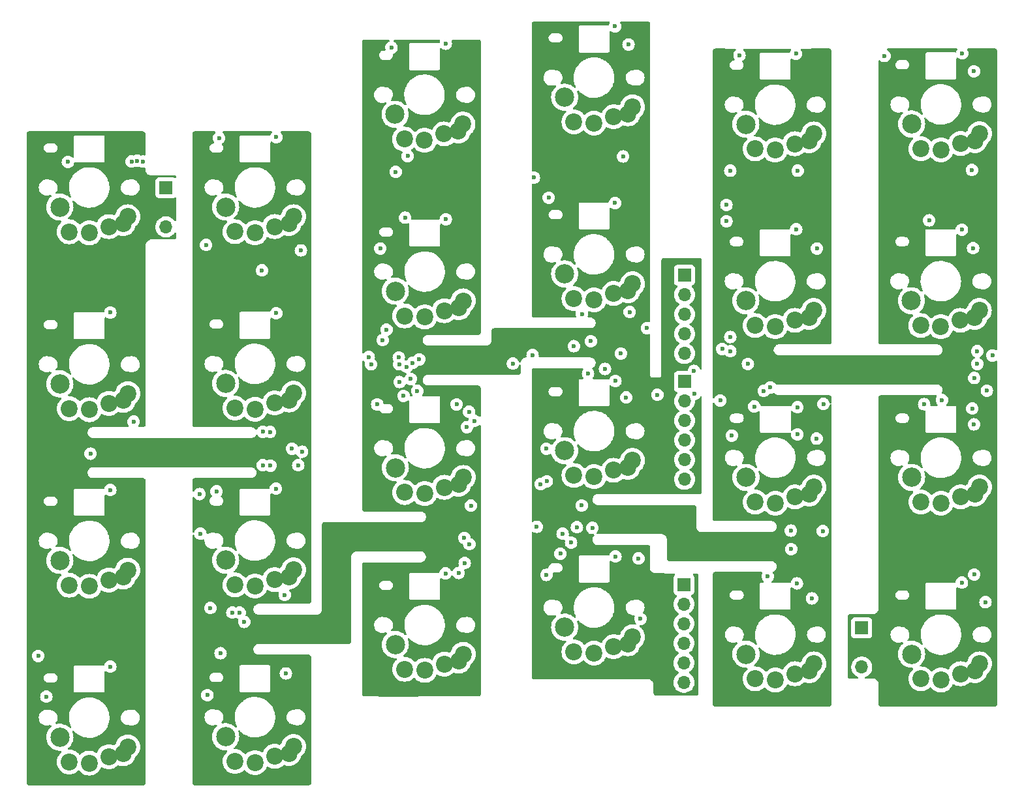
<source format=gbr>
%TF.GenerationSoftware,KiCad,Pcbnew,(6.99.0-4085-g6c752680d7)*%
%TF.CreationDate,2022-11-14T18:26:04+08:00*%
%TF.ProjectId,Right Flex PCB,52696768-7420-4466-9c65-78205043422e,rev?*%
%TF.SameCoordinates,Original*%
%TF.FileFunction,Copper,L2,Inr*%
%TF.FilePolarity,Positive*%
%FSLAX46Y46*%
G04 Gerber Fmt 4.6, Leading zero omitted, Abs format (unit mm)*
G04 Created by KiCad (PCBNEW (6.99.0-4085-g6c752680d7)) date 2022-11-14 18:26:04*
%MOMM*%
%LPD*%
G01*
G04 APERTURE LIST*
%TA.AperFunction,ComponentPad*%
%ADD10C,2.500000*%
%TD*%
%TA.AperFunction,ComponentPad*%
%ADD11C,2.200000*%
%TD*%
%TA.AperFunction,ComponentPad*%
%ADD12R,1.700000X1.700000*%
%TD*%
%TA.AperFunction,ComponentPad*%
%ADD13O,1.700000X1.700000*%
%TD*%
%TA.AperFunction,ViaPad*%
%ADD14C,0.600000*%
%TD*%
G04 APERTURE END LIST*
D10*
%TO.N,Net-(D10-A)_1*%
%TO.C,SW12*%
X83443400Y-114693200D03*
D11*
X84653400Y-117903200D03*
X87253400Y-118053200D03*
%TO.N,row4*%
X89793400Y-117233200D03*
X91653400Y-116853200D03*
X92253400Y-115953200D03*
%TD*%
D12*
%TO.N,Vcc*%
%TO.C,J3*%
X53695199Y-55364399D03*
D13*
%TO.N,Gnd*%
X53695199Y-57904399D03*
%TO.N,Din*%
X53695199Y-60444399D03*
%TD*%
D10*
%TO.N,Net-(D32-A)_1*%
%TO.C,SW7*%
X61431599Y-103736400D03*
D11*
X62641599Y-106946400D03*
X65241599Y-107096400D03*
%TO.N,row3*%
X67781599Y-106276400D03*
X69641599Y-105896400D03*
X70241599Y-104996400D03*
%TD*%
D10*
%TO.N,Net-(D12-A)*%
%TO.C,SW16*%
X105414400Y-89521800D03*
D11*
X106624400Y-92731800D03*
X109224400Y-92881800D03*
%TO.N,row3*%
X111764400Y-92061800D03*
X113624400Y-91681800D03*
X114224400Y-90781800D03*
%TD*%
D10*
%TO.N,Net-(D15-A)*%
%TO.C,SW21*%
X128936400Y-92982800D03*
D11*
X130146400Y-96192800D03*
X132746400Y-96342800D03*
%TO.N,row3*%
X135286400Y-95522800D03*
X137146400Y-95142800D03*
X137746400Y-94242800D03*
%TD*%
D10*
%TO.N,Net-(D10-A)*%
%TO.C,SW11*%
X83443400Y-91731600D03*
D11*
X84653400Y-94941600D03*
X87253400Y-95091600D03*
%TO.N,row3*%
X89793400Y-94271600D03*
X91653400Y-93891600D03*
X92253400Y-92991600D03*
%TD*%
D10*
%TO.N,Net-(D14-A)_1*%
%TO.C,SW19*%
X128911000Y-47110400D03*
D11*
X130121000Y-50320400D03*
X132721000Y-50470400D03*
%TO.N,row1*%
X135261000Y-49650400D03*
X137121000Y-49270400D03*
X137721000Y-48370400D03*
%TD*%
D12*
%TO.N,col3*%
%TO.C,J2*%
X120960799Y-66719198D03*
D13*
%TO.N,row1*%
X120960799Y-69259198D03*
%TO.N,col2*%
X120960799Y-71799198D03*
%TO.N,col1*%
X120960799Y-74339198D03*
%TO.N,row2*%
X120960799Y-76879198D03*
%TD*%
D12*
%TO.N,row4*%
%TO.C,J4*%
X120960799Y-80536798D03*
D13*
%TO.N,row3*%
X120960799Y-83076798D03*
%TO.N,col4*%
X120960799Y-85616798D03*
%TO.N,col5*%
X120960799Y-88156798D03*
%TO.N,col6*%
X120960799Y-90696798D03*
%TO.N,row5*%
X120960799Y-93236798D03*
%TD*%
D12*
%TO.N,Vcc*%
%TO.C,J5*%
X143955199Y-112534399D03*
D13*
%TO.N,Gnd*%
X143955199Y-115074399D03*
%TO.N,Dout*%
X143955199Y-117614399D03*
%TD*%
D10*
%TO.N,Net-(D12-A)_1*%
%TO.C,SW17*%
X105414400Y-112432600D03*
D11*
X106624400Y-115642600D03*
X109224400Y-115792600D03*
%TO.N,row4*%
X111764400Y-114972600D03*
X113624400Y-114592600D03*
X114224400Y-113692600D03*
%TD*%
D10*
%TO.N,Net-(D31-A)*%
%TO.C,SW5*%
X61431599Y-57864000D03*
D11*
X62641599Y-61074000D03*
X65241599Y-61224000D03*
%TO.N,row1*%
X67781599Y-60404000D03*
X69641599Y-60024000D03*
X70241599Y-59124000D03*
%TD*%
D10*
%TO.N,Net-(D9-A)_1*%
%TO.C,SW9*%
X83418000Y-45833800D03*
D11*
X84628000Y-49043800D03*
X87228000Y-49193800D03*
%TO.N,row1*%
X89768000Y-48373800D03*
X91628000Y-47993800D03*
X92228000Y-47093800D03*
%TD*%
D10*
%TO.N,Net-(D11-A)_1*%
%TO.C,SW14*%
X105414400Y-43598600D03*
D11*
X106624400Y-46808600D03*
X109224400Y-46958600D03*
%TO.N,row1*%
X111764400Y-46138600D03*
X113624400Y-45758600D03*
X114224400Y-44858600D03*
%TD*%
D10*
%TO.N,Net-(D11-A)*%
%TO.C,SW15*%
X105414400Y-66560200D03*
D11*
X106624400Y-69770200D03*
X109224400Y-69920200D03*
%TO.N,row2*%
X111764400Y-69100200D03*
X113624400Y-68720200D03*
X114224400Y-67820200D03*
%TD*%
D12*
%TO.N,col5*%
%TO.C,J1*%
X120885199Y-106904399D03*
D13*
%TO.N,col6*%
X120885199Y-109444399D03*
%TO.N,col4*%
X120885199Y-111984399D03*
%TO.N,row5*%
X120885199Y-114524399D03*
%TO.N,col2*%
X120885199Y-117064399D03*
%TO.N,col3*%
X120885199Y-119604399D03*
%TD*%
D10*
%TO.N,Net-(D13-A)*%
%TO.C,SW1*%
X39927200Y-57870601D03*
D11*
X41137200Y-61080601D03*
X43737200Y-61230601D03*
%TO.N,row1*%
X46277200Y-60410601D03*
X48137200Y-60030601D03*
X48737200Y-59130601D03*
%TD*%
D10*
%TO.N,Net-(D16-A)*%
%TO.C,SW24*%
X150399399Y-70046598D03*
D11*
X151609399Y-73256598D03*
X154209399Y-73406598D03*
%TO.N,row2*%
X156749399Y-72586598D03*
X158609399Y-72206598D03*
X159209399Y-71306598D03*
%TD*%
D10*
%TO.N,Net-(D32-A)*%
%TO.C,SW8*%
X61431599Y-126672600D03*
D11*
X62641599Y-129882600D03*
X65241599Y-130032600D03*
%TO.N,row4*%
X67781599Y-129212600D03*
X69641599Y-128832600D03*
X70241599Y-127932600D03*
%TD*%
D10*
%TO.N,Net-(D9-A)*%
%TO.C,SW10*%
X83443400Y-68795400D03*
D11*
X84653400Y-72005400D03*
X87253400Y-72155400D03*
%TO.N,row2*%
X89793400Y-71335400D03*
X91653400Y-70955400D03*
X92253400Y-70055400D03*
%TD*%
D10*
%TO.N,Net-(D17-A)_1*%
%TO.C,SW25*%
X150424799Y-92982798D03*
D11*
X151634799Y-96192798D03*
X154234799Y-96342798D03*
%TO.N,row3*%
X156774799Y-95522798D03*
X158634799Y-95142798D03*
X159234799Y-94242798D03*
%TD*%
D10*
%TO.N,Net-(D17-A)*%
%TO.C,SW26*%
X150424799Y-115944398D03*
D11*
X151634799Y-119154398D03*
X154234799Y-119304398D03*
%TO.N,row4*%
X156774799Y-118484398D03*
X158634799Y-118104398D03*
X159234799Y-117204398D03*
%TD*%
D10*
%TO.N,Net-(D14-A)*%
%TO.C,SW20*%
X128911000Y-70046600D03*
D11*
X130121000Y-73256600D03*
X132721000Y-73406600D03*
%TO.N,row2*%
X135261000Y-72586600D03*
X137121000Y-72206600D03*
X137721000Y-71306600D03*
%TD*%
D10*
%TO.N,Net-(D13-A)_1*%
%TO.C,SW2*%
X39927200Y-80832201D03*
D11*
X41137200Y-84042201D03*
X43737200Y-84192201D03*
%TO.N,row2*%
X46277200Y-83372201D03*
X48137200Y-82992201D03*
X48737200Y-82092201D03*
%TD*%
D10*
%TO.N,Net-(D15-A)_1*%
%TO.C,SW22*%
X128936400Y-115944400D03*
D11*
X130146400Y-119154400D03*
X132746400Y-119304400D03*
%TO.N,row4*%
X135286400Y-118484400D03*
X137146400Y-118104400D03*
X137746400Y-117204400D03*
%TD*%
D10*
%TO.N,Net-(D16-A)_1*%
%TO.C,SW23*%
X150424799Y-47084998D03*
D11*
X151634799Y-50294998D03*
X154234799Y-50444998D03*
%TO.N,row1*%
X156774799Y-49624998D03*
X158634799Y-49244998D03*
X159234799Y-48344998D03*
%TD*%
D10*
%TO.N,Net-(D31-A)_1*%
%TO.C,SW6*%
X61431599Y-80774800D03*
D11*
X62641599Y-83984800D03*
X65241599Y-84134800D03*
%TO.N,row2*%
X67781599Y-83314800D03*
X69641599Y-82934800D03*
X70241599Y-82034800D03*
%TD*%
D10*
%TO.N,Net-(D1-A)*%
%TO.C,SW3*%
X39927200Y-103768401D03*
D11*
X41137200Y-106978401D03*
X43737200Y-107128401D03*
%TO.N,row3*%
X46277200Y-106308401D03*
X48137200Y-105928401D03*
X48737200Y-105028401D03*
%TD*%
D10*
%TO.N,Net-(D1-A)_1*%
%TO.C,SW4*%
X39927200Y-126730001D03*
D11*
X41137200Y-129940001D03*
X43737200Y-130090001D03*
%TO.N,row4*%
X46277200Y-129270001D03*
X48137200Y-128890001D03*
X48737200Y-127990001D03*
%TD*%
D14*
%TO.N,row4*%
X138975000Y-83450000D03*
%TO.N,col1*%
X83950000Y-78300000D03*
X63250000Y-110550000D03*
X80300000Y-78300000D03*
X43900000Y-89900000D03*
X63850000Y-111750000D03*
X49494562Y-85740343D03*
%TO.N,col2*%
X122200000Y-79150000D03*
X122250000Y-82150000D03*
X66250000Y-91400000D03*
X66250000Y-87050000D03*
X58049700Y-95150000D03*
X83900000Y-77400000D03*
X59449317Y-109960483D03*
X80000000Y-77350000D03*
%TO.N,col3*%
X81800000Y-75150000D03*
X82300000Y-73789900D03*
X112700000Y-76900000D03*
X110650000Y-78900000D03*
%TO.N,col4*%
X107650000Y-71750000D03*
X106600000Y-75945362D03*
X103050000Y-105650000D03*
X117447701Y-82252299D03*
%TO.N,col5*%
X126900000Y-76600000D03*
X126900000Y-74750000D03*
X107625500Y-96636875D03*
%TO.N,col6*%
X154350000Y-82925500D03*
X158950000Y-78250000D03*
X125600000Y-83000000D03*
X134761900Y-99900000D03*
X129183354Y-78242909D03*
X134800000Y-102300000D03*
X107000000Y-99450000D03*
X158950000Y-76600000D03*
%TO.N,row1*%
X116100000Y-73600000D03*
%TO.N,row3*%
X101250000Y-77100000D03*
X160187250Y-81712750D03*
X131250000Y-81750000D03*
X158550000Y-80075500D03*
%TO.N,row2*%
X86550000Y-77650000D03*
X160900000Y-77150000D03*
X70050000Y-89250000D03*
X108800000Y-75300000D03*
X125850000Y-76300000D03*
%TO.N,row4*%
X93726682Y-85644547D03*
X109000000Y-99550000D03*
X98700000Y-78200000D03*
X132100000Y-81300000D03*
%TO.N,row5*%
X115250000Y-111350000D03*
X106250000Y-101450000D03*
%TO.N,Vcc*%
X156950000Y-106650000D03*
X40975200Y-52014400D03*
X46475200Y-71564400D03*
X90000000Y-36650000D03*
X135550000Y-106750000D03*
X50675200Y-51964400D03*
X66150000Y-66100000D03*
X46475200Y-117564400D03*
X85050000Y-51250000D03*
X111950000Y-57350000D03*
X156950000Y-60800000D03*
X112000000Y-80450000D03*
X157000000Y-37900000D03*
X135650000Y-53150000D03*
X68000000Y-48800000D03*
X135450000Y-60750000D03*
X89950000Y-105450000D03*
X67991599Y-71658401D03*
X46475200Y-94614400D03*
X49225200Y-51964400D03*
X135425582Y-37961584D03*
X67950000Y-94450000D03*
X158250000Y-53050000D03*
X135600000Y-83874500D03*
X69250000Y-118450000D03*
X158300000Y-84050000D03*
X49975200Y-51864400D03*
X113000000Y-51300000D03*
X112000000Y-103250000D03*
X111950000Y-34400000D03*
X90000000Y-59450000D03*
X91400000Y-83500000D03*
%TO.N,Net-(D1-A)_1*%
X38178601Y-121471399D03*
X37125200Y-116174800D03*
%TO.N,Net-(D5-DOUT)*%
X58150000Y-100300000D03*
X60250000Y-94800000D03*
%TO.N,Net-(D33-DIN)*%
X67200000Y-87100000D03*
X67250000Y-91450000D03*
%TO.N,Net-(D14-A)*%
X126405625Y-59710840D03*
X126400000Y-57600000D03*
%TO.N,Net-(D14-A)_1*%
X126900000Y-53150000D03*
%TO.N,Gnd*%
X62500000Y-120800000D03*
X151450000Y-64250000D03*
X151450000Y-110150000D03*
X114750000Y-51350000D03*
X84500000Y-108900000D03*
X106500000Y-83701643D03*
X62500000Y-74825500D03*
X160150000Y-53050000D03*
X106450000Y-37650000D03*
X62500000Y-97950000D03*
X128800000Y-86150000D03*
X129900000Y-41350000D03*
X129950000Y-64400000D03*
X129950000Y-110200000D03*
X47325200Y-53064400D03*
X87000000Y-51300000D03*
X106350000Y-106625500D03*
X68100000Y-66100000D03*
X137550000Y-53100000D03*
X151500000Y-87000000D03*
X84500000Y-85750000D03*
X106450000Y-60575500D03*
X39825200Y-74639900D03*
X151400000Y-41250000D03*
X47825200Y-49614400D03*
X39825200Y-97539900D03*
X61350000Y-51650000D03*
X40975200Y-120714400D03*
X83300000Y-62700000D03*
X83250000Y-39850000D03*
%TO.N,Dout*%
X160000000Y-109200000D03*
%TO.N,Net-(D19-DOUT)*%
X83500000Y-53300000D03*
X84700000Y-59250000D03*
%TO.N,Net-(D19-DIN)*%
X84000000Y-80600000D03*
X92725500Y-86450000D03*
X70850000Y-91400000D03*
X84900000Y-78625500D03*
X62300000Y-110550000D03*
X58900000Y-62800000D03*
X71350000Y-89650000D03*
X81100000Y-83500000D03*
X82950000Y-37150000D03*
X69100000Y-108250000D03*
%TO.N,Net-(D21-DOUT)*%
X81500000Y-63250000D03*
X85450000Y-80200000D03*
X85700000Y-78100000D03*
X84500000Y-82400000D03*
%TO.N,Net-(D23-DOUT)*%
X92450000Y-104100000D03*
X93050000Y-101650000D03*
%TO.N,Net-(D25-DOUT)*%
X92400000Y-100850000D03*
X93250000Y-96650000D03*
X93000000Y-84450000D03*
X108450000Y-79500000D03*
X91650000Y-105400000D03*
X86300000Y-81750000D03*
X104850000Y-102900000D03*
X101799200Y-99400000D03*
%TO.N,Net-(D32-A)*%
X59075000Y-121275000D03*
X60775200Y-115824800D03*
%TO.N,Net-(D33-DOUT)*%
X71200000Y-63500000D03*
X60575000Y-48900000D03*
%TO.N,Net-(D37-DOUT)*%
X102300000Y-93850000D03*
X115000000Y-103500000D03*
%TO.N,Net-(D39-DOUT)*%
X113850000Y-71500000D03*
X113400000Y-82600000D03*
%TO.N,Net-(D41-DOUT)*%
X103350000Y-56650000D03*
X101424700Y-54050000D03*
%TO.N,Net-(D43-DOUT)*%
X103050000Y-89250000D03*
X103100000Y-93500000D03*
X127100000Y-87550000D03*
X138100000Y-87950000D03*
X128100000Y-38150000D03*
X113700000Y-36750000D03*
X105150000Y-100300000D03*
X138900000Y-99950000D03*
%TO.N,Net-(D47-DOUT)*%
X130000000Y-83774500D03*
X138150000Y-63250000D03*
%TO.N,Net-(D49-DOUT)*%
X131750000Y-105850000D03*
X135600000Y-87400000D03*
%TO.N,Net-(D51-DOUT)*%
X137500000Y-108700000D03*
X146900000Y-38250000D03*
%TO.N,Net-(D53-DOUT)*%
X158500000Y-40250000D03*
X152700000Y-59600000D03*
%TO.N,Net-(D55-DOUT)*%
X158400000Y-63200000D03*
X152050000Y-83474500D03*
%TO.N,Net-(D57-DOUT)*%
X158550000Y-105600000D03*
X158500000Y-86100000D03*
%TD*%
%TA.AperFunction,Conductor*%
%TO.N,Gnd*%
G36*
X116185026Y-33784778D02*
G01*
X116185010Y-33790014D01*
X116185318Y-33789978D01*
X116185318Y-33784899D01*
X116215279Y-33784899D01*
X116234989Y-33786450D01*
X116256538Y-33789863D01*
X116298044Y-33796437D01*
X116335532Y-33808618D01*
X116374302Y-33828371D01*
X116383464Y-33833040D01*
X116415355Y-33856211D01*
X116453389Y-33894245D01*
X116476559Y-33926134D01*
X116500983Y-33974070D01*
X116513164Y-34011558D01*
X116523149Y-34074601D01*
X116524700Y-34094312D01*
X116524700Y-72714461D01*
X116504698Y-72782582D01*
X116451042Y-72829075D01*
X116380768Y-72839179D01*
X116357087Y-72833391D01*
X116281047Y-72806783D01*
X116274020Y-72805991D01*
X116274019Y-72805991D01*
X116107029Y-72787176D01*
X116100000Y-72786384D01*
X116092971Y-72787176D01*
X115925981Y-72805991D01*
X115925980Y-72805991D01*
X115918953Y-72806783D01*
X115746985Y-72866957D01*
X115740993Y-72870722D01*
X115601479Y-72958385D01*
X115592719Y-72963889D01*
X115463889Y-73092719D01*
X115460122Y-73098714D01*
X115422408Y-73158735D01*
X115366957Y-73246985D01*
X115306783Y-73418953D01*
X115305991Y-73425980D01*
X115305991Y-73425981D01*
X115296307Y-73511928D01*
X115286384Y-73600000D01*
X115287436Y-73609336D01*
X115303870Y-73755189D01*
X115306783Y-73781047D01*
X115366957Y-73953015D01*
X115370722Y-73959007D01*
X115410070Y-74021628D01*
X115463889Y-74107281D01*
X115592719Y-74236111D01*
X115598714Y-74239878D01*
X115675300Y-74288000D01*
X115746985Y-74333043D01*
X115918953Y-74393217D01*
X115925980Y-74394009D01*
X115925981Y-74394009D01*
X116092971Y-74412824D01*
X116100000Y-74413616D01*
X116107029Y-74412824D01*
X116274019Y-74394009D01*
X116274020Y-74394009D01*
X116281047Y-74393217D01*
X116357086Y-74366610D01*
X116427989Y-74362990D01*
X116489594Y-74398279D01*
X116522341Y-74461273D01*
X116524700Y-74485539D01*
X116524700Y-79839762D01*
X116530861Y-79852554D01*
X116532024Y-79857650D01*
X116534484Y-79864680D01*
X116536751Y-79869387D01*
X116539910Y-79883230D01*
X116548762Y-79894330D01*
X116551028Y-79899035D01*
X116554995Y-79905349D01*
X116558254Y-79909435D01*
X116564412Y-79922223D01*
X116575509Y-79931073D01*
X116578757Y-79935146D01*
X116584053Y-79940442D01*
X116588126Y-79943690D01*
X116596976Y-79954787D01*
X116609764Y-79960945D01*
X116613850Y-79964204D01*
X116620164Y-79968171D01*
X116624869Y-79970437D01*
X116635969Y-79979289D01*
X116649812Y-79982448D01*
X116654519Y-79984715D01*
X116661549Y-79987175D01*
X116666645Y-79988338D01*
X116679437Y-79994499D01*
X117753616Y-79994499D01*
X117784433Y-79994520D01*
X117784435Y-79994520D01*
X117798629Y-79994529D01*
X117811423Y-79988378D01*
X117816377Y-79987251D01*
X117823819Y-79984649D01*
X117828389Y-79982448D01*
X117842231Y-79979289D01*
X117853330Y-79970437D01*
X117858165Y-79968109D01*
X117864115Y-79964373D01*
X117868321Y-79961024D01*
X117881117Y-79954872D01*
X117889977Y-79943778D01*
X117893946Y-79940617D01*
X117899525Y-79935042D01*
X117902689Y-79931075D01*
X117913788Y-79922223D01*
X117919948Y-79909433D01*
X117923293Y-79905238D01*
X117927044Y-79899272D01*
X117929372Y-79894447D01*
X117938231Y-79883353D01*
X117941399Y-79869515D01*
X117943606Y-79864941D01*
X117946210Y-79857506D01*
X117947341Y-79852552D01*
X117953500Y-79839762D01*
X117953500Y-79794208D01*
X117955442Y-76879199D01*
X119597644Y-76879199D01*
X119598074Y-76884388D01*
X119615185Y-77090880D01*
X119616236Y-77103567D01*
X119617517Y-77108625D01*
X119617517Y-77108626D01*
X119665461Y-77297950D01*
X119671504Y-77321815D01*
X119688492Y-77360544D01*
X119757875Y-77518722D01*
X119761940Y-77527990D01*
X119764790Y-77532352D01*
X119764792Y-77532356D01*
X119819863Y-77616648D01*
X119885078Y-77716467D01*
X119888603Y-77720296D01*
X119888606Y-77720300D01*
X119972916Y-77811884D01*
X120037560Y-77882105D01*
X120041679Y-77885311D01*
X120205496Y-78012816D01*
X120215224Y-78020388D01*
X120242282Y-78035031D01*
X120397357Y-78118953D01*
X120413226Y-78127541D01*
X120626165Y-78200643D01*
X120631299Y-78201500D01*
X120631304Y-78201501D01*
X120843094Y-78236842D01*
X120843096Y-78236842D01*
X120848231Y-78237699D01*
X121073369Y-78237699D01*
X121078504Y-78236842D01*
X121078506Y-78236842D01*
X121290296Y-78201501D01*
X121290301Y-78201500D01*
X121295435Y-78200643D01*
X121508374Y-78127541D01*
X121524244Y-78118953D01*
X121679318Y-78035031D01*
X121706376Y-78020388D01*
X121716105Y-78012816D01*
X121879921Y-77885311D01*
X121884040Y-77882105D01*
X121948684Y-77811884D01*
X122032994Y-77720300D01*
X122032997Y-77720296D01*
X122036522Y-77716467D01*
X122101737Y-77616648D01*
X122156808Y-77532356D01*
X122156810Y-77532352D01*
X122159660Y-77527990D01*
X122163726Y-77518722D01*
X122233108Y-77360544D01*
X122250096Y-77321815D01*
X122256140Y-77297950D01*
X122304083Y-77108626D01*
X122304083Y-77108625D01*
X122305364Y-77103567D01*
X122306416Y-77090880D01*
X122323526Y-76884388D01*
X122323956Y-76879199D01*
X122320408Y-76836384D01*
X122305795Y-76660027D01*
X122305794Y-76660022D01*
X122305364Y-76654831D01*
X122302297Y-76642719D01*
X122251378Y-76441645D01*
X122251378Y-76441644D01*
X122250096Y-76436583D01*
X122187391Y-76293628D01*
X122161754Y-76235181D01*
X122161752Y-76235177D01*
X122159660Y-76230408D01*
X122147069Y-76211135D01*
X122059818Y-76077588D01*
X122036522Y-76041931D01*
X122032997Y-76038102D01*
X122032994Y-76038098D01*
X121887572Y-75880130D01*
X121884040Y-75876293D01*
X121846303Y-75846921D01*
X121710489Y-75741211D01*
X121710487Y-75741209D01*
X121706376Y-75738010D01*
X121673120Y-75720013D01*
X121622729Y-75670000D01*
X121607377Y-75600683D01*
X121631937Y-75534070D01*
X121673120Y-75498385D01*
X121686379Y-75491210D01*
X121706376Y-75480388D01*
X121733984Y-75458900D01*
X121879921Y-75345311D01*
X121884040Y-75342105D01*
X121962127Y-75257281D01*
X122032994Y-75180300D01*
X122032997Y-75180296D01*
X122036522Y-75176467D01*
X122138952Y-75019686D01*
X122156808Y-74992356D01*
X122156810Y-74992352D01*
X122159660Y-74987990D01*
X122168011Y-74968953D01*
X122228713Y-74830563D01*
X122250096Y-74781815D01*
X122267141Y-74714508D01*
X122304083Y-74568626D01*
X122304083Y-74568625D01*
X122305364Y-74563567D01*
X122308731Y-74522943D01*
X122323526Y-74344388D01*
X122323956Y-74339199D01*
X122320474Y-74297181D01*
X122305795Y-74120027D01*
X122305794Y-74120022D01*
X122305364Y-74114831D01*
X122282897Y-74026111D01*
X122251378Y-73901645D01*
X122251378Y-73901644D01*
X122250096Y-73896583D01*
X122188076Y-73755191D01*
X122161754Y-73695181D01*
X122161752Y-73695177D01*
X122159660Y-73690408D01*
X122155972Y-73684762D01*
X122044287Y-73513816D01*
X122036522Y-73501931D01*
X122032997Y-73498102D01*
X122032994Y-73498098D01*
X121910730Y-73365286D01*
X121884040Y-73336293D01*
X121854512Y-73313310D01*
X121710489Y-73201211D01*
X121710487Y-73201209D01*
X121706376Y-73198010D01*
X121673120Y-73180013D01*
X121622729Y-73130000D01*
X121607377Y-73060683D01*
X121631937Y-72994070D01*
X121673120Y-72958385D01*
X121701795Y-72942867D01*
X121706376Y-72940388D01*
X121711724Y-72936226D01*
X121879921Y-72805311D01*
X121884040Y-72802105D01*
X121965222Y-72713919D01*
X122032994Y-72640300D01*
X122032997Y-72640296D01*
X122036522Y-72636467D01*
X122109938Y-72524096D01*
X122156808Y-72452356D01*
X122156810Y-72452352D01*
X122159660Y-72447990D01*
X122182943Y-72394911D01*
X122239619Y-72265700D01*
X122250096Y-72241815D01*
X122252318Y-72233043D01*
X122304083Y-72028626D01*
X122304083Y-72028625D01*
X122305364Y-72023567D01*
X122305875Y-72017408D01*
X122323526Y-71804388D01*
X122323956Y-71799199D01*
X122317471Y-71720938D01*
X122305795Y-71580027D01*
X122305794Y-71580022D01*
X122305364Y-71574831D01*
X122304083Y-71569772D01*
X122251378Y-71361645D01*
X122251378Y-71361644D01*
X122250096Y-71356583D01*
X122193743Y-71228110D01*
X122161754Y-71155181D01*
X122161752Y-71155177D01*
X122159660Y-71150408D01*
X122119284Y-71088607D01*
X122063861Y-71003776D01*
X122036522Y-70961931D01*
X122032997Y-70958102D01*
X122032994Y-70958098D01*
X121914168Y-70829020D01*
X121884040Y-70796293D01*
X121851187Y-70770722D01*
X121710489Y-70661211D01*
X121710487Y-70661209D01*
X121706376Y-70658010D01*
X121673120Y-70640013D01*
X121622729Y-70590000D01*
X121607377Y-70520683D01*
X121631937Y-70454070D01*
X121673120Y-70418385D01*
X121683171Y-70412946D01*
X121706376Y-70400388D01*
X121716750Y-70392314D01*
X121879921Y-70265311D01*
X121884040Y-70262105D01*
X121968001Y-70170900D01*
X122032994Y-70100300D01*
X122032997Y-70100296D01*
X122036522Y-70096467D01*
X122096618Y-70004483D01*
X122156808Y-69912356D01*
X122156810Y-69912352D01*
X122159660Y-69907990D01*
X122163003Y-69900370D01*
X122222262Y-69765270D01*
X122250096Y-69701815D01*
X122259581Y-69664362D01*
X122304083Y-69488626D01*
X122304083Y-69488625D01*
X122305364Y-69483567D01*
X122308331Y-69447770D01*
X122323526Y-69264388D01*
X122323956Y-69259199D01*
X122312121Y-69116375D01*
X122305795Y-69040027D01*
X122305794Y-69040022D01*
X122305364Y-69034831D01*
X122262598Y-68865951D01*
X122251378Y-68821645D01*
X122251378Y-68821644D01*
X122250096Y-68816583D01*
X122192661Y-68685644D01*
X122161754Y-68615181D01*
X122161752Y-68615177D01*
X122159660Y-68610408D01*
X122153912Y-68601609D01*
X122039373Y-68426295D01*
X122036522Y-68421931D01*
X122032997Y-68418102D01*
X122032994Y-68418098D01*
X121893325Y-68266379D01*
X121861904Y-68202714D01*
X121869891Y-68132168D01*
X121914749Y-68077139D01*
X121941991Y-68062986D01*
X122057004Y-68020088D01*
X122104670Y-67984406D01*
X122158997Y-67943737D01*
X122174061Y-67932460D01*
X122233634Y-67852880D01*
X122256289Y-67822617D01*
X122256290Y-67822615D01*
X122261689Y-67815403D01*
X122312789Y-67678400D01*
X122319300Y-67617837D01*
X122319300Y-65820561D01*
X122312789Y-65759998D01*
X122261689Y-65622995D01*
X122248536Y-65605424D01*
X122193475Y-65531872D01*
X122174061Y-65505938D01*
X122109002Y-65457235D01*
X122064218Y-65423710D01*
X122064216Y-65423709D01*
X122057004Y-65418310D01*
X121920001Y-65367210D01*
X121883095Y-65363242D01*
X121862788Y-65361059D01*
X121862785Y-65361059D01*
X121859438Y-65360699D01*
X120062162Y-65360699D01*
X120058815Y-65361059D01*
X120058812Y-65361059D01*
X120038505Y-65363242D01*
X120001599Y-65367210D01*
X119864596Y-65418310D01*
X119857384Y-65423709D01*
X119857382Y-65423710D01*
X119812598Y-65457235D01*
X119747539Y-65505938D01*
X119728125Y-65531872D01*
X119673065Y-65605424D01*
X119659911Y-65622995D01*
X119608811Y-65759998D01*
X119602300Y-65820561D01*
X119602300Y-67617837D01*
X119608811Y-67678400D01*
X119659911Y-67815403D01*
X119665310Y-67822615D01*
X119665311Y-67822617D01*
X119687966Y-67852880D01*
X119747539Y-67932460D01*
X119762603Y-67943737D01*
X119816931Y-67984406D01*
X119864596Y-68020088D01*
X119979608Y-68062986D01*
X120036442Y-68105532D01*
X120061253Y-68172052D01*
X120046161Y-68241426D01*
X120028275Y-68266379D01*
X119888606Y-68418098D01*
X119888603Y-68418102D01*
X119885078Y-68421931D01*
X119882227Y-68426295D01*
X119767689Y-68601609D01*
X119761940Y-68610408D01*
X119759848Y-68615177D01*
X119759846Y-68615181D01*
X119728939Y-68685644D01*
X119671504Y-68816583D01*
X119670222Y-68821644D01*
X119670222Y-68821645D01*
X119659002Y-68865951D01*
X119616236Y-69034831D01*
X119615806Y-69040022D01*
X119615805Y-69040027D01*
X119609479Y-69116375D01*
X119597644Y-69259199D01*
X119598074Y-69264388D01*
X119613270Y-69447770D01*
X119616236Y-69483567D01*
X119617517Y-69488625D01*
X119617517Y-69488626D01*
X119662020Y-69664362D01*
X119671504Y-69701815D01*
X119699338Y-69765270D01*
X119758598Y-69900370D01*
X119761940Y-69907990D01*
X119764790Y-69912352D01*
X119764792Y-69912356D01*
X119824982Y-70004483D01*
X119885078Y-70096467D01*
X119888603Y-70100296D01*
X119888606Y-70100300D01*
X119953599Y-70170900D01*
X120037560Y-70262105D01*
X120041679Y-70265311D01*
X120204851Y-70392314D01*
X120215224Y-70400388D01*
X120238430Y-70412946D01*
X120248480Y-70418385D01*
X120298871Y-70468398D01*
X120314223Y-70537715D01*
X120289663Y-70604328D01*
X120248481Y-70640012D01*
X120215224Y-70658010D01*
X120211113Y-70661209D01*
X120211111Y-70661211D01*
X120070413Y-70770722D01*
X120037560Y-70796293D01*
X120007432Y-70829020D01*
X119888606Y-70958098D01*
X119888603Y-70958102D01*
X119885078Y-70961931D01*
X119857739Y-71003776D01*
X119802317Y-71088607D01*
X119761940Y-71150408D01*
X119759848Y-71155177D01*
X119759846Y-71155181D01*
X119727857Y-71228110D01*
X119671504Y-71356583D01*
X119670222Y-71361644D01*
X119670222Y-71361645D01*
X119617517Y-71569772D01*
X119616236Y-71574831D01*
X119615806Y-71580022D01*
X119615805Y-71580027D01*
X119604129Y-71720938D01*
X119597644Y-71799199D01*
X119598074Y-71804388D01*
X119615726Y-72017408D01*
X119616236Y-72023567D01*
X119617517Y-72028625D01*
X119617517Y-72028626D01*
X119669283Y-72233043D01*
X119671504Y-72241815D01*
X119681981Y-72265700D01*
X119738658Y-72394911D01*
X119761940Y-72447990D01*
X119764790Y-72452352D01*
X119764792Y-72452356D01*
X119811662Y-72524096D01*
X119885078Y-72636467D01*
X119888603Y-72640296D01*
X119888606Y-72640300D01*
X119956378Y-72713919D01*
X120037560Y-72802105D01*
X120041679Y-72805311D01*
X120209877Y-72936226D01*
X120215224Y-72940388D01*
X120219805Y-72942867D01*
X120248480Y-72958385D01*
X120298871Y-73008398D01*
X120314223Y-73077715D01*
X120289663Y-73144328D01*
X120248481Y-73180012D01*
X120215224Y-73198010D01*
X120211113Y-73201209D01*
X120211111Y-73201211D01*
X120067088Y-73313310D01*
X120037560Y-73336293D01*
X120010870Y-73365286D01*
X119888606Y-73498098D01*
X119888603Y-73498102D01*
X119885078Y-73501931D01*
X119877313Y-73513816D01*
X119765629Y-73684762D01*
X119761940Y-73690408D01*
X119759848Y-73695177D01*
X119759846Y-73695181D01*
X119733524Y-73755191D01*
X119671504Y-73896583D01*
X119670222Y-73901644D01*
X119670222Y-73901645D01*
X119638703Y-74026111D01*
X119616236Y-74114831D01*
X119615806Y-74120022D01*
X119615805Y-74120027D01*
X119601126Y-74297181D01*
X119597644Y-74339199D01*
X119598074Y-74344388D01*
X119612870Y-74522943D01*
X119616236Y-74563567D01*
X119617517Y-74568625D01*
X119617517Y-74568626D01*
X119654460Y-74714508D01*
X119671504Y-74781815D01*
X119692887Y-74830563D01*
X119753590Y-74968953D01*
X119761940Y-74987990D01*
X119764790Y-74992352D01*
X119764792Y-74992356D01*
X119782648Y-75019686D01*
X119885078Y-75176467D01*
X119888603Y-75180296D01*
X119888606Y-75180300D01*
X119959473Y-75257281D01*
X120037560Y-75342105D01*
X120041679Y-75345311D01*
X120187617Y-75458900D01*
X120215224Y-75480388D01*
X120235222Y-75491210D01*
X120248480Y-75498385D01*
X120298871Y-75548398D01*
X120314223Y-75617715D01*
X120289663Y-75684328D01*
X120248481Y-75720012D01*
X120215224Y-75738010D01*
X120211113Y-75741209D01*
X120211111Y-75741211D01*
X120075297Y-75846921D01*
X120037560Y-75876293D01*
X120034028Y-75880130D01*
X119888606Y-76038098D01*
X119888603Y-76038102D01*
X119885078Y-76041931D01*
X119861782Y-76077588D01*
X119774532Y-76211135D01*
X119761940Y-76230408D01*
X119759848Y-76235177D01*
X119759846Y-76235181D01*
X119734209Y-76293628D01*
X119671504Y-76436583D01*
X119670222Y-76441644D01*
X119670222Y-76441645D01*
X119619303Y-76642719D01*
X119616236Y-76654831D01*
X119615806Y-76660022D01*
X119615805Y-76660027D01*
X119601192Y-76836384D01*
X119597644Y-76879199D01*
X117955442Y-76879199D01*
X117963473Y-64823945D01*
X117967319Y-64823948D01*
X117967309Y-64823881D01*
X117963500Y-64823881D01*
X117963500Y-64793918D01*
X117965051Y-64774207D01*
X117975037Y-64711160D01*
X117987219Y-64673668D01*
X118011641Y-64625737D01*
X118034813Y-64593845D01*
X118072846Y-64555812D01*
X118104737Y-64532641D01*
X118152671Y-64508218D01*
X118190159Y-64496037D01*
X118205645Y-64493584D01*
X118253084Y-64486071D01*
X118273054Y-64484520D01*
X122872919Y-64494015D01*
X122872908Y-64499302D01*
X122873118Y-64499277D01*
X122873118Y-64494098D01*
X122903082Y-64494098D01*
X122922793Y-64495649D01*
X122985840Y-64505635D01*
X123023331Y-64517817D01*
X123071261Y-64542238D01*
X123103154Y-64565410D01*
X123141190Y-64603446D01*
X123164361Y-64635337D01*
X123188782Y-64683265D01*
X123200965Y-64720756D01*
X123209431Y-64774207D01*
X123210946Y-64783775D01*
X123212497Y-64803524D01*
X123210302Y-71398967D01*
X123207825Y-78840728D01*
X123187800Y-78908842D01*
X123134129Y-78955317D01*
X123063852Y-78965398D01*
X122999281Y-78935883D01*
X122962896Y-78882301D01*
X122933043Y-78796985D01*
X122894793Y-78736111D01*
X122839878Y-78648714D01*
X122836111Y-78642719D01*
X122707281Y-78513889D01*
X122643829Y-78474019D01*
X122559007Y-78420722D01*
X122553015Y-78416957D01*
X122381047Y-78356783D01*
X122374020Y-78355991D01*
X122374019Y-78355991D01*
X122207029Y-78337176D01*
X122200000Y-78336384D01*
X122192971Y-78337176D01*
X122025981Y-78355991D01*
X122025980Y-78355991D01*
X122018953Y-78356783D01*
X121846985Y-78416957D01*
X121840993Y-78420722D01*
X121756172Y-78474019D01*
X121692719Y-78513889D01*
X121563889Y-78642719D01*
X121560122Y-78648714D01*
X121505207Y-78736111D01*
X121466957Y-78796985D01*
X121406783Y-78968953D01*
X121405991Y-78975980D01*
X121405991Y-78975981D01*
X121405703Y-78978535D01*
X121396207Y-79062824D01*
X121395803Y-79066406D01*
X121368300Y-79131859D01*
X121309776Y-79172052D01*
X121270595Y-79178299D01*
X120062162Y-79178299D01*
X120058815Y-79178659D01*
X120058812Y-79178659D01*
X120038505Y-79180842D01*
X120001599Y-79184810D01*
X119864596Y-79235910D01*
X119857384Y-79241309D01*
X119857382Y-79241310D01*
X119798619Y-79285300D01*
X119747539Y-79323538D01*
X119742141Y-79330749D01*
X119676289Y-79418717D01*
X119659911Y-79440595D01*
X119608811Y-79577598D01*
X119602300Y-79638161D01*
X119602300Y-81435437D01*
X119608811Y-81496000D01*
X119659911Y-81633003D01*
X119665310Y-81640215D01*
X119665311Y-81640217D01*
X119711524Y-81701950D01*
X119747539Y-81750060D01*
X119759117Y-81758727D01*
X119856731Y-81831800D01*
X119864596Y-81837688D01*
X119979608Y-81880586D01*
X120036442Y-81923132D01*
X120061253Y-81989652D01*
X120046161Y-82059026D01*
X120028275Y-82083979D01*
X119888606Y-82235698D01*
X119888603Y-82235702D01*
X119885078Y-82239531D01*
X119868687Y-82264620D01*
X119766455Y-82421098D01*
X119761940Y-82428008D01*
X119759848Y-82432777D01*
X119759846Y-82432781D01*
X119712638Y-82540407D01*
X119671504Y-82634183D01*
X119670222Y-82639244D01*
X119670222Y-82639245D01*
X119630499Y-82796108D01*
X119616236Y-82852431D01*
X119615806Y-82857622D01*
X119615805Y-82857627D01*
X119599825Y-83050477D01*
X119597644Y-83076799D01*
X119598074Y-83081988D01*
X119615597Y-83293453D01*
X119616236Y-83301167D01*
X119617517Y-83306225D01*
X119617517Y-83306226D01*
X119647945Y-83426381D01*
X119671504Y-83519415D01*
X119673600Y-83524193D01*
X119759805Y-83720722D01*
X119761940Y-83725590D01*
X119764790Y-83729952D01*
X119764792Y-83729956D01*
X119841284Y-83847035D01*
X119885078Y-83914067D01*
X119888603Y-83917896D01*
X119888606Y-83917900D01*
X119970888Y-84007281D01*
X120037560Y-84079705D01*
X120041679Y-84082911D01*
X120190009Y-84198362D01*
X120215224Y-84217988D01*
X120243044Y-84233043D01*
X120248480Y-84235985D01*
X120298871Y-84285998D01*
X120314223Y-84355315D01*
X120289663Y-84421928D01*
X120248481Y-84457612D01*
X120215224Y-84475610D01*
X120211113Y-84478809D01*
X120211111Y-84478811D01*
X120073641Y-84585810D01*
X120037560Y-84613893D01*
X120015621Y-84637725D01*
X119888606Y-84775698D01*
X119888603Y-84775702D01*
X119885078Y-84779531D01*
X119869735Y-84803015D01*
X119775583Y-84947126D01*
X119761940Y-84968008D01*
X119759848Y-84972777D01*
X119759846Y-84972781D01*
X119742010Y-85013444D01*
X119671504Y-85174183D01*
X119670222Y-85179244D01*
X119670222Y-85179245D01*
X119628420Y-85344318D01*
X119616236Y-85392431D01*
X119615806Y-85397622D01*
X119615805Y-85397627D01*
X119601536Y-85569830D01*
X119597644Y-85616799D01*
X119598074Y-85621988D01*
X119615380Y-85830831D01*
X119616236Y-85841167D01*
X119617517Y-85846225D01*
X119617517Y-85846226D01*
X119641953Y-85942719D01*
X119671504Y-86059415D01*
X119673600Y-86064193D01*
X119757730Y-86255991D01*
X119761940Y-86265590D01*
X119764790Y-86269952D01*
X119764792Y-86269956D01*
X119841646Y-86387589D01*
X119885078Y-86454067D01*
X119888603Y-86457896D01*
X119888606Y-86457900D01*
X119984914Y-86562517D01*
X120037560Y-86619705D01*
X120041679Y-86622911D01*
X120209670Y-86753665D01*
X120215224Y-86757988D01*
X120237395Y-86769986D01*
X120248480Y-86775985D01*
X120298871Y-86825998D01*
X120314223Y-86895315D01*
X120289663Y-86961928D01*
X120248481Y-86997612D01*
X120215224Y-87015610D01*
X120211113Y-87018809D01*
X120211111Y-87018811D01*
X120101472Y-87104148D01*
X120037560Y-87153893D01*
X120010292Y-87183514D01*
X119888606Y-87315698D01*
X119888603Y-87315702D01*
X119885078Y-87319531D01*
X119874683Y-87335442D01*
X119770617Y-87494727D01*
X119761940Y-87508008D01*
X119759848Y-87512777D01*
X119759846Y-87512781D01*
X119718792Y-87606376D01*
X119671504Y-87714183D01*
X119670222Y-87719244D01*
X119670222Y-87719245D01*
X119620690Y-87914842D01*
X119616236Y-87932431D01*
X119615806Y-87937622D01*
X119615805Y-87937627D01*
X119599419Y-88135380D01*
X119597644Y-88156799D01*
X119598074Y-88161988D01*
X119614782Y-88363616D01*
X119616236Y-88381167D01*
X119617517Y-88386225D01*
X119617517Y-88386226D01*
X119668304Y-88586777D01*
X119671504Y-88599415D01*
X119676413Y-88610606D01*
X119745495Y-88768098D01*
X119761940Y-88805590D01*
X119764790Y-88809952D01*
X119764792Y-88809956D01*
X119837159Y-88920721D01*
X119885078Y-88994067D01*
X119888603Y-88997896D01*
X119888606Y-88997900D01*
X119970792Y-89087176D01*
X120037560Y-89159705D01*
X120041679Y-89162911D01*
X120184229Y-89273863D01*
X120215224Y-89297988D01*
X120219805Y-89300467D01*
X120248480Y-89315985D01*
X120298871Y-89365998D01*
X120314223Y-89435315D01*
X120289663Y-89501928D01*
X120248481Y-89537612D01*
X120215224Y-89555610D01*
X120211113Y-89558809D01*
X120211111Y-89558811D01*
X120109350Y-89638016D01*
X120037560Y-89693893D01*
X119990160Y-89745382D01*
X119888606Y-89855698D01*
X119888603Y-89855702D01*
X119885078Y-89859531D01*
X119867624Y-89886247D01*
X119765109Y-90043158D01*
X119761940Y-90048008D01*
X119759848Y-90052777D01*
X119759846Y-90052781D01*
X119735433Y-90108439D01*
X119671504Y-90254183D01*
X119670222Y-90259244D01*
X119670222Y-90259245D01*
X119618669Y-90462824D01*
X119616236Y-90472431D01*
X119615806Y-90477622D01*
X119615805Y-90477627D01*
X119600960Y-90656783D01*
X119597644Y-90696799D01*
X119598074Y-90701988D01*
X119614965Y-90905824D01*
X119616236Y-90921167D01*
X119617517Y-90926225D01*
X119617517Y-90926226D01*
X119666164Y-91118326D01*
X119671504Y-91139415D01*
X119681702Y-91162665D01*
X119759435Y-91339878D01*
X119761940Y-91345590D01*
X119764790Y-91349952D01*
X119764792Y-91349956D01*
X119828044Y-91446770D01*
X119885078Y-91534067D01*
X119888603Y-91537896D01*
X119888606Y-91537900D01*
X119952494Y-91607300D01*
X120037560Y-91699705D01*
X120041679Y-91702911D01*
X120188235Y-91816981D01*
X120215224Y-91837988D01*
X120238718Y-91850702D01*
X120248480Y-91855985D01*
X120298871Y-91905998D01*
X120314223Y-91975315D01*
X120289663Y-92041928D01*
X120248481Y-92077612D01*
X120215224Y-92095610D01*
X120211113Y-92098809D01*
X120211111Y-92098811D01*
X120102485Y-92183359D01*
X120037560Y-92233893D01*
X120025697Y-92246780D01*
X119888606Y-92395698D01*
X119888603Y-92395702D01*
X119885078Y-92399531D01*
X119882227Y-92403895D01*
X119796284Y-92535441D01*
X119761940Y-92588008D01*
X119759848Y-92592777D01*
X119759846Y-92592781D01*
X119709178Y-92708295D01*
X119671504Y-92794183D01*
X119670222Y-92799244D01*
X119670222Y-92799245D01*
X119622551Y-92987495D01*
X119616236Y-93012431D01*
X119615806Y-93017622D01*
X119615805Y-93017627D01*
X119599127Y-93218897D01*
X119597644Y-93236799D01*
X119598074Y-93241988D01*
X119615437Y-93451520D01*
X119616236Y-93461167D01*
X119617517Y-93466225D01*
X119617517Y-93466226D01*
X119670138Y-93674019D01*
X119671504Y-93679415D01*
X119673600Y-93684193D01*
X119754638Y-93868942D01*
X119761940Y-93885590D01*
X119764790Y-93889952D01*
X119764792Y-93889956D01*
X119830278Y-93990189D01*
X119885078Y-94074067D01*
X119888603Y-94077896D01*
X119888606Y-94077900D01*
X119935410Y-94128742D01*
X120037560Y-94239705D01*
X120041679Y-94242911D01*
X120197461Y-94364162D01*
X120215224Y-94377988D01*
X120254903Y-94399461D01*
X120399848Y-94477901D01*
X120413226Y-94485141D01*
X120626165Y-94558243D01*
X120631299Y-94559100D01*
X120631304Y-94559101D01*
X120843094Y-94594442D01*
X120843096Y-94594442D01*
X120848231Y-94595299D01*
X121073369Y-94595299D01*
X121078504Y-94594442D01*
X121078506Y-94594442D01*
X121290296Y-94559101D01*
X121290301Y-94559100D01*
X121295435Y-94558243D01*
X121508374Y-94485141D01*
X121521753Y-94477901D01*
X121666697Y-94399461D01*
X121706376Y-94377988D01*
X121724140Y-94364162D01*
X121879921Y-94242911D01*
X121884040Y-94239705D01*
X121986190Y-94128742D01*
X122032994Y-94077900D01*
X122032997Y-94077896D01*
X122036522Y-94074067D01*
X122091322Y-93990189D01*
X122156808Y-93889956D01*
X122156810Y-93889952D01*
X122159660Y-93885590D01*
X122166963Y-93868942D01*
X122248000Y-93684193D01*
X122250096Y-93679415D01*
X122251463Y-93674019D01*
X122304083Y-93466226D01*
X122304083Y-93466225D01*
X122305364Y-93461167D01*
X122306164Y-93451520D01*
X122323526Y-93241988D01*
X122323956Y-93236799D01*
X122322473Y-93218897D01*
X122305795Y-93017627D01*
X122305794Y-93017622D01*
X122305364Y-93012431D01*
X122299049Y-92987495D01*
X122251378Y-92799245D01*
X122251378Y-92799244D01*
X122250096Y-92794183D01*
X122212422Y-92708295D01*
X122161754Y-92592781D01*
X122161752Y-92592777D01*
X122159660Y-92588008D01*
X122125317Y-92535441D01*
X122039373Y-92403895D01*
X122036522Y-92399531D01*
X122032997Y-92395702D01*
X122032994Y-92395698D01*
X121895903Y-92246780D01*
X121884040Y-92233893D01*
X121819115Y-92183359D01*
X121710489Y-92098811D01*
X121710487Y-92098809D01*
X121706376Y-92095610D01*
X121673120Y-92077613D01*
X121622729Y-92027600D01*
X121607377Y-91958283D01*
X121631937Y-91891670D01*
X121673120Y-91855985D01*
X121682883Y-91850702D01*
X121706376Y-91837988D01*
X121733366Y-91816981D01*
X121879921Y-91702911D01*
X121884040Y-91699705D01*
X121969106Y-91607300D01*
X122032994Y-91537900D01*
X122032997Y-91537896D01*
X122036522Y-91534067D01*
X122093556Y-91446770D01*
X122156808Y-91349956D01*
X122156810Y-91349952D01*
X122159660Y-91345590D01*
X122162166Y-91339878D01*
X122239898Y-91162665D01*
X122250096Y-91139415D01*
X122255437Y-91118326D01*
X122304083Y-90926226D01*
X122304083Y-90926225D01*
X122305364Y-90921167D01*
X122306636Y-90905824D01*
X122323526Y-90701988D01*
X122323956Y-90696799D01*
X122320640Y-90656783D01*
X122305795Y-90477627D01*
X122305794Y-90477622D01*
X122305364Y-90472431D01*
X122302931Y-90462824D01*
X122251378Y-90259245D01*
X122251378Y-90259244D01*
X122250096Y-90254183D01*
X122186167Y-90108439D01*
X122161754Y-90052781D01*
X122161752Y-90052777D01*
X122159660Y-90048008D01*
X122156492Y-90043158D01*
X122053976Y-89886247D01*
X122036522Y-89859531D01*
X122032997Y-89855702D01*
X122032994Y-89855698D01*
X121931440Y-89745382D01*
X121884040Y-89693893D01*
X121812250Y-89638016D01*
X121710489Y-89558811D01*
X121710487Y-89558809D01*
X121706376Y-89555610D01*
X121673120Y-89537613D01*
X121622729Y-89487600D01*
X121607377Y-89418283D01*
X121631937Y-89351670D01*
X121673120Y-89315985D01*
X121701795Y-89300467D01*
X121706376Y-89297988D01*
X121737372Y-89273863D01*
X121879921Y-89162911D01*
X121884040Y-89159705D01*
X121950808Y-89087176D01*
X122032994Y-88997900D01*
X122032997Y-88997896D01*
X122036522Y-88994067D01*
X122084441Y-88920721D01*
X122156808Y-88809956D01*
X122156810Y-88809952D01*
X122159660Y-88805590D01*
X122176106Y-88768098D01*
X122245187Y-88610606D01*
X122250096Y-88599415D01*
X122253297Y-88586777D01*
X122304083Y-88386226D01*
X122304083Y-88386225D01*
X122305364Y-88381167D01*
X122306819Y-88363616D01*
X122323526Y-88161988D01*
X122323956Y-88156799D01*
X122322181Y-88135380D01*
X122305795Y-87937627D01*
X122305794Y-87937622D01*
X122305364Y-87932431D01*
X122300910Y-87914842D01*
X122251378Y-87719245D01*
X122251378Y-87719244D01*
X122250096Y-87714183D01*
X122202808Y-87606376D01*
X122161754Y-87512781D01*
X122161752Y-87512777D01*
X122159660Y-87508008D01*
X122150984Y-87494727D01*
X122046917Y-87335442D01*
X122036522Y-87319531D01*
X122032997Y-87315702D01*
X122032994Y-87315698D01*
X121911308Y-87183514D01*
X121884040Y-87153893D01*
X121820128Y-87104148D01*
X121710489Y-87018811D01*
X121710487Y-87018809D01*
X121706376Y-87015610D01*
X121673120Y-86997613D01*
X121622729Y-86947600D01*
X121607377Y-86878283D01*
X121631937Y-86811670D01*
X121673120Y-86775985D01*
X121684206Y-86769986D01*
X121706376Y-86757988D01*
X121711931Y-86753665D01*
X121879921Y-86622911D01*
X121884040Y-86619705D01*
X121936686Y-86562517D01*
X122032994Y-86457900D01*
X122032997Y-86457896D01*
X122036522Y-86454067D01*
X122079954Y-86387589D01*
X122156808Y-86269956D01*
X122156810Y-86269952D01*
X122159660Y-86265590D01*
X122163871Y-86255991D01*
X122248000Y-86064193D01*
X122250096Y-86059415D01*
X122279648Y-85942719D01*
X122304083Y-85846226D01*
X122304083Y-85846225D01*
X122305364Y-85841167D01*
X122306221Y-85830831D01*
X122323526Y-85621988D01*
X122323956Y-85616799D01*
X122320064Y-85569830D01*
X122305795Y-85397627D01*
X122305794Y-85397622D01*
X122305364Y-85392431D01*
X122293180Y-85344318D01*
X122251378Y-85179245D01*
X122251378Y-85179244D01*
X122250096Y-85174183D01*
X122179590Y-85013444D01*
X122161754Y-84972781D01*
X122161752Y-84972777D01*
X122159660Y-84968008D01*
X122146018Y-84947126D01*
X122051865Y-84803015D01*
X122036522Y-84779531D01*
X122032997Y-84775702D01*
X122032994Y-84775698D01*
X121905979Y-84637725D01*
X121884040Y-84613893D01*
X121847959Y-84585810D01*
X121710489Y-84478811D01*
X121710487Y-84478809D01*
X121706376Y-84475610D01*
X121673120Y-84457613D01*
X121622729Y-84407600D01*
X121607377Y-84338283D01*
X121631937Y-84271670D01*
X121673120Y-84235985D01*
X121678557Y-84233043D01*
X121706376Y-84217988D01*
X121731592Y-84198362D01*
X121879921Y-84082911D01*
X121884040Y-84079705D01*
X121950712Y-84007281D01*
X122032994Y-83917900D01*
X122032997Y-83917896D01*
X122036522Y-83914067D01*
X122080316Y-83847035D01*
X122156808Y-83729956D01*
X122156810Y-83729952D01*
X122159660Y-83725590D01*
X122161796Y-83720722D01*
X122248000Y-83524193D01*
X122250096Y-83519415D01*
X122273656Y-83426381D01*
X122304083Y-83306226D01*
X122304083Y-83306225D01*
X122305364Y-83301167D01*
X122306004Y-83293453D01*
X122323526Y-83081988D01*
X122323956Y-83076799D01*
X122323526Y-83071610D01*
X122323526Y-83067427D01*
X122343528Y-82999306D01*
X122397184Y-82952813D01*
X122421487Y-82944586D01*
X122424012Y-82944010D01*
X122431047Y-82943217D01*
X122603015Y-82883043D01*
X122609007Y-82879278D01*
X122751286Y-82789878D01*
X122757281Y-82786111D01*
X122886111Y-82657281D01*
X122891110Y-82649326D01*
X122917597Y-82607171D01*
X122973893Y-82517577D01*
X123027070Y-82470540D01*
X123097238Y-82459720D01*
X123162116Y-82488553D01*
X123201107Y-82547884D01*
X123206579Y-82584656D01*
X123202573Y-94624019D01*
X123202513Y-94804086D01*
X123198661Y-94804085D01*
X123198665Y-94804117D01*
X123202500Y-94804117D01*
X123202500Y-94834080D01*
X123200949Y-94853789D01*
X123192810Y-94905184D01*
X123190964Y-94916837D01*
X123178782Y-94954331D01*
X123162840Y-94985620D01*
X123154360Y-95002262D01*
X123131188Y-95034154D01*
X123093155Y-95072187D01*
X123061263Y-95095359D01*
X123013332Y-95119781D01*
X122975840Y-95131963D01*
X122912799Y-95141948D01*
X122893088Y-95143499D01*
X122863118Y-95143499D01*
X122863118Y-95139023D01*
X122862886Y-95139002D01*
X122862897Y-95143591D01*
X116225129Y-95158900D01*
X109765081Y-95158899D01*
X109702608Y-95158899D01*
X109646271Y-95158900D01*
X109611869Y-95166752D01*
X109499268Y-95192452D01*
X109499264Y-95192453D01*
X109492374Y-95194026D01*
X109486004Y-95197094D01*
X109486003Y-95197094D01*
X109476019Y-95201902D01*
X109350152Y-95262517D01*
X109226736Y-95360938D01*
X109222330Y-95366463D01*
X109134247Y-95476916D01*
X109128315Y-95484354D01*
X109125243Y-95490732D01*
X109125243Y-95490733D01*
X109094841Y-95553865D01*
X109059825Y-95626577D01*
X109024699Y-95780474D01*
X109024700Y-95938329D01*
X109030291Y-95962824D01*
X109057606Y-96082498D01*
X109059826Y-96092226D01*
X109128317Y-96234448D01*
X109226738Y-96357864D01*
X109232263Y-96362270D01*
X109343161Y-96450708D01*
X109350154Y-96456285D01*
X109356532Y-96459357D01*
X109356533Y-96459357D01*
X109363799Y-96462856D01*
X109492377Y-96524775D01*
X109646274Y-96559901D01*
X109765083Y-96559901D01*
X109765084Y-96559900D01*
X115950201Y-96559900D01*
X122135314Y-96559899D01*
X122135317Y-96559899D01*
X122135318Y-96559900D01*
X122165281Y-96559900D01*
X122184993Y-96561451D01*
X122248043Y-96571438D01*
X122285529Y-96583618D01*
X122333463Y-96608041D01*
X122365354Y-96631212D01*
X122403387Y-96669245D01*
X122426559Y-96701137D01*
X122450981Y-96749068D01*
X122463163Y-96786560D01*
X122473148Y-96849601D01*
X122474699Y-96869312D01*
X122474700Y-99319517D01*
X122474700Y-99381989D01*
X122474701Y-99381995D01*
X122474702Y-99382007D01*
X122474702Y-99428392D01*
X122475909Y-99434459D01*
X122500290Y-99557029D01*
X122501622Y-99563726D01*
X122554426Y-99691209D01*
X122568502Y-99712275D01*
X122627648Y-99800794D01*
X122627650Y-99800796D01*
X122631087Y-99805940D01*
X122728658Y-99903511D01*
X122733800Y-99906947D01*
X122733804Y-99906950D01*
X122808753Y-99957029D01*
X122843389Y-99980172D01*
X122849111Y-99982542D01*
X122965158Y-100030611D01*
X122965162Y-100030612D01*
X122970871Y-100032977D01*
X123106206Y-100059897D01*
X123152582Y-100059898D01*
X123152605Y-100059898D01*
X123152610Y-100059899D01*
X132225195Y-100059899D01*
X132225200Y-100059900D01*
X132294193Y-100059900D01*
X132340313Y-100050726D01*
X132423457Y-100034188D01*
X132423461Y-100034187D01*
X132429528Y-100032980D01*
X132557011Y-99980174D01*
X132591273Y-99957281D01*
X132666597Y-99906952D01*
X132666601Y-99906949D01*
X132671743Y-99903513D01*
X132675256Y-99900000D01*
X133948284Y-99900000D01*
X133949076Y-99907029D01*
X133965849Y-100055891D01*
X133968683Y-100081047D01*
X134028857Y-100253015D01*
X134032622Y-100259007D01*
X134088415Y-100347800D01*
X134125789Y-100407281D01*
X134254619Y-100536111D01*
X134260614Y-100539878D01*
X134402893Y-100629278D01*
X134408885Y-100633043D01*
X134580853Y-100693217D01*
X134587880Y-100694009D01*
X134587881Y-100694009D01*
X134754871Y-100712824D01*
X134761900Y-100713616D01*
X134768929Y-100712824D01*
X134935919Y-100694009D01*
X134935920Y-100694009D01*
X134942947Y-100693217D01*
X135114915Y-100633043D01*
X135120907Y-100629278D01*
X135263186Y-100539878D01*
X135269181Y-100536111D01*
X135398011Y-100407281D01*
X135435386Y-100347800D01*
X135491178Y-100259007D01*
X135494943Y-100253015D01*
X135555117Y-100081047D01*
X135557952Y-100055891D01*
X135569883Y-99950000D01*
X138086384Y-99950000D01*
X138087176Y-99957029D01*
X138103330Y-100100397D01*
X138106783Y-100131047D01*
X138166957Y-100303015D01*
X138170722Y-100309007D01*
X138251469Y-100437514D01*
X138263889Y-100457281D01*
X138392719Y-100586111D01*
X138398714Y-100589878D01*
X138508732Y-100659007D01*
X138546985Y-100683043D01*
X138718953Y-100743217D01*
X138725980Y-100744009D01*
X138725981Y-100744009D01*
X138892971Y-100762824D01*
X138900000Y-100763616D01*
X138907029Y-100762824D01*
X139074019Y-100744009D01*
X139074020Y-100744009D01*
X139081047Y-100743217D01*
X139253015Y-100683043D01*
X139291268Y-100659007D01*
X139401286Y-100589878D01*
X139407281Y-100586111D01*
X139536111Y-100457281D01*
X139548532Y-100437514D01*
X139629278Y-100309007D01*
X139633043Y-100303015D01*
X139693217Y-100131047D01*
X139696671Y-100100397D01*
X139712824Y-99957029D01*
X139713616Y-99950000D01*
X139697385Y-99805942D01*
X139694009Y-99775981D01*
X139694009Y-99775980D01*
X139693217Y-99768953D01*
X139633043Y-99596985D01*
X139627225Y-99587725D01*
X139539878Y-99448714D01*
X139536111Y-99442719D01*
X139407281Y-99313889D01*
X139332418Y-99266849D01*
X139259007Y-99220722D01*
X139253015Y-99216957D01*
X139081047Y-99156783D01*
X139074020Y-99155991D01*
X139074019Y-99155991D01*
X138907029Y-99137176D01*
X138900000Y-99136384D01*
X138892971Y-99137176D01*
X138725981Y-99155991D01*
X138725980Y-99155991D01*
X138718953Y-99156783D01*
X138546985Y-99216957D01*
X138540993Y-99220722D01*
X138467583Y-99266849D01*
X138392719Y-99313889D01*
X138263889Y-99442719D01*
X138260122Y-99448714D01*
X138172775Y-99587725D01*
X138166957Y-99596985D01*
X138106783Y-99768953D01*
X138105991Y-99775980D01*
X138105991Y-99775981D01*
X138102615Y-99805942D01*
X138086384Y-99950000D01*
X135569883Y-99950000D01*
X135574724Y-99907029D01*
X135575516Y-99900000D01*
X135564918Y-99805940D01*
X135555909Y-99725981D01*
X135555909Y-99725980D01*
X135555117Y-99718953D01*
X135494943Y-99546985D01*
X135456865Y-99486384D01*
X135401778Y-99398714D01*
X135398011Y-99392719D01*
X135269181Y-99263889D01*
X135114915Y-99166957D01*
X134942947Y-99106783D01*
X134935920Y-99105991D01*
X134935919Y-99105991D01*
X134768929Y-99087176D01*
X134761900Y-99086384D01*
X134754871Y-99087176D01*
X134587881Y-99105991D01*
X134587880Y-99105991D01*
X134580853Y-99106783D01*
X134408885Y-99166957D01*
X134254619Y-99263889D01*
X134125789Y-99392719D01*
X134122022Y-99398714D01*
X134066935Y-99486384D01*
X134028857Y-99546985D01*
X133968683Y-99718953D01*
X133967891Y-99725980D01*
X133967891Y-99725981D01*
X133958882Y-99805940D01*
X133948284Y-99900000D01*
X132675256Y-99900000D01*
X132769314Y-99805942D01*
X132772750Y-99800800D01*
X132772753Y-99800796D01*
X132842533Y-99696361D01*
X132842534Y-99696360D01*
X132845975Y-99691210D01*
X132898780Y-99563727D01*
X132925700Y-99428392D01*
X132925700Y-99359399D01*
X132925701Y-99359399D01*
X132925700Y-99290405D01*
X132898780Y-99155070D01*
X132894526Y-99144798D01*
X132854162Y-99047354D01*
X132845975Y-99027588D01*
X132814294Y-98980173D01*
X132772753Y-98918002D01*
X132772750Y-98917998D01*
X132769314Y-98912856D01*
X132671743Y-98815285D01*
X132666601Y-98811849D01*
X132666597Y-98811846D01*
X132564371Y-98743542D01*
X132557011Y-98738624D01*
X132429528Y-98685819D01*
X132294193Y-98658899D01*
X124935118Y-98658899D01*
X124915407Y-98657348D01*
X124852360Y-98647362D01*
X124814868Y-98635180D01*
X124766937Y-98610758D01*
X124735045Y-98587586D01*
X124697013Y-98549554D01*
X124673841Y-98517662D01*
X124649419Y-98469731D01*
X124637237Y-98432238D01*
X124627250Y-98369179D01*
X124625699Y-98349469D01*
X124625699Y-90442800D01*
X126190817Y-90442800D01*
X126211100Y-90648734D01*
X126212896Y-90654654D01*
X126212897Y-90654660D01*
X126249955Y-90776824D01*
X126271168Y-90846754D01*
X126368715Y-91029250D01*
X126499990Y-91189210D01*
X126659950Y-91320485D01*
X126842446Y-91418032D01*
X126880855Y-91429683D01*
X127034540Y-91476303D01*
X127034546Y-91476304D01*
X127040466Y-91478100D01*
X127113580Y-91485301D01*
X127191712Y-91492997D01*
X127191719Y-91492997D01*
X127194792Y-91493300D01*
X127298008Y-91493300D01*
X127301081Y-91492997D01*
X127301088Y-91492997D01*
X127379220Y-91485301D01*
X127452334Y-91478100D01*
X127458254Y-91476304D01*
X127458260Y-91476303D01*
X127631587Y-91423725D01*
X127668162Y-91418300D01*
X127715873Y-91418300D01*
X127715873Y-91419923D01*
X127778764Y-91434958D01*
X127827928Y-91486177D01*
X127841597Y-91555846D01*
X127815430Y-91621844D01*
X127801832Y-91636650D01*
X127643714Y-91783362D01*
X127640781Y-91787040D01*
X127640779Y-91787042D01*
X127482320Y-91985743D01*
X127482317Y-91985747D01*
X127479385Y-91989424D01*
X127477032Y-91993500D01*
X127477029Y-91993504D01*
X127438047Y-92061024D01*
X127347604Y-92217676D01*
X127334376Y-92251380D01*
X127270434Y-92414302D01*
X127251313Y-92463020D01*
X127250264Y-92467618D01*
X127250263Y-92467620D01*
X127193716Y-92715371D01*
X127192665Y-92719974D01*
X127192313Y-92724674D01*
X127192312Y-92724679D01*
X127179499Y-92895658D01*
X127172969Y-92982800D01*
X127173321Y-92987495D01*
X127173321Y-92987497D01*
X127192174Y-93239069D01*
X127192665Y-93245626D01*
X127193715Y-93250225D01*
X127193715Y-93250227D01*
X127248485Y-93490191D01*
X127251313Y-93502580D01*
X127253037Y-93506971D01*
X127253037Y-93506973D01*
X127272255Y-93555940D01*
X127347604Y-93747924D01*
X127404588Y-93846623D01*
X127468395Y-93957140D01*
X127479385Y-93976176D01*
X127482317Y-93979853D01*
X127482320Y-93979857D01*
X127640779Y-94178558D01*
X127643714Y-94182238D01*
X127836919Y-94361506D01*
X127883869Y-94393516D01*
X128050781Y-94507314D01*
X128054685Y-94509976D01*
X128058934Y-94512022D01*
X128058937Y-94512024D01*
X128173202Y-94567051D01*
X128292146Y-94624332D01*
X128296648Y-94625721D01*
X128296654Y-94625723D01*
X128440532Y-94670103D01*
X128544000Y-94702018D01*
X128548650Y-94702719D01*
X128548655Y-94702720D01*
X128659977Y-94719499D01*
X128804619Y-94741300D01*
X129027631Y-94741300D01*
X129095752Y-94761302D01*
X129142245Y-94814958D01*
X129152349Y-94885232D01*
X129122855Y-94949812D01*
X129109462Y-94963111D01*
X129037926Y-95024209D01*
X129005502Y-95051902D01*
X128841072Y-95244424D01*
X128708784Y-95460298D01*
X128706891Y-95464868D01*
X128706889Y-95464872D01*
X128614469Y-95687994D01*
X128611895Y-95694209D01*
X128594456Y-95766850D01*
X128553947Y-95935582D01*
X128552791Y-95940397D01*
X128532926Y-96192800D01*
X128552791Y-96445203D01*
X128553945Y-96450010D01*
X128553946Y-96450016D01*
X128583097Y-96571437D01*
X128611895Y-96691391D01*
X128613788Y-96695962D01*
X128613789Y-96695964D01*
X128706889Y-96920726D01*
X128708784Y-96925302D01*
X128841072Y-97141176D01*
X129005502Y-97333698D01*
X129198024Y-97498128D01*
X129413898Y-97630416D01*
X129418468Y-97632309D01*
X129418472Y-97632311D01*
X129643236Y-97725411D01*
X129647809Y-97727305D01*
X129703704Y-97740724D01*
X129889184Y-97785254D01*
X129889190Y-97785255D01*
X129893997Y-97786409D01*
X130146400Y-97806274D01*
X130398803Y-97786409D01*
X130403610Y-97785255D01*
X130403616Y-97785254D01*
X130589096Y-97740724D01*
X130644991Y-97727305D01*
X130649564Y-97725411D01*
X130874328Y-97632311D01*
X130874332Y-97632309D01*
X130878902Y-97630416D01*
X131094776Y-97498128D01*
X131287298Y-97333698D01*
X131290508Y-97329940D01*
X131293188Y-97327260D01*
X131355500Y-97293234D01*
X131426315Y-97298299D01*
X131478094Y-97334524D01*
X131570928Y-97443217D01*
X131605502Y-97483698D01*
X131798024Y-97648128D01*
X132013898Y-97780416D01*
X132018468Y-97782309D01*
X132018472Y-97782311D01*
X132243236Y-97875411D01*
X132247809Y-97877305D01*
X132296823Y-97889072D01*
X132489184Y-97935254D01*
X132489190Y-97935255D01*
X132493997Y-97936409D01*
X132746400Y-97956274D01*
X132998803Y-97936409D01*
X133003610Y-97935255D01*
X133003616Y-97935254D01*
X133195977Y-97889072D01*
X133244991Y-97877305D01*
X133249564Y-97875411D01*
X133474328Y-97782311D01*
X133474332Y-97782309D01*
X133478902Y-97780416D01*
X133694776Y-97648128D01*
X133887298Y-97483698D01*
X134051728Y-97291176D01*
X134184016Y-97075302D01*
X134185912Y-97070726D01*
X134240394Y-96939194D01*
X134284942Y-96883913D01*
X134352306Y-96861492D01*
X134422638Y-96879980D01*
X134549668Y-96957825D01*
X134549678Y-96957830D01*
X134553898Y-96960416D01*
X134558468Y-96962309D01*
X134558472Y-96962311D01*
X134783236Y-97055411D01*
X134787809Y-97057305D01*
X134862764Y-97075300D01*
X135029184Y-97115254D01*
X135029190Y-97115255D01*
X135033997Y-97116409D01*
X135286400Y-97136274D01*
X135538803Y-97116409D01*
X135543610Y-97115255D01*
X135543616Y-97115254D01*
X135710036Y-97075300D01*
X135784991Y-97057305D01*
X135789564Y-97055411D01*
X136014328Y-96962311D01*
X136014332Y-96962309D01*
X136018902Y-96960416D01*
X136234776Y-96828128D01*
X136427298Y-96663698D01*
X136428289Y-96664858D01*
X136484655Y-96634079D01*
X136559656Y-96640791D01*
X136574404Y-96646900D01*
X136643232Y-96675409D01*
X136647809Y-96677305D01*
X136706474Y-96691389D01*
X136889184Y-96735254D01*
X136889190Y-96735255D01*
X136893997Y-96736409D01*
X137146400Y-96756274D01*
X137398803Y-96736409D01*
X137403610Y-96735255D01*
X137403616Y-96735254D01*
X137586326Y-96691389D01*
X137644991Y-96677305D01*
X137649564Y-96675411D01*
X137874328Y-96582311D01*
X137874332Y-96582309D01*
X137878902Y-96580416D01*
X138094776Y-96448128D01*
X138287298Y-96283698D01*
X138451728Y-96091176D01*
X138584016Y-95875302D01*
X138585912Y-95870726D01*
X138679011Y-95645964D01*
X138679012Y-95645962D01*
X138680905Y-95641391D01*
X138682061Y-95636577D01*
X138682063Y-95636570D01*
X138695937Y-95578783D01*
X138736624Y-95512387D01*
X138883542Y-95386906D01*
X138883544Y-95386904D01*
X138887298Y-95383698D01*
X139051728Y-95191176D01*
X139180103Y-94981687D01*
X139181430Y-94979522D01*
X139181431Y-94979520D01*
X139184016Y-94975302D01*
X139185912Y-94970726D01*
X139279011Y-94745964D01*
X139279012Y-94745962D01*
X139280905Y-94741391D01*
X139309705Y-94621429D01*
X139338854Y-94500016D01*
X139338855Y-94500010D01*
X139340009Y-94495203D01*
X139359874Y-94242800D01*
X139340009Y-93990397D01*
X139338854Y-93985582D01*
X139299385Y-93821183D01*
X139280905Y-93744209D01*
X139275221Y-93730487D01*
X139185911Y-93514872D01*
X139185909Y-93514868D01*
X139184016Y-93510298D01*
X139177348Y-93499416D01*
X139147997Y-93451520D01*
X139051728Y-93294424D01*
X138887298Y-93101902D01*
X138694776Y-92937472D01*
X138478902Y-92805184D01*
X138474332Y-92803291D01*
X138474328Y-92803289D01*
X138249564Y-92710189D01*
X138249562Y-92710188D01*
X138244991Y-92708295D01*
X138114837Y-92677048D01*
X138003616Y-92650346D01*
X138003610Y-92650345D01*
X137998803Y-92649191D01*
X137746400Y-92629326D01*
X137493997Y-92649191D01*
X137489190Y-92650345D01*
X137489184Y-92650346D01*
X137377963Y-92677048D01*
X137247809Y-92708295D01*
X137243238Y-92710188D01*
X137243236Y-92710189D01*
X137018472Y-92803289D01*
X137018468Y-92803291D01*
X137013898Y-92805184D01*
X136798024Y-92937472D01*
X136605502Y-93101902D01*
X136441072Y-93294424D01*
X136344803Y-93451520D01*
X136315453Y-93499416D01*
X136308784Y-93510298D01*
X136306891Y-93514868D01*
X136306889Y-93514872D01*
X136217579Y-93730487D01*
X136211895Y-93744209D01*
X136210740Y-93749021D01*
X136210737Y-93749030D01*
X136196863Y-93806817D01*
X136156176Y-93873213D01*
X136005502Y-94001902D01*
X136004511Y-94000742D01*
X135948145Y-94031521D01*
X135873144Y-94024809D01*
X135873140Y-94024807D01*
X135827713Y-94005991D01*
X135789564Y-93990189D01*
X135789562Y-93990188D01*
X135784991Y-93988295D01*
X135700368Y-93967979D01*
X135543616Y-93930346D01*
X135543610Y-93930345D01*
X135538803Y-93929191D01*
X135286400Y-93909326D01*
X135033997Y-93929191D01*
X135029190Y-93930345D01*
X135029184Y-93930346D01*
X134872432Y-93967979D01*
X134787809Y-93988295D01*
X134783238Y-93990188D01*
X134783236Y-93990189D01*
X134558472Y-94083289D01*
X134558468Y-94083291D01*
X134553898Y-94085184D01*
X134338024Y-94217472D01*
X134145502Y-94381902D01*
X133981072Y-94574424D01*
X133848784Y-94790298D01*
X133846891Y-94794868D01*
X133846889Y-94794872D01*
X133792406Y-94926406D01*
X133747858Y-94981687D01*
X133680494Y-95004108D01*
X133610162Y-94985620D01*
X133483132Y-94907775D01*
X133483121Y-94907769D01*
X133478902Y-94905184D01*
X133474332Y-94903291D01*
X133474328Y-94903289D01*
X133249564Y-94810189D01*
X133249562Y-94810188D01*
X133244991Y-94808295D01*
X133152450Y-94786078D01*
X133003616Y-94750346D01*
X133003610Y-94750345D01*
X132998803Y-94749191D01*
X132746400Y-94729326D01*
X132493997Y-94749191D01*
X132489190Y-94750345D01*
X132489184Y-94750346D01*
X132340350Y-94786078D01*
X132247809Y-94808295D01*
X132243238Y-94810188D01*
X132243236Y-94810189D01*
X132018472Y-94903289D01*
X132018468Y-94903291D01*
X132013898Y-94905184D01*
X131798024Y-95037472D01*
X131693565Y-95126689D01*
X131614751Y-95194003D01*
X131605502Y-95201902D01*
X131602294Y-95205658D01*
X131599612Y-95208340D01*
X131537300Y-95242366D01*
X131466485Y-95237301D01*
X131414706Y-95201076D01*
X131290506Y-95055658D01*
X131290504Y-95055656D01*
X131287298Y-95051902D01*
X131094776Y-94887472D01*
X130878902Y-94755184D01*
X130874332Y-94753291D01*
X130874328Y-94753289D01*
X130649564Y-94660189D01*
X130649562Y-94660188D01*
X130644991Y-94658295D01*
X130531494Y-94631047D01*
X130403616Y-94600346D01*
X130403610Y-94600345D01*
X130398803Y-94599191D01*
X130146400Y-94579326D01*
X130141470Y-94579714D01*
X130141462Y-94579714D01*
X130130055Y-94580612D01*
X130060574Y-94566018D01*
X130010014Y-94516177D01*
X129994426Y-94446913D01*
X130018759Y-94380217D01*
X130036321Y-94361980D01*
X130035881Y-94361506D01*
X130053793Y-94344886D01*
X130229086Y-94182238D01*
X130232021Y-94178558D01*
X130390480Y-93979857D01*
X130390483Y-93979853D01*
X130393415Y-93976176D01*
X130404406Y-93957140D01*
X130468212Y-93846623D01*
X130525196Y-93747924D01*
X130600545Y-93555940D01*
X130619763Y-93506973D01*
X130619763Y-93506971D01*
X130621487Y-93502580D01*
X130624315Y-93490191D01*
X130679085Y-93250227D01*
X130679085Y-93250225D01*
X130680135Y-93245626D01*
X130680627Y-93239069D01*
X130699479Y-92987497D01*
X130699479Y-92987495D01*
X130699831Y-92982800D01*
X130693301Y-92895658D01*
X130680488Y-92724679D01*
X130680487Y-92724674D01*
X130680135Y-92719974D01*
X130679085Y-92715371D01*
X130622537Y-92467620D01*
X130622536Y-92467618D01*
X130621487Y-92463020D01*
X130602367Y-92414302D01*
X130557434Y-92299817D01*
X130551166Y-92229098D01*
X130584127Y-92166216D01*
X130645851Y-92131137D01*
X130716743Y-92134997D01*
X130770409Y-92171806D01*
X130855413Y-92271022D01*
X130857941Y-92273973D01*
X130860805Y-92276584D01*
X130860810Y-92276589D01*
X131000459Y-92403895D01*
X131097284Y-92492163D01*
X131361626Y-92679287D01*
X131365036Y-92681118D01*
X131365039Y-92681120D01*
X131643553Y-92830679D01*
X131643560Y-92830682D01*
X131646960Y-92832508D01*
X131813003Y-92896833D01*
X131926188Y-92940681D01*
X131948960Y-92949503D01*
X132005367Y-92963690D01*
X132259278Y-93027552D01*
X132259285Y-93027553D01*
X132263049Y-93028500D01*
X132584465Y-93068300D01*
X132827287Y-93068300D01*
X132840724Y-93067471D01*
X133065788Y-93053590D01*
X133065795Y-93053589D01*
X133069656Y-93053351D01*
X133388012Y-92993840D01*
X133696642Y-92895658D01*
X133773882Y-92860122D01*
X133987345Y-92761914D01*
X133987353Y-92761910D01*
X133990867Y-92760293D01*
X134006357Y-92750702D01*
X134262919Y-92591846D01*
X134262922Y-92591844D01*
X134266228Y-92589797D01*
X134273877Y-92583642D01*
X134515526Y-92389188D01*
X134515530Y-92389185D01*
X134518549Y-92386755D01*
X134744006Y-92154244D01*
X134746343Y-92151150D01*
X134815250Y-92059902D01*
X134939182Y-91895790D01*
X134956111Y-91866469D01*
X134999509Y-91791301D01*
X135101117Y-91615310D01*
X135139503Y-91524620D01*
X135225844Y-91320632D01*
X135225847Y-91320624D01*
X135227357Y-91317056D01*
X135315989Y-91005549D01*
X135321373Y-90970869D01*
X135364472Y-90693217D01*
X135365668Y-90685511D01*
X135366553Y-90656783D01*
X135371616Y-90492463D01*
X136847128Y-90492463D01*
X136848095Y-90498775D01*
X136848095Y-90498777D01*
X136871975Y-90654660D01*
X136877170Y-90688573D01*
X136946075Y-90874620D01*
X137051020Y-91042989D01*
X137187709Y-91186786D01*
X137192948Y-91190433D01*
X137192951Y-91190435D01*
X137305418Y-91268714D01*
X137350546Y-91300124D01*
X137532865Y-91378363D01*
X137539123Y-91379649D01*
X137539126Y-91379650D01*
X137603948Y-91392971D01*
X137727201Y-91418300D01*
X137824638Y-91418300D01*
X137861213Y-91423725D01*
X138034540Y-91476303D01*
X138034546Y-91476304D01*
X138040466Y-91478100D01*
X138113580Y-91485301D01*
X138191712Y-91492997D01*
X138191719Y-91492997D01*
X138194792Y-91493300D01*
X138298008Y-91493300D01*
X138301081Y-91492997D01*
X138301088Y-91492997D01*
X138379220Y-91485301D01*
X138452334Y-91478100D01*
X138458254Y-91476304D01*
X138458260Y-91476303D01*
X138611945Y-91429683D01*
X138650354Y-91418032D01*
X138832850Y-91320485D01*
X138992810Y-91189210D01*
X139124085Y-91029250D01*
X139221632Y-90846754D01*
X139242845Y-90776824D01*
X139279903Y-90654660D01*
X139279904Y-90654654D01*
X139281700Y-90648734D01*
X139301983Y-90442800D01*
X139281700Y-90236866D01*
X139279904Y-90230946D01*
X139279903Y-90230940D01*
X139229146Y-90063616D01*
X139221632Y-90038846D01*
X139124085Y-89856350D01*
X138992810Y-89696390D01*
X138832850Y-89565115D01*
X138650354Y-89467568D01*
X138587353Y-89448457D01*
X138458260Y-89409297D01*
X138458254Y-89409296D01*
X138452334Y-89407500D01*
X138363130Y-89398714D01*
X138301088Y-89392603D01*
X138301081Y-89392603D01*
X138298008Y-89392300D01*
X138194792Y-89392300D01*
X138191719Y-89392603D01*
X138191712Y-89392603D01*
X138129670Y-89398714D01*
X138040466Y-89407500D01*
X138034546Y-89409296D01*
X138034540Y-89409297D01*
X137861213Y-89461875D01*
X137824638Y-89467300D01*
X137776927Y-89467300D01*
X137629021Y-89482341D01*
X137439722Y-89541733D01*
X137266254Y-89638016D01*
X137261411Y-89642174D01*
X137261408Y-89642176D01*
X137231819Y-89667577D01*
X137115718Y-89767247D01*
X137111810Y-89772296D01*
X137111808Y-89772298D01*
X136998188Y-89919082D01*
X136998186Y-89919086D01*
X136994278Y-89924134D01*
X136906905Y-90102256D01*
X136905305Y-90108437D01*
X136905304Y-90108439D01*
X136858805Y-90288030D01*
X136857176Y-90294320D01*
X136856853Y-90300694D01*
X136856852Y-90300699D01*
X136852868Y-90379278D01*
X136847128Y-90492463D01*
X135371616Y-90492463D01*
X135375522Y-90365668D01*
X135375522Y-90365662D01*
X135375641Y-90361794D01*
X135345758Y-90039305D01*
X135317761Y-89911467D01*
X135277302Y-89726722D01*
X135277301Y-89726719D01*
X135276472Y-89722933D01*
X135253248Y-89657029D01*
X135170122Y-89421133D01*
X135170120Y-89421129D01*
X135168832Y-89417473D01*
X135162692Y-89405141D01*
X135026198Y-89131025D01*
X135026197Y-89131023D01*
X135024470Y-89127555D01*
X134900808Y-88940930D01*
X134847719Y-88860809D01*
X134847713Y-88860801D01*
X134845576Y-88857576D01*
X134790734Y-88793564D01*
X134637386Y-88614576D01*
X134637382Y-88614572D01*
X134634859Y-88611627D01*
X134631995Y-88609016D01*
X134631990Y-88609011D01*
X134467567Y-88459120D01*
X134395516Y-88393437D01*
X134131174Y-88206313D01*
X134127757Y-88204478D01*
X133849247Y-88054921D01*
X133849240Y-88054918D01*
X133845840Y-88053092D01*
X133602513Y-87958827D01*
X133547462Y-87937500D01*
X133547456Y-87937498D01*
X133543840Y-87936097D01*
X133429269Y-87907281D01*
X133233522Y-87858048D01*
X133233515Y-87858047D01*
X133229751Y-87857100D01*
X132908335Y-87817300D01*
X132665513Y-87817300D01*
X132652076Y-87818129D01*
X132427012Y-87832010D01*
X132427005Y-87832011D01*
X132423144Y-87832249D01*
X132104788Y-87891760D01*
X131796158Y-87989942D01*
X131758962Y-88007055D01*
X131505455Y-88123686D01*
X131505447Y-88123690D01*
X131501933Y-88125307D01*
X131498632Y-88127351D01*
X131498630Y-88127352D01*
X131230077Y-88293633D01*
X131226572Y-88295803D01*
X131223544Y-88298240D01*
X131223541Y-88298242D01*
X130977277Y-88496410D01*
X130974251Y-88498845D01*
X130748794Y-88731356D01*
X130553618Y-88989810D01*
X130551677Y-88993172D01*
X130551675Y-88993175D01*
X130511780Y-89062275D01*
X130391683Y-89270290D01*
X130379407Y-89299293D01*
X130266956Y-89564968D01*
X130266953Y-89564976D01*
X130265443Y-89568544D01*
X130176811Y-89880051D01*
X130176216Y-89883885D01*
X130176215Y-89883889D01*
X130147414Y-90069432D01*
X130127132Y-90200089D01*
X130127012Y-90203970D01*
X130127012Y-90203975D01*
X130117279Y-90519926D01*
X130117159Y-90523806D01*
X130147042Y-90846295D01*
X130147871Y-90850080D01*
X130213684Y-91150592D01*
X130216328Y-91162667D01*
X130217617Y-91166326D01*
X130217618Y-91166328D01*
X130322678Y-91464465D01*
X130323968Y-91468127D01*
X130325693Y-91471591D01*
X130325695Y-91471596D01*
X130344683Y-91509728D01*
X130380196Y-91581047D01*
X130389286Y-91599303D01*
X130401745Y-91669198D01*
X130374438Y-91734733D01*
X130316035Y-91775101D01*
X130245078Y-91777486D01*
X130190793Y-91747831D01*
X130077637Y-91642838D01*
X130035881Y-91604094D01*
X129897472Y-91509728D01*
X129822012Y-91458280D01*
X129822009Y-91458278D01*
X129818116Y-91455624D01*
X129698440Y-91397991D01*
X129584903Y-91343314D01*
X129584898Y-91343312D01*
X129580654Y-91341268D01*
X129328800Y-91263582D01*
X129324150Y-91262881D01*
X129324145Y-91262880D01*
X129212823Y-91246101D01*
X129068181Y-91224300D01*
X128804619Y-91224300D01*
X128650140Y-91247584D01*
X128548663Y-91262879D01*
X128548661Y-91262879D01*
X128547032Y-91263125D01*
X128547031Y-91263125D01*
X128544000Y-91263582D01*
X128543902Y-91262934D01*
X128476604Y-91258815D01*
X128419334Y-91216854D01*
X128393842Y-91150592D01*
X128408220Y-91081066D01*
X128419784Y-91063188D01*
X128494608Y-90966523D01*
X128494610Y-90966520D01*
X128498522Y-90961466D01*
X128585895Y-90783344D01*
X128587496Y-90777161D01*
X128634024Y-90597461D01*
X128634025Y-90597457D01*
X128635624Y-90591280D01*
X128635947Y-90584906D01*
X128635948Y-90584901D01*
X128642841Y-90448961D01*
X128645672Y-90393137D01*
X128644705Y-90386821D01*
X128616597Y-90203339D01*
X128616597Y-90203338D01*
X128615630Y-90197027D01*
X128546725Y-90010980D01*
X128441780Y-89842611D01*
X128305091Y-89698814D01*
X128299852Y-89695167D01*
X128299849Y-89695165D01*
X128147501Y-89589128D01*
X128142254Y-89585476D01*
X127959935Y-89507237D01*
X127953677Y-89505951D01*
X127953674Y-89505950D01*
X127861947Y-89487100D01*
X127765599Y-89467300D01*
X127668162Y-89467300D01*
X127631587Y-89461875D01*
X127458260Y-89409297D01*
X127458254Y-89409296D01*
X127452334Y-89407500D01*
X127363130Y-89398714D01*
X127301088Y-89392603D01*
X127301081Y-89392603D01*
X127298008Y-89392300D01*
X127194792Y-89392300D01*
X127191719Y-89392603D01*
X127191712Y-89392603D01*
X127129670Y-89398714D01*
X127040466Y-89407500D01*
X127034546Y-89409296D01*
X127034540Y-89409297D01*
X126905447Y-89448457D01*
X126842446Y-89467568D01*
X126659950Y-89565115D01*
X126499990Y-89696390D01*
X126368715Y-89856350D01*
X126271168Y-90038846D01*
X126263654Y-90063616D01*
X126212897Y-90230940D01*
X126212896Y-90230946D01*
X126211100Y-90236866D01*
X126190817Y-90442800D01*
X124625699Y-90442800D01*
X124625699Y-87550000D01*
X126286384Y-87550000D01*
X126287176Y-87557029D01*
X126304345Y-87709405D01*
X126306783Y-87731047D01*
X126366957Y-87903015D01*
X126370722Y-87909007D01*
X126438642Y-88017100D01*
X126463889Y-88057281D01*
X126592719Y-88186111D01*
X126598714Y-88189878D01*
X126664384Y-88231141D01*
X126746985Y-88283043D01*
X126918953Y-88343217D01*
X126925980Y-88344009D01*
X126925981Y-88344009D01*
X127092971Y-88362824D01*
X127100000Y-88363616D01*
X127107029Y-88362824D01*
X127274019Y-88344009D01*
X127274020Y-88344009D01*
X127281047Y-88343217D01*
X127453015Y-88283043D01*
X127535616Y-88231141D01*
X127601286Y-88189878D01*
X127607281Y-88186111D01*
X127736111Y-88057281D01*
X127761359Y-88017100D01*
X127829278Y-87909007D01*
X127833043Y-87903015D01*
X127893217Y-87731047D01*
X127895656Y-87709405D01*
X127912824Y-87557029D01*
X127913616Y-87550000D01*
X127903351Y-87458899D01*
X127894009Y-87375981D01*
X127894009Y-87375980D01*
X127893217Y-87368953D01*
X127833043Y-87196985D01*
X127800284Y-87144850D01*
X127739878Y-87048714D01*
X127736111Y-87042719D01*
X127607281Y-86913889D01*
X127586441Y-86900794D01*
X127459007Y-86820722D01*
X127453015Y-86816957D01*
X127281047Y-86756783D01*
X127274020Y-86755991D01*
X127274019Y-86755991D01*
X127107029Y-86737176D01*
X127100000Y-86736384D01*
X127092971Y-86737176D01*
X126925981Y-86755991D01*
X126925980Y-86755991D01*
X126918953Y-86756783D01*
X126746985Y-86816957D01*
X126740993Y-86820722D01*
X126613560Y-86900794D01*
X126592719Y-86913889D01*
X126463889Y-87042719D01*
X126460122Y-87048714D01*
X126399716Y-87144850D01*
X126366957Y-87196985D01*
X126306783Y-87368953D01*
X126305991Y-87375980D01*
X126305991Y-87375981D01*
X126296649Y-87458899D01*
X126286384Y-87550000D01*
X124625699Y-87550000D01*
X124625699Y-85292800D01*
X126840718Y-85292800D01*
X126861356Y-85449562D01*
X126921864Y-85595641D01*
X126990341Y-85684882D01*
X127013094Y-85714534D01*
X127018118Y-85721082D01*
X127024662Y-85726103D01*
X127024664Y-85726105D01*
X127027667Y-85728409D01*
X127143559Y-85817336D01*
X127289638Y-85877844D01*
X127297826Y-85878922D01*
X127367108Y-85888043D01*
X127407039Y-85893300D01*
X128085761Y-85893300D01*
X128125693Y-85888043D01*
X128194974Y-85878922D01*
X128203162Y-85877844D01*
X128349241Y-85817336D01*
X128465133Y-85728409D01*
X128468136Y-85726105D01*
X128468138Y-85726103D01*
X128474682Y-85721082D01*
X128479707Y-85714534D01*
X128502459Y-85684882D01*
X128570936Y-85595641D01*
X128631444Y-85449562D01*
X128652082Y-85292800D01*
X128631444Y-85136038D01*
X128570936Y-84989959D01*
X128474682Y-84864518D01*
X128349241Y-84768264D01*
X128221453Y-84715332D01*
X128210791Y-84710916D01*
X128203162Y-84707756D01*
X128085761Y-84692300D01*
X127407039Y-84692300D01*
X127289638Y-84707756D01*
X127282009Y-84710916D01*
X127271347Y-84715332D01*
X127143559Y-84768264D01*
X127018118Y-84864518D01*
X126921864Y-84989959D01*
X126861356Y-85136038D01*
X126840718Y-85292800D01*
X124625699Y-85292800D01*
X124625699Y-83402254D01*
X124645701Y-83334133D01*
X124699357Y-83287640D01*
X124769631Y-83277536D01*
X124834211Y-83307030D01*
X124864917Y-83347186D01*
X124866957Y-83353015D01*
X124870722Y-83359007D01*
X124870723Y-83359009D01*
X124953528Y-83490792D01*
X124963889Y-83507281D01*
X125092719Y-83636111D01*
X125098714Y-83639878D01*
X125227376Y-83720722D01*
X125246985Y-83733043D01*
X125418953Y-83793217D01*
X125425980Y-83794009D01*
X125425981Y-83794009D01*
X125592971Y-83812824D01*
X125600000Y-83813616D01*
X125607029Y-83812824D01*
X125774019Y-83794009D01*
X125774020Y-83794009D01*
X125781047Y-83793217D01*
X125834537Y-83774500D01*
X129186384Y-83774500D01*
X129200024Y-83895555D01*
X129206783Y-83955547D01*
X129266957Y-84127515D01*
X129270722Y-84133507D01*
X129353584Y-84265380D01*
X129363889Y-84281781D01*
X129492719Y-84410611D01*
X129498714Y-84414378D01*
X129583115Y-84467411D01*
X129646985Y-84507543D01*
X129818953Y-84567717D01*
X129825980Y-84568509D01*
X129825981Y-84568509D01*
X129992971Y-84587324D01*
X130000000Y-84588116D01*
X130007029Y-84587324D01*
X130174019Y-84568509D01*
X130174020Y-84568509D01*
X130181047Y-84567717D01*
X130353015Y-84507543D01*
X130416885Y-84467411D01*
X130501286Y-84414378D01*
X130507281Y-84410611D01*
X130530805Y-84387087D01*
X130593117Y-84353061D01*
X130663932Y-84358126D01*
X130720768Y-84400673D01*
X130745579Y-84467193D01*
X130745900Y-84476182D01*
X130745900Y-87038563D01*
X130752061Y-87051355D01*
X130753224Y-87056451D01*
X130755684Y-87063481D01*
X130757951Y-87068188D01*
X130761110Y-87082031D01*
X130769962Y-87093131D01*
X130772228Y-87097836D01*
X130776195Y-87104150D01*
X130779454Y-87108236D01*
X130785612Y-87121024D01*
X130796709Y-87129874D01*
X130799957Y-87133947D01*
X130805253Y-87139243D01*
X130809326Y-87142491D01*
X130818176Y-87153588D01*
X130830964Y-87159746D01*
X130835050Y-87163005D01*
X130841364Y-87166972D01*
X130846069Y-87169238D01*
X130857169Y-87178090D01*
X130871012Y-87181249D01*
X130875719Y-87183516D01*
X130882749Y-87185976D01*
X130887845Y-87187139D01*
X130900637Y-87193300D01*
X134592163Y-87193300D01*
X134604955Y-87187139D01*
X134610051Y-87185976D01*
X134626879Y-87180087D01*
X134635628Y-87178091D01*
X134636191Y-87180557D01*
X134686546Y-87172269D01*
X134751713Y-87200442D01*
X134791304Y-87259375D01*
X134796363Y-87311432D01*
X134790471Y-87363728D01*
X134786384Y-87400000D01*
X134787176Y-87407029D01*
X134800815Y-87528075D01*
X134806783Y-87581047D01*
X134866957Y-87753015D01*
X134870722Y-87759007D01*
X134953584Y-87890880D01*
X134963889Y-87907281D01*
X135092719Y-88036111D01*
X135098714Y-88039878D01*
X135117521Y-88051695D01*
X135246985Y-88133043D01*
X135418953Y-88193217D01*
X135425980Y-88194009D01*
X135425981Y-88194009D01*
X135592971Y-88212824D01*
X135600000Y-88213616D01*
X135607029Y-88212824D01*
X135774019Y-88194009D01*
X135774020Y-88194009D01*
X135781047Y-88193217D01*
X135953015Y-88133043D01*
X136082479Y-88051695D01*
X136101286Y-88039878D01*
X136107281Y-88036111D01*
X136193392Y-87950000D01*
X137286384Y-87950000D01*
X137287176Y-87957029D01*
X137305954Y-88123686D01*
X137306783Y-88131047D01*
X137366957Y-88303015D01*
X137370722Y-88309007D01*
X137459295Y-88449969D01*
X137463889Y-88457281D01*
X137592719Y-88586111D01*
X137746985Y-88683043D01*
X137918953Y-88743217D01*
X137925980Y-88744009D01*
X137925981Y-88744009D01*
X138092971Y-88762824D01*
X138100000Y-88763616D01*
X138107029Y-88762824D01*
X138274019Y-88744009D01*
X138274020Y-88744009D01*
X138281047Y-88743217D01*
X138453015Y-88683043D01*
X138607281Y-88586111D01*
X138736111Y-88457281D01*
X138740706Y-88449969D01*
X138829278Y-88309007D01*
X138833043Y-88303015D01*
X138893217Y-88131047D01*
X138894047Y-88123686D01*
X138912824Y-87957029D01*
X138913616Y-87950000D01*
X138903434Y-87859632D01*
X138894009Y-87775981D01*
X138894009Y-87775980D01*
X138893217Y-87768953D01*
X138833043Y-87596985D01*
X138823620Y-87581989D01*
X138739878Y-87448714D01*
X138736111Y-87442719D01*
X138607281Y-87313889D01*
X138543829Y-87274019D01*
X138459007Y-87220722D01*
X138453015Y-87216957D01*
X138281047Y-87156783D01*
X138274020Y-87155991D01*
X138274019Y-87155991D01*
X138107029Y-87137176D01*
X138100000Y-87136384D01*
X138092971Y-87137176D01*
X137925981Y-87155991D01*
X137925980Y-87155991D01*
X137918953Y-87156783D01*
X137746985Y-87216957D01*
X137740993Y-87220722D01*
X137656172Y-87274019D01*
X137592719Y-87313889D01*
X137463889Y-87442719D01*
X137460122Y-87448714D01*
X137376380Y-87581989D01*
X137366957Y-87596985D01*
X137306783Y-87768953D01*
X137305991Y-87775980D01*
X137305991Y-87775981D01*
X137296566Y-87859632D01*
X137286384Y-87950000D01*
X136193392Y-87950000D01*
X136236111Y-87907281D01*
X136246417Y-87890880D01*
X136329278Y-87759007D01*
X136333043Y-87753015D01*
X136393217Y-87581047D01*
X136399186Y-87528075D01*
X136412824Y-87407029D01*
X136413616Y-87400000D01*
X136404170Y-87316161D01*
X136394009Y-87225981D01*
X136394009Y-87225980D01*
X136393217Y-87218953D01*
X136333043Y-87046985D01*
X136275316Y-86955113D01*
X136239878Y-86898714D01*
X136236111Y-86892719D01*
X136107281Y-86763889D01*
X136094712Y-86755991D01*
X135959007Y-86670722D01*
X135953015Y-86666957D01*
X135781047Y-86606783D01*
X135774020Y-86605991D01*
X135774019Y-86605991D01*
X135633186Y-86590123D01*
X135600000Y-86586384D01*
X135566814Y-86590123D01*
X135425981Y-86605991D01*
X135425980Y-86605991D01*
X135418953Y-86606783D01*
X135246985Y-86666957D01*
X135240993Y-86670722D01*
X135105289Y-86755991D01*
X135092719Y-86763889D01*
X134963889Y-86892719D01*
X134962197Y-86891027D01*
X134913300Y-86925347D01*
X134842362Y-86928242D01*
X134781120Y-86892327D01*
X134749018Y-86829003D01*
X134746900Y-86805999D01*
X134746900Y-84468501D01*
X134766902Y-84400380D01*
X134820558Y-84353887D01*
X134890832Y-84343783D01*
X134955412Y-84373277D01*
X134963730Y-84381940D01*
X134963889Y-84381781D01*
X135092719Y-84510611D01*
X135098714Y-84514378D01*
X135152042Y-84547886D01*
X135246985Y-84607543D01*
X135418953Y-84667717D01*
X135425980Y-84668509D01*
X135425981Y-84668509D01*
X135592971Y-84687324D01*
X135600000Y-84688116D01*
X135607029Y-84687324D01*
X135774019Y-84668509D01*
X135774020Y-84668509D01*
X135781047Y-84667717D01*
X135953015Y-84607543D01*
X136047958Y-84547886D01*
X136101286Y-84514378D01*
X136107281Y-84510611D01*
X136236111Y-84381781D01*
X136241455Y-84373277D01*
X136329278Y-84233507D01*
X136333043Y-84227515D01*
X136393217Y-84055547D01*
X136394789Y-84041600D01*
X136412824Y-83881529D01*
X136413616Y-83874500D01*
X136399603Y-83750128D01*
X136394009Y-83700481D01*
X136394009Y-83700480D01*
X136393217Y-83693453D01*
X136333043Y-83521485D01*
X136277690Y-83433391D01*
X136239878Y-83373214D01*
X136236111Y-83367219D01*
X136107281Y-83238389D01*
X136095686Y-83231103D01*
X135959007Y-83145222D01*
X135953015Y-83141457D01*
X135781047Y-83081283D01*
X135774020Y-83080491D01*
X135774019Y-83080491D01*
X135607029Y-83061676D01*
X135600000Y-83060884D01*
X135592971Y-83061676D01*
X135425981Y-83080491D01*
X135425980Y-83080491D01*
X135418953Y-83081283D01*
X135246985Y-83141457D01*
X135240993Y-83145222D01*
X135104315Y-83231103D01*
X135092719Y-83238389D01*
X134963889Y-83367219D01*
X134960122Y-83373214D01*
X134922310Y-83433391D01*
X134866957Y-83521485D01*
X134852303Y-83563364D01*
X134823409Y-83645938D01*
X134782031Y-83703630D01*
X134716031Y-83729792D01*
X134649813Y-83717846D01*
X134646730Y-83716361D01*
X134635631Y-83707510D01*
X134621790Y-83704351D01*
X134617082Y-83702084D01*
X134610051Y-83699624D01*
X134604955Y-83698461D01*
X134592163Y-83692300D01*
X130915447Y-83692300D01*
X130847326Y-83672298D01*
X130800833Y-83618642D01*
X130793671Y-83597486D01*
X130793217Y-83593453D01*
X130733043Y-83421485D01*
X130636111Y-83267219D01*
X130507281Y-83138389D01*
X130353015Y-83041457D01*
X130181047Y-82981283D01*
X130174020Y-82980491D01*
X130174019Y-82980491D01*
X130033186Y-82964623D01*
X130000000Y-82960884D01*
X129966814Y-82964623D01*
X129825981Y-82980491D01*
X129825980Y-82980491D01*
X129818953Y-82981283D01*
X129646985Y-83041457D01*
X129492719Y-83138389D01*
X129363889Y-83267219D01*
X129266957Y-83421485D01*
X129206783Y-83593453D01*
X129205991Y-83600480D01*
X129205991Y-83600481D01*
X129192767Y-83717846D01*
X129186384Y-83774500D01*
X125834537Y-83774500D01*
X125953015Y-83733043D01*
X125972624Y-83720722D01*
X126101286Y-83639878D01*
X126107281Y-83636111D01*
X126236111Y-83507281D01*
X126249352Y-83486209D01*
X126329278Y-83359007D01*
X126333043Y-83353015D01*
X126393217Y-83181047D01*
X126397254Y-83145222D01*
X126412824Y-83007029D01*
X126413616Y-83000000D01*
X126408299Y-82952813D01*
X126394009Y-82825981D01*
X126394009Y-82825980D01*
X126393217Y-82818953D01*
X126333043Y-82646985D01*
X126302104Y-82597746D01*
X126239878Y-82498714D01*
X126236111Y-82492719D01*
X126107281Y-82363889D01*
X126097973Y-82358040D01*
X125959007Y-82270722D01*
X125953015Y-82266957D01*
X125781047Y-82206783D01*
X125774020Y-82205991D01*
X125774019Y-82205991D01*
X125607029Y-82187176D01*
X125600000Y-82186384D01*
X125592971Y-82187176D01*
X125425981Y-82205991D01*
X125425980Y-82205991D01*
X125418953Y-82206783D01*
X125246985Y-82266957D01*
X125240993Y-82270722D01*
X125102028Y-82358040D01*
X125092719Y-82363889D01*
X124963889Y-82492719D01*
X124960122Y-82498714D01*
X124874187Y-82635479D01*
X124866957Y-82646985D01*
X124864952Y-82652715D01*
X124817641Y-82705113D01*
X124749126Y-82723720D01*
X124681428Y-82702331D01*
X124636041Y-82647737D01*
X124625699Y-82597746D01*
X124625700Y-80075500D01*
X157736384Y-80075500D01*
X157737176Y-80082529D01*
X157755706Y-80246985D01*
X157756783Y-80256547D01*
X157816957Y-80428515D01*
X157820722Y-80434507D01*
X157865639Y-80505991D01*
X157913889Y-80582781D01*
X158042719Y-80711611D01*
X158048714Y-80715378D01*
X158143283Y-80774800D01*
X158196985Y-80808543D01*
X158368953Y-80868717D01*
X158375980Y-80869509D01*
X158375981Y-80869509D01*
X158542971Y-80888324D01*
X158550000Y-80889116D01*
X158557029Y-80888324D01*
X158724019Y-80869509D01*
X158724020Y-80869509D01*
X158731047Y-80868717D01*
X158903015Y-80808543D01*
X158956717Y-80774800D01*
X159051286Y-80715378D01*
X159057281Y-80711611D01*
X159186111Y-80582781D01*
X159234362Y-80505991D01*
X159279278Y-80434507D01*
X159283043Y-80428515D01*
X159343217Y-80256547D01*
X159344295Y-80246985D01*
X159362824Y-80082529D01*
X159363616Y-80075500D01*
X159349331Y-79948714D01*
X159344009Y-79901481D01*
X159344009Y-79901480D01*
X159343217Y-79894453D01*
X159283043Y-79722485D01*
X159233879Y-79644241D01*
X159189878Y-79574214D01*
X159186111Y-79568219D01*
X159057281Y-79439389D01*
X159039780Y-79428392D01*
X158909007Y-79346222D01*
X158903015Y-79342457D01*
X158760883Y-79292723D01*
X158727560Y-79268823D01*
X158691079Y-79277542D01*
X158683400Y-79276914D01*
X158550000Y-79261884D01*
X158542971Y-79262676D01*
X158375981Y-79281491D01*
X158375980Y-79281491D01*
X158368953Y-79282283D01*
X158196985Y-79342457D01*
X158190993Y-79346222D01*
X158060221Y-79428392D01*
X158042719Y-79439389D01*
X157913889Y-79568219D01*
X157910122Y-79574214D01*
X157866121Y-79644241D01*
X157816957Y-79722485D01*
X157756783Y-79894453D01*
X157755991Y-79901480D01*
X157755991Y-79901481D01*
X157750669Y-79948714D01*
X157736384Y-80075500D01*
X124625700Y-80075500D01*
X124625700Y-79162724D01*
X124625700Y-78242909D01*
X128369738Y-78242909D01*
X128370530Y-78249938D01*
X128388441Y-78408900D01*
X128390137Y-78423956D01*
X128450311Y-78595924D01*
X128454076Y-78601916D01*
X128540764Y-78739878D01*
X128547243Y-78750190D01*
X128676073Y-78879020D01*
X128682068Y-78882787D01*
X128772928Y-78939878D01*
X128830339Y-78975952D01*
X129002307Y-79036126D01*
X129009334Y-79036918D01*
X129009335Y-79036918D01*
X129107319Y-79047958D01*
X129169234Y-79054934D01*
X129176325Y-79055733D01*
X129183354Y-79056525D01*
X129190383Y-79055733D01*
X129197475Y-79054934D01*
X129259389Y-79047958D01*
X129357373Y-79036918D01*
X129357374Y-79036918D01*
X129364401Y-79036126D01*
X129536369Y-78975952D01*
X129593780Y-78939878D01*
X129684640Y-78882787D01*
X129690635Y-78879020D01*
X129819465Y-78750190D01*
X129825945Y-78739878D01*
X129912632Y-78601916D01*
X129916397Y-78595924D01*
X129976571Y-78423956D01*
X129978268Y-78408900D01*
X129996171Y-78250000D01*
X158136384Y-78250000D01*
X158137176Y-78257029D01*
X158151638Y-78385380D01*
X158156783Y-78431047D01*
X158216957Y-78603015D01*
X158220722Y-78609007D01*
X158305667Y-78744195D01*
X158313889Y-78757281D01*
X158442719Y-78886111D01*
X158448714Y-78889878D01*
X158521130Y-78935380D01*
X158596985Y-78983043D01*
X158729117Y-79029278D01*
X158739117Y-79032777D01*
X158772440Y-79056677D01*
X158808921Y-79047958D01*
X158816600Y-79048586D01*
X158950000Y-79063616D01*
X158957029Y-79062824D01*
X159124019Y-79044009D01*
X159124020Y-79044009D01*
X159131047Y-79043217D01*
X159303015Y-78983043D01*
X159378870Y-78935380D01*
X159451286Y-78889878D01*
X159457281Y-78886111D01*
X159586111Y-78757281D01*
X159594334Y-78744195D01*
X159679278Y-78609007D01*
X159683043Y-78603015D01*
X159743217Y-78431047D01*
X159748363Y-78385380D01*
X159762824Y-78257029D01*
X159763616Y-78250000D01*
X159749818Y-78127541D01*
X159744009Y-78075981D01*
X159744009Y-78075980D01*
X159743217Y-78068953D01*
X159683043Y-77896985D01*
X159643231Y-77833624D01*
X159589878Y-77748714D01*
X159586111Y-77742719D01*
X159457281Y-77613889D01*
X159348904Y-77545791D01*
X159326458Y-77531687D01*
X159279420Y-77478508D01*
X159268600Y-77408341D01*
X159297433Y-77343463D01*
X159326458Y-77318313D01*
X159396438Y-77274341D01*
X159457281Y-77236111D01*
X159586111Y-77107281D01*
X159594767Y-77093506D01*
X159679278Y-76959007D01*
X159683043Y-76953015D01*
X159743217Y-76781047D01*
X159747706Y-76741211D01*
X159762824Y-76607029D01*
X159763616Y-76600000D01*
X159752569Y-76501951D01*
X159744009Y-76425981D01*
X159744009Y-76425980D01*
X159743217Y-76418953D01*
X159683043Y-76246985D01*
X159602595Y-76118953D01*
X159589878Y-76098714D01*
X159586111Y-76092719D01*
X159457281Y-75963889D01*
X159420663Y-75940880D01*
X159309007Y-75870722D01*
X159303015Y-75866957D01*
X159131047Y-75806783D01*
X159124020Y-75805991D01*
X159124019Y-75805991D01*
X158961786Y-75787712D01*
X158950000Y-75786384D01*
X158938214Y-75787712D01*
X158775981Y-75805991D01*
X158775980Y-75805991D01*
X158768953Y-75806783D01*
X158596985Y-75866957D01*
X158590993Y-75870722D01*
X158479338Y-75940880D01*
X158442719Y-75963889D01*
X158313889Y-76092719D01*
X158310122Y-76098714D01*
X158297405Y-76118953D01*
X158216957Y-76246985D01*
X158156783Y-76418953D01*
X158155991Y-76425980D01*
X158155991Y-76425981D01*
X158147431Y-76501951D01*
X158136384Y-76600000D01*
X158137176Y-76607029D01*
X158152295Y-76741211D01*
X158156783Y-76781047D01*
X158216957Y-76953015D01*
X158220722Y-76959007D01*
X158305234Y-77093506D01*
X158313889Y-77107281D01*
X158442719Y-77236111D01*
X158503562Y-77274341D01*
X158573542Y-77318313D01*
X158620580Y-77371492D01*
X158631400Y-77441659D01*
X158602567Y-77506537D01*
X158573542Y-77531687D01*
X158551096Y-77545791D01*
X158442719Y-77613889D01*
X158313889Y-77742719D01*
X158310122Y-77748714D01*
X158256769Y-77833624D01*
X158216957Y-77896985D01*
X158156783Y-78068953D01*
X158155991Y-78075980D01*
X158155991Y-78075981D01*
X158150182Y-78127541D01*
X158136384Y-78250000D01*
X129996171Y-78250000D01*
X129996178Y-78249938D01*
X129996970Y-78242909D01*
X129983971Y-78127541D01*
X129977363Y-78068890D01*
X129977363Y-78068889D01*
X129976571Y-78061862D01*
X129916397Y-77889894D01*
X129872691Y-77820337D01*
X129823232Y-77741623D01*
X129819465Y-77735628D01*
X129690635Y-77606798D01*
X129677770Y-77598714D01*
X129542361Y-77513631D01*
X129536369Y-77509866D01*
X129364401Y-77449692D01*
X129357374Y-77448900D01*
X129357373Y-77448900D01*
X129190383Y-77430085D01*
X129183354Y-77429293D01*
X129176325Y-77430085D01*
X129009335Y-77448900D01*
X129009334Y-77448900D01*
X129002307Y-77449692D01*
X128830339Y-77509866D01*
X128824347Y-77513631D01*
X128688939Y-77598714D01*
X128676073Y-77606798D01*
X128547243Y-77735628D01*
X128543476Y-77741623D01*
X128494017Y-77820337D01*
X128450311Y-77889894D01*
X128390137Y-78061862D01*
X128389345Y-78068889D01*
X128389345Y-78068890D01*
X128382737Y-78127541D01*
X128369738Y-78242909D01*
X124625700Y-78242909D01*
X124625700Y-76300000D01*
X125036384Y-76300000D01*
X125037176Y-76307029D01*
X125050579Y-76425981D01*
X125056783Y-76481047D01*
X125116957Y-76653015D01*
X125120722Y-76659007D01*
X125207420Y-76796985D01*
X125213889Y-76807281D01*
X125342719Y-76936111D01*
X125348714Y-76939878D01*
X125466502Y-77013889D01*
X125496985Y-77033043D01*
X125668953Y-77093217D01*
X125675980Y-77094009D01*
X125675981Y-77094009D01*
X125791538Y-77107029D01*
X125838223Y-77112289D01*
X125842971Y-77112824D01*
X125850000Y-77113616D01*
X125857029Y-77112824D01*
X125861778Y-77112289D01*
X125908462Y-77107029D01*
X126024019Y-77094009D01*
X126024020Y-77094009D01*
X126031047Y-77093217D01*
X126120729Y-77061836D01*
X126191633Y-77058216D01*
X126253238Y-77093506D01*
X126260305Y-77101577D01*
X126263889Y-77107281D01*
X126392719Y-77236111D01*
X126398714Y-77239878D01*
X126508912Y-77309120D01*
X126546985Y-77333043D01*
X126718953Y-77393217D01*
X126725980Y-77394009D01*
X126725981Y-77394009D01*
X126832326Y-77405991D01*
X126888223Y-77412289D01*
X126892971Y-77412824D01*
X126900000Y-77413616D01*
X126907029Y-77412824D01*
X126911778Y-77412289D01*
X126967674Y-77405991D01*
X127074019Y-77394009D01*
X127074020Y-77394009D01*
X127081047Y-77393217D01*
X127253015Y-77333043D01*
X127291088Y-77309120D01*
X127401286Y-77239878D01*
X127407281Y-77236111D01*
X127536111Y-77107281D01*
X127544767Y-77093506D01*
X127629278Y-76959007D01*
X127633043Y-76953015D01*
X127693217Y-76781047D01*
X127697706Y-76741211D01*
X127712824Y-76607029D01*
X127713616Y-76600000D01*
X127702569Y-76501951D01*
X127694009Y-76425981D01*
X127694009Y-76425980D01*
X127693217Y-76418953D01*
X127633043Y-76246985D01*
X127552595Y-76118953D01*
X127539878Y-76098714D01*
X127536111Y-76092719D01*
X127407281Y-75963889D01*
X127370663Y-75940880D01*
X127259007Y-75870722D01*
X127253015Y-75866957D01*
X127081047Y-75806783D01*
X127074020Y-75805991D01*
X127074019Y-75805991D01*
X127022692Y-75800208D01*
X126957239Y-75772704D01*
X126917046Y-75714181D01*
X126914873Y-75643217D01*
X126951412Y-75582345D01*
X127015060Y-75550890D01*
X127022692Y-75549792D01*
X127074019Y-75544009D01*
X127074020Y-75544009D01*
X127081047Y-75543217D01*
X127253015Y-75483043D01*
X127314768Y-75444241D01*
X127401286Y-75389878D01*
X127407281Y-75386111D01*
X127536111Y-75257281D01*
X127584482Y-75180300D01*
X127629278Y-75109007D01*
X127633043Y-75103015D01*
X127693217Y-74931047D01*
X127694440Y-74920198D01*
X127712824Y-74757029D01*
X127713616Y-74750000D01*
X127693217Y-74568953D01*
X127633043Y-74396985D01*
X127612146Y-74363727D01*
X127539878Y-74248714D01*
X127536111Y-74242719D01*
X127407281Y-74113889D01*
X127396765Y-74107281D01*
X127259007Y-74020722D01*
X127253015Y-74016957D01*
X127081047Y-73956783D01*
X127074020Y-73955991D01*
X127074019Y-73955991D01*
X126907029Y-73937176D01*
X126900000Y-73936384D01*
X126892971Y-73937176D01*
X126725981Y-73955991D01*
X126725980Y-73955991D01*
X126718953Y-73956783D01*
X126546985Y-74016957D01*
X126540993Y-74020722D01*
X126403236Y-74107281D01*
X126392719Y-74113889D01*
X126263889Y-74242719D01*
X126260122Y-74248714D01*
X126187854Y-74363727D01*
X126166957Y-74396985D01*
X126106783Y-74568953D01*
X126086384Y-74750000D01*
X126087176Y-74757029D01*
X126105561Y-74920198D01*
X126106783Y-74931047D01*
X126166957Y-75103015D01*
X126170722Y-75109007D01*
X126215519Y-75180300D01*
X126263889Y-75257281D01*
X126392719Y-75386111D01*
X126398714Y-75389878D01*
X126485232Y-75444241D01*
X126546985Y-75483043D01*
X126718953Y-75543217D01*
X126725980Y-75544009D01*
X126725981Y-75544009D01*
X126777308Y-75549792D01*
X126842761Y-75577296D01*
X126882954Y-75635819D01*
X126885127Y-75706783D01*
X126848588Y-75767655D01*
X126784940Y-75799110D01*
X126777308Y-75800208D01*
X126725981Y-75805991D01*
X126725980Y-75805991D01*
X126718953Y-75806783D01*
X126644086Y-75832980D01*
X126629271Y-75838164D01*
X126558367Y-75841784D01*
X126496762Y-75806494D01*
X126489695Y-75798423D01*
X126486111Y-75792719D01*
X126357281Y-75663889D01*
X126346765Y-75657281D01*
X126209007Y-75570722D01*
X126203015Y-75566957D01*
X126031047Y-75506783D01*
X126024020Y-75505991D01*
X126024019Y-75505991D01*
X125857029Y-75487176D01*
X125850000Y-75486384D01*
X125842971Y-75487176D01*
X125675981Y-75505991D01*
X125675980Y-75505991D01*
X125668953Y-75506783D01*
X125496985Y-75566957D01*
X125490993Y-75570722D01*
X125353236Y-75657281D01*
X125342719Y-75663889D01*
X125213889Y-75792719D01*
X125210122Y-75798714D01*
X125135605Y-75917307D01*
X125116957Y-75946985D01*
X125056783Y-76118953D01*
X125055991Y-76125980D01*
X125055991Y-76125981D01*
X125051374Y-76166957D01*
X125036384Y-76300000D01*
X124625700Y-76300000D01*
X124625700Y-67506600D01*
X126165417Y-67506600D01*
X126185700Y-67712534D01*
X126187496Y-67718454D01*
X126187497Y-67718460D01*
X126218360Y-67820200D01*
X126245768Y-67910554D01*
X126343315Y-68093050D01*
X126474590Y-68253010D01*
X126634550Y-68384285D01*
X126817046Y-68481832D01*
X126856236Y-68493720D01*
X127009140Y-68540103D01*
X127009146Y-68540104D01*
X127015066Y-68541900D01*
X127088180Y-68549101D01*
X127166312Y-68556797D01*
X127166319Y-68556797D01*
X127169392Y-68557100D01*
X127272608Y-68557100D01*
X127275681Y-68556797D01*
X127275688Y-68556797D01*
X127353820Y-68549101D01*
X127426934Y-68541900D01*
X127432854Y-68540104D01*
X127432860Y-68540103D01*
X127606187Y-68487525D01*
X127642762Y-68482100D01*
X127690473Y-68482100D01*
X127690473Y-68483723D01*
X127753364Y-68498758D01*
X127802528Y-68549977D01*
X127816197Y-68619646D01*
X127790030Y-68685644D01*
X127776432Y-68700450D01*
X127618314Y-68847162D01*
X127615381Y-68850840D01*
X127615379Y-68850842D01*
X127456920Y-69049543D01*
X127456917Y-69049547D01*
X127453985Y-69053224D01*
X127451632Y-69057300D01*
X127451629Y-69057304D01*
X127417525Y-69116375D01*
X127322204Y-69281476D01*
X127308976Y-69315180D01*
X127256798Y-69448128D01*
X127225913Y-69526820D01*
X127224864Y-69531418D01*
X127224863Y-69531420D01*
X127168316Y-69779171D01*
X127167265Y-69783774D01*
X127166913Y-69788474D01*
X127166912Y-69788479D01*
X127154099Y-69959458D01*
X127147569Y-70046600D01*
X127147921Y-70051295D01*
X127147921Y-70051297D01*
X127166774Y-70302869D01*
X127167265Y-70309426D01*
X127168315Y-70314025D01*
X127168315Y-70314027D01*
X127223085Y-70553991D01*
X127225913Y-70566380D01*
X127227637Y-70570771D01*
X127227637Y-70570773D01*
X127246855Y-70619740D01*
X127322204Y-70811724D01*
X127377409Y-70907342D01*
X127442995Y-71020940D01*
X127453985Y-71039976D01*
X127456917Y-71043653D01*
X127456920Y-71043657D01*
X127615379Y-71242358D01*
X127618314Y-71246038D01*
X127811519Y-71425306D01*
X127854640Y-71454705D01*
X128025381Y-71571114D01*
X128029285Y-71573776D01*
X128033534Y-71575822D01*
X128033537Y-71575824D01*
X128147802Y-71630851D01*
X128266746Y-71688132D01*
X128271248Y-71689521D01*
X128271254Y-71689523D01*
X128415132Y-71733903D01*
X128518600Y-71765818D01*
X128523250Y-71766519D01*
X128523255Y-71766520D01*
X128634577Y-71783299D01*
X128779219Y-71805100D01*
X129002231Y-71805100D01*
X129070352Y-71825102D01*
X129116845Y-71878758D01*
X129126949Y-71949032D01*
X129097455Y-72013612D01*
X129084062Y-72026911D01*
X128993240Y-72104481D01*
X128980102Y-72115702D01*
X128815672Y-72308224D01*
X128683384Y-72524098D01*
X128681491Y-72528668D01*
X128681489Y-72528672D01*
X128589069Y-72751794D01*
X128586495Y-72758009D01*
X128572369Y-72816849D01*
X128528547Y-72999382D01*
X128527391Y-73004197D01*
X128507526Y-73256600D01*
X128527391Y-73509003D01*
X128528545Y-73513810D01*
X128528546Y-73513816D01*
X128551614Y-73609899D01*
X128586495Y-73755191D01*
X128588388Y-73759762D01*
X128588389Y-73759764D01*
X128681489Y-73984526D01*
X128683384Y-73989102D01*
X128815672Y-74204976D01*
X128980102Y-74397498D01*
X129172624Y-74561928D01*
X129388498Y-74694216D01*
X129393068Y-74696109D01*
X129393072Y-74696111D01*
X129617836Y-74789211D01*
X129622409Y-74791105D01*
X129674726Y-74803665D01*
X129863784Y-74849054D01*
X129863790Y-74849055D01*
X129868597Y-74850209D01*
X130121000Y-74870074D01*
X130373403Y-74850209D01*
X130378210Y-74849055D01*
X130378216Y-74849054D01*
X130567274Y-74803665D01*
X130619591Y-74791105D01*
X130624164Y-74789211D01*
X130848928Y-74696111D01*
X130848932Y-74696109D01*
X130853502Y-74694216D01*
X131069376Y-74561928D01*
X131261898Y-74397498D01*
X131265108Y-74393740D01*
X131267788Y-74391060D01*
X131330100Y-74357034D01*
X131400915Y-74362099D01*
X131452694Y-74398324D01*
X131545328Y-74506783D01*
X131580102Y-74547498D01*
X131583856Y-74550704D01*
X131583858Y-74550706D01*
X131592813Y-74558354D01*
X131772624Y-74711928D01*
X131988498Y-74844216D01*
X131993068Y-74846109D01*
X131993072Y-74846111D01*
X132217836Y-74939211D01*
X132222409Y-74941105D01*
X132296831Y-74958972D01*
X132463784Y-74999054D01*
X132463790Y-74999055D01*
X132468597Y-75000209D01*
X132721000Y-75020074D01*
X132973403Y-75000209D01*
X132978210Y-74999055D01*
X132978216Y-74999054D01*
X133145169Y-74958972D01*
X133219591Y-74941105D01*
X133224164Y-74939211D01*
X133448928Y-74846111D01*
X133448932Y-74846109D01*
X133453502Y-74844216D01*
X133669376Y-74711928D01*
X133849187Y-74558354D01*
X133858142Y-74550706D01*
X133858144Y-74550704D01*
X133861898Y-74547498D01*
X134026328Y-74354976D01*
X134158616Y-74139102D01*
X134160512Y-74134526D01*
X134214994Y-74002994D01*
X134259542Y-73947713D01*
X134326906Y-73925292D01*
X134397238Y-73943780D01*
X134524268Y-74021625D01*
X134524278Y-74021630D01*
X134528498Y-74024216D01*
X134533068Y-74026109D01*
X134533072Y-74026111D01*
X134757836Y-74119211D01*
X134762409Y-74121105D01*
X134825431Y-74136235D01*
X135003784Y-74179054D01*
X135003790Y-74179055D01*
X135008597Y-74180209D01*
X135261000Y-74200074D01*
X135513403Y-74180209D01*
X135518210Y-74179055D01*
X135518216Y-74179054D01*
X135696569Y-74136235D01*
X135759591Y-74121105D01*
X135764164Y-74119211D01*
X135988928Y-74026111D01*
X135988932Y-74026109D01*
X135993502Y-74024216D01*
X136209376Y-73891928D01*
X136401898Y-73727498D01*
X136402889Y-73728658D01*
X136459255Y-73697879D01*
X136534256Y-73704591D01*
X136569634Y-73719245D01*
X136617832Y-73739209D01*
X136622409Y-73741105D01*
X136664196Y-73751137D01*
X136863784Y-73799054D01*
X136863790Y-73799055D01*
X136868597Y-73800209D01*
X137121000Y-73820074D01*
X137373403Y-73800209D01*
X137378210Y-73799055D01*
X137378216Y-73799054D01*
X137577804Y-73751137D01*
X137619591Y-73741105D01*
X137624164Y-73739211D01*
X137848928Y-73646111D01*
X137848932Y-73646109D01*
X137853502Y-73644216D01*
X138069376Y-73511928D01*
X138261898Y-73347498D01*
X138426328Y-73154976D01*
X138558616Y-72939102D01*
X138560512Y-72934526D01*
X138653611Y-72709764D01*
X138653612Y-72709762D01*
X138655505Y-72705191D01*
X138656661Y-72700377D01*
X138656663Y-72700370D01*
X138670537Y-72642583D01*
X138711224Y-72576187D01*
X138858142Y-72450706D01*
X138858144Y-72450704D01*
X138861898Y-72447498D01*
X139026328Y-72254976D01*
X139154703Y-72045487D01*
X139156030Y-72043322D01*
X139156031Y-72043320D01*
X139158616Y-72039102D01*
X139160512Y-72034526D01*
X139253611Y-71809764D01*
X139253612Y-71809762D01*
X139255505Y-71805191D01*
X139284100Y-71686084D01*
X139313454Y-71563816D01*
X139313455Y-71563810D01*
X139314609Y-71559003D01*
X139334474Y-71306600D01*
X139314609Y-71054197D01*
X139313454Y-71049382D01*
X139257378Y-70815811D01*
X139255505Y-70808009D01*
X139253610Y-70803434D01*
X139160511Y-70578672D01*
X139160509Y-70578668D01*
X139158616Y-70574098D01*
X139026328Y-70358224D01*
X138861898Y-70165702D01*
X138854884Y-70159711D01*
X138785322Y-70100300D01*
X138669376Y-70001272D01*
X138453502Y-69868984D01*
X138448932Y-69867091D01*
X138448928Y-69867089D01*
X138224164Y-69773989D01*
X138224162Y-69773988D01*
X138219591Y-69772095D01*
X138089437Y-69740848D01*
X137978216Y-69714146D01*
X137978210Y-69714145D01*
X137973403Y-69712991D01*
X137721000Y-69693126D01*
X137468597Y-69712991D01*
X137463790Y-69714145D01*
X137463784Y-69714146D01*
X137352563Y-69740848D01*
X137222409Y-69772095D01*
X137217838Y-69773988D01*
X137217836Y-69773989D01*
X136993072Y-69867089D01*
X136993068Y-69867091D01*
X136988498Y-69868984D01*
X136772624Y-70001272D01*
X136656678Y-70100300D01*
X136587117Y-70159711D01*
X136580102Y-70165702D01*
X136415672Y-70358224D01*
X136283384Y-70574098D01*
X136281491Y-70578668D01*
X136281489Y-70578672D01*
X136188390Y-70803434D01*
X136186495Y-70808009D01*
X136185340Y-70812821D01*
X136185337Y-70812830D01*
X136171463Y-70870617D01*
X136130776Y-70937013D01*
X135980102Y-71065702D01*
X135979111Y-71064542D01*
X135922745Y-71095321D01*
X135847744Y-71088609D01*
X135847740Y-71088607D01*
X135808412Y-71072317D01*
X135764164Y-71053989D01*
X135764162Y-71053988D01*
X135759591Y-71052095D01*
X135656303Y-71027298D01*
X135518216Y-70994146D01*
X135518210Y-70994145D01*
X135513403Y-70992991D01*
X135261000Y-70973126D01*
X135008597Y-70992991D01*
X135003790Y-70994145D01*
X135003784Y-70994146D01*
X134865697Y-71027298D01*
X134762409Y-71052095D01*
X134757838Y-71053988D01*
X134757836Y-71053989D01*
X134533072Y-71147089D01*
X134533068Y-71147091D01*
X134528498Y-71148984D01*
X134312624Y-71281272D01*
X134120102Y-71445702D01*
X133955672Y-71638224D01*
X133823384Y-71854098D01*
X133821491Y-71858668D01*
X133821489Y-71858672D01*
X133767006Y-71990206D01*
X133722458Y-72045487D01*
X133655094Y-72067908D01*
X133584762Y-72049420D01*
X133457732Y-71971575D01*
X133457721Y-71971569D01*
X133453502Y-71968984D01*
X133448932Y-71967091D01*
X133448928Y-71967089D01*
X133224164Y-71873989D01*
X133224162Y-71873988D01*
X133219591Y-71872095D01*
X133127050Y-71849878D01*
X132978216Y-71814146D01*
X132978210Y-71814145D01*
X132973403Y-71812991D01*
X132721000Y-71793126D01*
X132468597Y-71812991D01*
X132463790Y-71814145D01*
X132463784Y-71814146D01*
X132314950Y-71849878D01*
X132222409Y-71872095D01*
X132217838Y-71873988D01*
X132217836Y-71873989D01*
X131993072Y-71967089D01*
X131993068Y-71967091D01*
X131988498Y-71968984D01*
X131772624Y-72101272D01*
X131646608Y-72208900D01*
X131589351Y-72257803D01*
X131580102Y-72265702D01*
X131576894Y-72269458D01*
X131574212Y-72272140D01*
X131511900Y-72306166D01*
X131441085Y-72301101D01*
X131389306Y-72264876D01*
X131265106Y-72119458D01*
X131265104Y-72119456D01*
X131261898Y-72115702D01*
X131247044Y-72103015D01*
X131166856Y-72034528D01*
X131069376Y-71951272D01*
X130853502Y-71818984D01*
X130848932Y-71817091D01*
X130848928Y-71817089D01*
X130624164Y-71723989D01*
X130624162Y-71723988D01*
X130619591Y-71722095D01*
X130512721Y-71696438D01*
X130378216Y-71664146D01*
X130378210Y-71664145D01*
X130373403Y-71662991D01*
X130121000Y-71643126D01*
X130116070Y-71643514D01*
X130116062Y-71643514D01*
X130104655Y-71644412D01*
X130035174Y-71629818D01*
X129984614Y-71579977D01*
X129969026Y-71510713D01*
X129993359Y-71444017D01*
X130010921Y-71425780D01*
X130010481Y-71425306D01*
X130133102Y-71311530D01*
X130203686Y-71246038D01*
X130206621Y-71242358D01*
X130365080Y-71043657D01*
X130365083Y-71043653D01*
X130368015Y-71039976D01*
X130379006Y-71020940D01*
X130444591Y-70907342D01*
X130499796Y-70811724D01*
X130575145Y-70619740D01*
X130594363Y-70570773D01*
X130594363Y-70570771D01*
X130596087Y-70566380D01*
X130598915Y-70553991D01*
X130653685Y-70314027D01*
X130653685Y-70314025D01*
X130654735Y-70309426D01*
X130655227Y-70302869D01*
X130674079Y-70051297D01*
X130674079Y-70051295D01*
X130674431Y-70046600D01*
X130667901Y-69959458D01*
X130655088Y-69788479D01*
X130655087Y-69788474D01*
X130654735Y-69783774D01*
X130653685Y-69779171D01*
X130597137Y-69531420D01*
X130597136Y-69531418D01*
X130596087Y-69526820D01*
X130532034Y-69363616D01*
X130525766Y-69292898D01*
X130558727Y-69230016D01*
X130620451Y-69194937D01*
X130691343Y-69198797D01*
X130745009Y-69235606D01*
X130830013Y-69334822D01*
X130832541Y-69337773D01*
X130835405Y-69340384D01*
X130835410Y-69340389D01*
X130953202Y-69447770D01*
X131071884Y-69555963D01*
X131336226Y-69743087D01*
X131339636Y-69744918D01*
X131339639Y-69744920D01*
X131618153Y-69894479D01*
X131618160Y-69894482D01*
X131621560Y-69896308D01*
X131787603Y-69960633D01*
X131900788Y-70004481D01*
X131923560Y-70013303D01*
X131979673Y-70027416D01*
X132233878Y-70091352D01*
X132233885Y-70091353D01*
X132237649Y-70092300D01*
X132559065Y-70132100D01*
X132801887Y-70132100D01*
X132815324Y-70131271D01*
X133040388Y-70117390D01*
X133040395Y-70117389D01*
X133044256Y-70117151D01*
X133362612Y-70057640D01*
X133671242Y-69959458D01*
X133708438Y-69942345D01*
X133961945Y-69825714D01*
X133961953Y-69825710D01*
X133965467Y-69824093D01*
X133980957Y-69814502D01*
X134237519Y-69655646D01*
X134237522Y-69655644D01*
X134240828Y-69653597D01*
X134361107Y-69556809D01*
X134490126Y-69452988D01*
X134490130Y-69452985D01*
X134493149Y-69450555D01*
X134718606Y-69218044D01*
X134720943Y-69214950D01*
X134839295Y-69058226D01*
X134913782Y-68959590D01*
X135075717Y-68679110D01*
X135126518Y-68559087D01*
X135200444Y-68384432D01*
X135200447Y-68384424D01*
X135201957Y-68380856D01*
X135290589Y-68069349D01*
X135295973Y-68034669D01*
X135339672Y-67753150D01*
X135339672Y-67753148D01*
X135340268Y-67749311D01*
X135340388Y-67745423D01*
X135346216Y-67556263D01*
X136821728Y-67556263D01*
X136822695Y-67562575D01*
X136822695Y-67562577D01*
X136846575Y-67718460D01*
X136851770Y-67752373D01*
X136920675Y-67938420D01*
X137025620Y-68106789D01*
X137162309Y-68250586D01*
X137167548Y-68254233D01*
X137167551Y-68254235D01*
X137319896Y-68360270D01*
X137325146Y-68363924D01*
X137507465Y-68442163D01*
X137513723Y-68443449D01*
X137513726Y-68443450D01*
X137601088Y-68461403D01*
X137701801Y-68482100D01*
X137799238Y-68482100D01*
X137835813Y-68487525D01*
X138009140Y-68540103D01*
X138009146Y-68540104D01*
X138015066Y-68541900D01*
X138088180Y-68549101D01*
X138166312Y-68556797D01*
X138166319Y-68556797D01*
X138169392Y-68557100D01*
X138272608Y-68557100D01*
X138275681Y-68556797D01*
X138275688Y-68556797D01*
X138353820Y-68549101D01*
X138426934Y-68541900D01*
X138432854Y-68540104D01*
X138432860Y-68540103D01*
X138585764Y-68493720D01*
X138624954Y-68481832D01*
X138807450Y-68384285D01*
X138967410Y-68253010D01*
X139098685Y-68093050D01*
X139196232Y-67910554D01*
X139223640Y-67820200D01*
X139254503Y-67718460D01*
X139254504Y-67718454D01*
X139256300Y-67712534D01*
X139276583Y-67506600D01*
X139256300Y-67300666D01*
X139254504Y-67294746D01*
X139254503Y-67294740D01*
X139203293Y-67125923D01*
X139196232Y-67102646D01*
X139098685Y-66920150D01*
X138967410Y-66760190D01*
X138807450Y-66628915D01*
X138624954Y-66531368D01*
X138562062Y-66512290D01*
X138432860Y-66473097D01*
X138432854Y-66473096D01*
X138426934Y-66471300D01*
X138353820Y-66464099D01*
X138275688Y-66456403D01*
X138275681Y-66456403D01*
X138272608Y-66456100D01*
X138169392Y-66456100D01*
X138166319Y-66456403D01*
X138166312Y-66456403D01*
X138088180Y-66464099D01*
X138015066Y-66471300D01*
X138009146Y-66473096D01*
X138009140Y-66473097D01*
X137835813Y-66525675D01*
X137799238Y-66531100D01*
X137751527Y-66531100D01*
X137603621Y-66546141D01*
X137414322Y-66605533D01*
X137240854Y-66701816D01*
X137090318Y-66831047D01*
X137086410Y-66836096D01*
X137086408Y-66836098D01*
X136972788Y-66982882D01*
X136972786Y-66982886D01*
X136968878Y-66987934D01*
X136881505Y-67166056D01*
X136879905Y-67172237D01*
X136879904Y-67172239D01*
X136840268Y-67325324D01*
X136831776Y-67358120D01*
X136831453Y-67364494D01*
X136831452Y-67364499D01*
X136827155Y-67449252D01*
X136821728Y-67556263D01*
X135346216Y-67556263D01*
X135350122Y-67429468D01*
X135350122Y-67429462D01*
X135350241Y-67425594D01*
X135320358Y-67103105D01*
X135292361Y-66975267D01*
X135251902Y-66790522D01*
X135251901Y-66790519D01*
X135251072Y-66786733D01*
X135234561Y-66739878D01*
X135144722Y-66484933D01*
X135144720Y-66484929D01*
X135143432Y-66481273D01*
X135139927Y-66474233D01*
X135000798Y-66194825D01*
X135000797Y-66194823D01*
X134999070Y-66191355D01*
X134878138Y-66008850D01*
X134822319Y-65924609D01*
X134822313Y-65924601D01*
X134820176Y-65921376D01*
X134765334Y-65857364D01*
X134611986Y-65678376D01*
X134611982Y-65678372D01*
X134609459Y-65675427D01*
X134606595Y-65672816D01*
X134606590Y-65672811D01*
X134432129Y-65513769D01*
X134370116Y-65457237D01*
X134105774Y-65270113D01*
X134102357Y-65268278D01*
X133823847Y-65118721D01*
X133823840Y-65118718D01*
X133820440Y-65116892D01*
X133518440Y-64999897D01*
X133418889Y-64974859D01*
X133208122Y-64921848D01*
X133208115Y-64921847D01*
X133204351Y-64920900D01*
X132882935Y-64881100D01*
X132640113Y-64881100D01*
X132626676Y-64881929D01*
X132401612Y-64895810D01*
X132401605Y-64895811D01*
X132397744Y-64896049D01*
X132079388Y-64955560D01*
X131770758Y-65053742D01*
X131767236Y-65055362D01*
X131767237Y-65055362D01*
X131480055Y-65187486D01*
X131480047Y-65187490D01*
X131476533Y-65189107D01*
X131473232Y-65191151D01*
X131473230Y-65191152D01*
X131204677Y-65357433D01*
X131201172Y-65359603D01*
X131198144Y-65362040D01*
X131198141Y-65362042D01*
X130951877Y-65560210D01*
X130948851Y-65562645D01*
X130723394Y-65795156D01*
X130528218Y-66053610D01*
X130526277Y-66056972D01*
X130526275Y-66056975D01*
X130467891Y-66158099D01*
X130366283Y-66334090D01*
X130364771Y-66337663D01*
X130364770Y-66337665D01*
X130241556Y-66628768D01*
X130241553Y-66628776D01*
X130240043Y-66632344D01*
X130151411Y-66943851D01*
X130150816Y-66947685D01*
X130150815Y-66947689D01*
X130122014Y-67133232D01*
X130101732Y-67263889D01*
X130101612Y-67267770D01*
X130101612Y-67267775D01*
X130091879Y-67583726D01*
X130091759Y-67587606D01*
X130121642Y-67910095D01*
X130128534Y-67941564D01*
X130188284Y-68214392D01*
X130190928Y-68226467D01*
X130192217Y-68230126D01*
X130192218Y-68230128D01*
X130297278Y-68528265D01*
X130298568Y-68531927D01*
X130300293Y-68535391D01*
X130300295Y-68535396D01*
X130335473Y-68606042D01*
X130358905Y-68653099D01*
X130363886Y-68663103D01*
X130376345Y-68732998D01*
X130349038Y-68798533D01*
X130290635Y-68838901D01*
X130219678Y-68841286D01*
X130165393Y-68811631D01*
X130013936Y-68671100D01*
X130010481Y-68667894D01*
X129873518Y-68574514D01*
X129796612Y-68522080D01*
X129796609Y-68522078D01*
X129792716Y-68519424D01*
X129673040Y-68461791D01*
X129559503Y-68407114D01*
X129559498Y-68407112D01*
X129555254Y-68405068D01*
X129303400Y-68327382D01*
X129298750Y-68326681D01*
X129298745Y-68326680D01*
X129187423Y-68309901D01*
X129042781Y-68288100D01*
X128779219Y-68288100D01*
X128624740Y-68311384D01*
X128523263Y-68326679D01*
X128523261Y-68326679D01*
X128521632Y-68326925D01*
X128521631Y-68326925D01*
X128518600Y-68327382D01*
X128518502Y-68326734D01*
X128451204Y-68322615D01*
X128393934Y-68280654D01*
X128368442Y-68214392D01*
X128382820Y-68144866D01*
X128394384Y-68126988D01*
X128469208Y-68030323D01*
X128469210Y-68030320D01*
X128473122Y-68025266D01*
X128560495Y-67847144D01*
X128562096Y-67840961D01*
X128608624Y-67661261D01*
X128608625Y-67661257D01*
X128610224Y-67655080D01*
X128610547Y-67648706D01*
X128610548Y-67648701D01*
X128617695Y-67507746D01*
X128620272Y-67456937D01*
X128616827Y-67434444D01*
X128591197Y-67267139D01*
X128591197Y-67267138D01*
X128590230Y-67260827D01*
X128521325Y-67074780D01*
X128416380Y-66906411D01*
X128279691Y-66762614D01*
X128274452Y-66758967D01*
X128274449Y-66758965D01*
X128122101Y-66652928D01*
X128116854Y-66649276D01*
X127934535Y-66571037D01*
X127928277Y-66569751D01*
X127928274Y-66569750D01*
X127837367Y-66551069D01*
X127740199Y-66531100D01*
X127642762Y-66531100D01*
X127606187Y-66525675D01*
X127432860Y-66473097D01*
X127432854Y-66473096D01*
X127426934Y-66471300D01*
X127353820Y-66464099D01*
X127275688Y-66456403D01*
X127275681Y-66456403D01*
X127272608Y-66456100D01*
X127169392Y-66456100D01*
X127166319Y-66456403D01*
X127166312Y-66456403D01*
X127088180Y-66464099D01*
X127015066Y-66471300D01*
X127009146Y-66473096D01*
X127009140Y-66473097D01*
X126879938Y-66512290D01*
X126817046Y-66531368D01*
X126634550Y-66628915D01*
X126474590Y-66760190D01*
X126343315Y-66920150D01*
X126245768Y-67102646D01*
X126238707Y-67125923D01*
X126187497Y-67294740D01*
X126187496Y-67294746D01*
X126185700Y-67300666D01*
X126165417Y-67506600D01*
X124625700Y-67506600D01*
X124625700Y-64102363D01*
X130720500Y-64102363D01*
X130726661Y-64115155D01*
X130727824Y-64120251D01*
X130730284Y-64127281D01*
X130732551Y-64131988D01*
X130735710Y-64145831D01*
X130744562Y-64156931D01*
X130746828Y-64161636D01*
X130750795Y-64167950D01*
X130754054Y-64172036D01*
X130760212Y-64184824D01*
X130771309Y-64193674D01*
X130774557Y-64197747D01*
X130779853Y-64203043D01*
X130783926Y-64206291D01*
X130792776Y-64217388D01*
X130805564Y-64223546D01*
X130809650Y-64226805D01*
X130815964Y-64230772D01*
X130820669Y-64233038D01*
X130831769Y-64241890D01*
X130845612Y-64245049D01*
X130850319Y-64247316D01*
X130857349Y-64249776D01*
X130862445Y-64250939D01*
X130875237Y-64257100D01*
X134566763Y-64257100D01*
X134579555Y-64250939D01*
X134584651Y-64249776D01*
X134591681Y-64247316D01*
X134596388Y-64245049D01*
X134610231Y-64241890D01*
X134621331Y-64233038D01*
X134626036Y-64230772D01*
X134632350Y-64226805D01*
X134636436Y-64223546D01*
X134649224Y-64217388D01*
X134658074Y-64206291D01*
X134662147Y-64203043D01*
X134667443Y-64197747D01*
X134670691Y-64193674D01*
X134681788Y-64184824D01*
X134687946Y-64172036D01*
X134691205Y-64167950D01*
X134695172Y-64161636D01*
X134697438Y-64156931D01*
X134706290Y-64145831D01*
X134709449Y-64131988D01*
X134711716Y-64127281D01*
X134714176Y-64120251D01*
X134715339Y-64115155D01*
X134721500Y-64102363D01*
X134721500Y-63250000D01*
X137336384Y-63250000D01*
X137337176Y-63257029D01*
X137355540Y-63420011D01*
X137356783Y-63431047D01*
X137416957Y-63603015D01*
X137513889Y-63757281D01*
X137642719Y-63886111D01*
X137796985Y-63983043D01*
X137968953Y-64043217D01*
X137975980Y-64044009D01*
X137975981Y-64044009D01*
X138142971Y-64062824D01*
X138150000Y-64063616D01*
X138157029Y-64062824D01*
X138324019Y-64044009D01*
X138324020Y-64044009D01*
X138331047Y-64043217D01*
X138503015Y-63983043D01*
X138657281Y-63886111D01*
X138786111Y-63757281D01*
X138883043Y-63603015D01*
X138943217Y-63431047D01*
X138944461Y-63420011D01*
X138962824Y-63257029D01*
X138963616Y-63250000D01*
X138952762Y-63153665D01*
X138944009Y-63075981D01*
X138944009Y-63075980D01*
X138943217Y-63068953D01*
X138883043Y-62896985D01*
X138808491Y-62778336D01*
X138789878Y-62748714D01*
X138786111Y-62742719D01*
X138657281Y-62613889D01*
X138648713Y-62608505D01*
X138509007Y-62520722D01*
X138503015Y-62516957D01*
X138331047Y-62456783D01*
X138324020Y-62455991D01*
X138324019Y-62455991D01*
X138157029Y-62437176D01*
X138150000Y-62436384D01*
X138142971Y-62437176D01*
X137975981Y-62455991D01*
X137975980Y-62455991D01*
X137968953Y-62456783D01*
X137796985Y-62516957D01*
X137790993Y-62520722D01*
X137651288Y-62608505D01*
X137642719Y-62613889D01*
X137513889Y-62742719D01*
X137510122Y-62748714D01*
X137491509Y-62778336D01*
X137416957Y-62896985D01*
X137356783Y-63068953D01*
X137355991Y-63075980D01*
X137355991Y-63075981D01*
X137347238Y-63153665D01*
X137336384Y-63250000D01*
X134721500Y-63250000D01*
X134721500Y-61469082D01*
X134741502Y-61400961D01*
X134795158Y-61354468D01*
X134865432Y-61344364D01*
X134930012Y-61373858D01*
X134936595Y-61379987D01*
X134942719Y-61386111D01*
X134948714Y-61389878D01*
X135040110Y-61447306D01*
X135096985Y-61483043D01*
X135268953Y-61543217D01*
X135275980Y-61544009D01*
X135275981Y-61544009D01*
X135442971Y-61562824D01*
X135450000Y-61563616D01*
X135457029Y-61562824D01*
X135624019Y-61544009D01*
X135624020Y-61544009D01*
X135631047Y-61543217D01*
X135803015Y-61483043D01*
X135859890Y-61447306D01*
X135951286Y-61389878D01*
X135957281Y-61386111D01*
X136086111Y-61257281D01*
X136101849Y-61232235D01*
X136179278Y-61109007D01*
X136183043Y-61103015D01*
X136243217Y-60931047D01*
X136247847Y-60889959D01*
X136262824Y-60757029D01*
X136263616Y-60750000D01*
X136249643Y-60625982D01*
X136244009Y-60575981D01*
X136244009Y-60575980D01*
X136243217Y-60568953D01*
X136183043Y-60396985D01*
X136152326Y-60348099D01*
X136089878Y-60248714D01*
X136086111Y-60242719D01*
X135957281Y-60113889D01*
X135946765Y-60107281D01*
X135809007Y-60020722D01*
X135803015Y-60016957D01*
X135631047Y-59956783D01*
X135624020Y-59955991D01*
X135624019Y-59955991D01*
X135457029Y-59937176D01*
X135450000Y-59936384D01*
X135442971Y-59937176D01*
X135275981Y-59955991D01*
X135275980Y-59955991D01*
X135268953Y-59956783D01*
X135096985Y-60016957D01*
X135090993Y-60020722D01*
X134953236Y-60107281D01*
X134942719Y-60113889D01*
X134813889Y-60242719D01*
X134810122Y-60248714D01*
X134747674Y-60348099D01*
X134716957Y-60396985D01*
X134656783Y-60568953D01*
X134655991Y-60575980D01*
X134655991Y-60575981D01*
X134648304Y-60644207D01*
X134620800Y-60709660D01*
X134562277Y-60749853D01*
X134523096Y-60756100D01*
X130875237Y-60756100D01*
X130862445Y-60762261D01*
X130857349Y-60763424D01*
X130850319Y-60765884D01*
X130845612Y-60768151D01*
X130831769Y-60771310D01*
X130820669Y-60780162D01*
X130815964Y-60782428D01*
X130809650Y-60786395D01*
X130805564Y-60789654D01*
X130792776Y-60795812D01*
X130783926Y-60806909D01*
X130779853Y-60810157D01*
X130774557Y-60815453D01*
X130771309Y-60819526D01*
X130760212Y-60828376D01*
X130754054Y-60841164D01*
X130750795Y-60845250D01*
X130746828Y-60851564D01*
X130744562Y-60856269D01*
X130735710Y-60867369D01*
X130732551Y-60881212D01*
X130730284Y-60885919D01*
X130727824Y-60892949D01*
X130726661Y-60898045D01*
X130720500Y-60910837D01*
X130720500Y-64102363D01*
X124625700Y-64102363D01*
X124625700Y-62356600D01*
X126815318Y-62356600D01*
X126819179Y-62385929D01*
X126834487Y-62502200D01*
X126835956Y-62513362D01*
X126896464Y-62659441D01*
X126934051Y-62708425D01*
X126987694Y-62778334D01*
X126992718Y-62784882D01*
X127118159Y-62881136D01*
X127264238Y-62941644D01*
X127272426Y-62942722D01*
X127341708Y-62951843D01*
X127381639Y-62957100D01*
X128060361Y-62957100D01*
X128100293Y-62951843D01*
X128169574Y-62942722D01*
X128177762Y-62941644D01*
X128323841Y-62881136D01*
X128449282Y-62784882D01*
X128454307Y-62778334D01*
X128507949Y-62708425D01*
X128545536Y-62659441D01*
X128606044Y-62513362D01*
X128607514Y-62502200D01*
X128622821Y-62385929D01*
X128626682Y-62356600D01*
X128606044Y-62199838D01*
X128545536Y-62053759D01*
X128457099Y-61938505D01*
X128454305Y-61934864D01*
X128454303Y-61934862D01*
X128449282Y-61928318D01*
X128323841Y-61832064D01*
X128177762Y-61771556D01*
X128060361Y-61756100D01*
X127381639Y-61756100D01*
X127264238Y-61771556D01*
X127118159Y-61832064D01*
X126992718Y-61928318D01*
X126987697Y-61934862D01*
X126987695Y-61934864D01*
X126984901Y-61938505D01*
X126896464Y-62053759D01*
X126835956Y-62199838D01*
X126815318Y-62356600D01*
X124625700Y-62356600D01*
X124625700Y-59710840D01*
X125592009Y-59710840D01*
X125592801Y-59717869D01*
X125609141Y-59862887D01*
X125612408Y-59891887D01*
X125672582Y-60063855D01*
X125676347Y-60069847D01*
X125704021Y-60113889D01*
X125769514Y-60218121D01*
X125898344Y-60346951D01*
X125904339Y-60350718D01*
X126003180Y-60412824D01*
X126052610Y-60443883D01*
X126224578Y-60504057D01*
X126231605Y-60504849D01*
X126231606Y-60504849D01*
X126398596Y-60523664D01*
X126405625Y-60524456D01*
X126412654Y-60523664D01*
X126579644Y-60504849D01*
X126579645Y-60504849D01*
X126586672Y-60504057D01*
X126758640Y-60443883D01*
X126808070Y-60412824D01*
X126906911Y-60350718D01*
X126912906Y-60346951D01*
X127041736Y-60218121D01*
X127107230Y-60113889D01*
X127134903Y-60069847D01*
X127138668Y-60063855D01*
X127198842Y-59891887D01*
X127202110Y-59862887D01*
X127218449Y-59717869D01*
X127219241Y-59710840D01*
X127206752Y-59600000D01*
X127199634Y-59536821D01*
X127199634Y-59536820D01*
X127198842Y-59529793D01*
X127138668Y-59357825D01*
X127082238Y-59268018D01*
X127045503Y-59209554D01*
X127041736Y-59203559D01*
X126912906Y-59074729D01*
X126836886Y-59026962D01*
X126764632Y-58981562D01*
X126758640Y-58977797D01*
X126586672Y-58917623D01*
X126579645Y-58916831D01*
X126579644Y-58916831D01*
X126412654Y-58898016D01*
X126405625Y-58897224D01*
X126398596Y-58898016D01*
X126231606Y-58916831D01*
X126231605Y-58916831D01*
X126224578Y-58917623D01*
X126052610Y-58977797D01*
X126046618Y-58981562D01*
X125974365Y-59026962D01*
X125898344Y-59074729D01*
X125769514Y-59203559D01*
X125765747Y-59209554D01*
X125729012Y-59268018D01*
X125672582Y-59357825D01*
X125612408Y-59529793D01*
X125611616Y-59536820D01*
X125611616Y-59536821D01*
X125604498Y-59600000D01*
X125592009Y-59710840D01*
X124625700Y-59710840D01*
X124625700Y-58011809D01*
X124625700Y-57600000D01*
X125586384Y-57600000D01*
X125587176Y-57607029D01*
X125599940Y-57720309D01*
X125606783Y-57781047D01*
X125666957Y-57953015D01*
X125670722Y-57959007D01*
X125746294Y-58079278D01*
X125763889Y-58107281D01*
X125892719Y-58236111D01*
X125898714Y-58239878D01*
X126040993Y-58329278D01*
X126046985Y-58333043D01*
X126218953Y-58393217D01*
X126225980Y-58394009D01*
X126225981Y-58394009D01*
X126392971Y-58412824D01*
X126400000Y-58413616D01*
X126407029Y-58412824D01*
X126574019Y-58394009D01*
X126574020Y-58394009D01*
X126581047Y-58393217D01*
X126753015Y-58333043D01*
X126759007Y-58329278D01*
X126901286Y-58239878D01*
X126907281Y-58236111D01*
X127036111Y-58107281D01*
X127053707Y-58079278D01*
X127129278Y-57959007D01*
X127133043Y-57953015D01*
X127193217Y-57781047D01*
X127200061Y-57720309D01*
X127212824Y-57607029D01*
X127213616Y-57600000D01*
X127204279Y-57517127D01*
X127194009Y-57425981D01*
X127194009Y-57425980D01*
X127193217Y-57418953D01*
X127133043Y-57246985D01*
X127095740Y-57187618D01*
X127039878Y-57098714D01*
X127036111Y-57092719D01*
X126907281Y-56963889D01*
X126753015Y-56866957D01*
X126581047Y-56806783D01*
X126574020Y-56805991D01*
X126574019Y-56805991D01*
X126407029Y-56787176D01*
X126400000Y-56786384D01*
X126392971Y-56787176D01*
X126225981Y-56805991D01*
X126225980Y-56805991D01*
X126218953Y-56806783D01*
X126046985Y-56866957D01*
X125892719Y-56963889D01*
X125763889Y-57092719D01*
X125760122Y-57098714D01*
X125704260Y-57187618D01*
X125666957Y-57246985D01*
X125606783Y-57418953D01*
X125605991Y-57425980D01*
X125605991Y-57425981D01*
X125595721Y-57517127D01*
X125586384Y-57600000D01*
X124625700Y-57600000D01*
X124625700Y-53150000D01*
X126086384Y-53150000D01*
X126087176Y-53157029D01*
X126103200Y-53299243D01*
X126106783Y-53331047D01*
X126166957Y-53503015D01*
X126170722Y-53509007D01*
X126234040Y-53609776D01*
X126263889Y-53657281D01*
X126392719Y-53786111D01*
X126546985Y-53883043D01*
X126718953Y-53943217D01*
X126725980Y-53944009D01*
X126725981Y-53944009D01*
X126892971Y-53962824D01*
X126900000Y-53963616D01*
X126907029Y-53962824D01*
X127074019Y-53944009D01*
X127074020Y-53944009D01*
X127081047Y-53943217D01*
X127253015Y-53883043D01*
X127407281Y-53786111D01*
X127536111Y-53657281D01*
X127565961Y-53609776D01*
X127629278Y-53509007D01*
X127633043Y-53503015D01*
X127693217Y-53331047D01*
X127696801Y-53299243D01*
X127712824Y-53157029D01*
X127713616Y-53150000D01*
X134836384Y-53150000D01*
X134837176Y-53157029D01*
X134853200Y-53299243D01*
X134856783Y-53331047D01*
X134916957Y-53503015D01*
X134920722Y-53509007D01*
X134984040Y-53609776D01*
X135013889Y-53657281D01*
X135142719Y-53786111D01*
X135296985Y-53883043D01*
X135468953Y-53943217D01*
X135475980Y-53944009D01*
X135475981Y-53944009D01*
X135642971Y-53962824D01*
X135650000Y-53963616D01*
X135657029Y-53962824D01*
X135824019Y-53944009D01*
X135824020Y-53944009D01*
X135831047Y-53943217D01*
X136003015Y-53883043D01*
X136157281Y-53786111D01*
X136286111Y-53657281D01*
X136315961Y-53609776D01*
X136379278Y-53509007D01*
X136383043Y-53503015D01*
X136443217Y-53331047D01*
X136446801Y-53299243D01*
X136462824Y-53157029D01*
X136463616Y-53150000D01*
X136451557Y-53042971D01*
X136444009Y-52975981D01*
X136444009Y-52975980D01*
X136443217Y-52968953D01*
X136383043Y-52796985D01*
X136321161Y-52698500D01*
X136289878Y-52648714D01*
X136286111Y-52642719D01*
X136157281Y-52513889D01*
X136144712Y-52505991D01*
X136009007Y-52420722D01*
X136003015Y-52416957D01*
X135831047Y-52356783D01*
X135824020Y-52355991D01*
X135824019Y-52355991D01*
X135657029Y-52337176D01*
X135650000Y-52336384D01*
X135642971Y-52337176D01*
X135475981Y-52355991D01*
X135475980Y-52355991D01*
X135468953Y-52356783D01*
X135296985Y-52416957D01*
X135290993Y-52420722D01*
X135155289Y-52505991D01*
X135142719Y-52513889D01*
X135013889Y-52642719D01*
X135010122Y-52648714D01*
X134978839Y-52698500D01*
X134916957Y-52796985D01*
X134856783Y-52968953D01*
X134855991Y-52975980D01*
X134855991Y-52975981D01*
X134848443Y-53042971D01*
X134836384Y-53150000D01*
X127713616Y-53150000D01*
X127701557Y-53042971D01*
X127694009Y-52975981D01*
X127694009Y-52975980D01*
X127693217Y-52968953D01*
X127633043Y-52796985D01*
X127571161Y-52698500D01*
X127539878Y-52648714D01*
X127536111Y-52642719D01*
X127407281Y-52513889D01*
X127394712Y-52505991D01*
X127259007Y-52420722D01*
X127253015Y-52416957D01*
X127081047Y-52356783D01*
X127074020Y-52355991D01*
X127074019Y-52355991D01*
X126907029Y-52337176D01*
X126900000Y-52336384D01*
X126892971Y-52337176D01*
X126725981Y-52355991D01*
X126725980Y-52355991D01*
X126718953Y-52356783D01*
X126546985Y-52416957D01*
X126540993Y-52420722D01*
X126405289Y-52505991D01*
X126392719Y-52513889D01*
X126263889Y-52642719D01*
X126260122Y-52648714D01*
X126228839Y-52698500D01*
X126166957Y-52796985D01*
X126106783Y-52968953D01*
X126105991Y-52975980D01*
X126105991Y-52975981D01*
X126098443Y-53042971D01*
X126086384Y-53150000D01*
X124625700Y-53150000D01*
X124625699Y-44570400D01*
X126165417Y-44570400D01*
X126185700Y-44776334D01*
X126187496Y-44782254D01*
X126187497Y-44782260D01*
X126205141Y-44840424D01*
X126245768Y-44974354D01*
X126343315Y-45156850D01*
X126474590Y-45316810D01*
X126634550Y-45448085D01*
X126817046Y-45545632D01*
X126823280Y-45547523D01*
X127009140Y-45603903D01*
X127009146Y-45603904D01*
X127015066Y-45605700D01*
X127088180Y-45612901D01*
X127166312Y-45620597D01*
X127166319Y-45620597D01*
X127169392Y-45620900D01*
X127272608Y-45620900D01*
X127275681Y-45620597D01*
X127275688Y-45620597D01*
X127353820Y-45612901D01*
X127426934Y-45605700D01*
X127432854Y-45603904D01*
X127432860Y-45603903D01*
X127606187Y-45551325D01*
X127642762Y-45545900D01*
X127690473Y-45545900D01*
X127690473Y-45547523D01*
X127753364Y-45562558D01*
X127802528Y-45613777D01*
X127816197Y-45683446D01*
X127790030Y-45749444D01*
X127776431Y-45764251D01*
X127618314Y-45910962D01*
X127615381Y-45914640D01*
X127615379Y-45914642D01*
X127456920Y-46113343D01*
X127456917Y-46113347D01*
X127453985Y-46117024D01*
X127451632Y-46121100D01*
X127451629Y-46121104D01*
X127431699Y-46155624D01*
X127322204Y-46345276D01*
X127299082Y-46404189D01*
X127235883Y-46565218D01*
X127225913Y-46590620D01*
X127224866Y-46595209D01*
X127224863Y-46595220D01*
X127169155Y-46839295D01*
X127167265Y-46847574D01*
X127166913Y-46852274D01*
X127166912Y-46852279D01*
X127150858Y-47066510D01*
X127147569Y-47110400D01*
X127147921Y-47115097D01*
X127166812Y-47367177D01*
X127167265Y-47373226D01*
X127168315Y-47377825D01*
X127168315Y-47377827D01*
X127223996Y-47621783D01*
X127225913Y-47630180D01*
X127227637Y-47634571D01*
X127227637Y-47634573D01*
X127258663Y-47713624D01*
X127322204Y-47875524D01*
X127336159Y-47899694D01*
X127449347Y-48095742D01*
X127453985Y-48103776D01*
X127456917Y-48107453D01*
X127456920Y-48107457D01*
X127600609Y-48287637D01*
X127618314Y-48309838D01*
X127811519Y-48489106D01*
X127893807Y-48545209D01*
X128024272Y-48634158D01*
X128029285Y-48637576D01*
X128033534Y-48639622D01*
X128033537Y-48639624D01*
X128155306Y-48698265D01*
X128266746Y-48751932D01*
X128271248Y-48753321D01*
X128271254Y-48753323D01*
X128394689Y-48791397D01*
X128518600Y-48829618D01*
X128523250Y-48830319D01*
X128523255Y-48830320D01*
X128634577Y-48847099D01*
X128779219Y-48868900D01*
X129002231Y-48868900D01*
X129070352Y-48888902D01*
X129116845Y-48942558D01*
X129126949Y-49012832D01*
X129097455Y-49077412D01*
X129084062Y-49090711D01*
X129018935Y-49146335D01*
X128980102Y-49179502D01*
X128815672Y-49372024D01*
X128683384Y-49587898D01*
X128681491Y-49592468D01*
X128681489Y-49592472D01*
X128591873Y-49808825D01*
X128586495Y-49821809D01*
X128571231Y-49885390D01*
X128528806Y-50062104D01*
X128527391Y-50067997D01*
X128507526Y-50320400D01*
X128527391Y-50572803D01*
X128528545Y-50577610D01*
X128528546Y-50577616D01*
X128557954Y-50700110D01*
X128586495Y-50818991D01*
X128588388Y-50823562D01*
X128588389Y-50823564D01*
X128670968Y-51022926D01*
X128683384Y-51052902D01*
X128815672Y-51268776D01*
X128913483Y-51383297D01*
X128972256Y-51452111D01*
X128980102Y-51461298D01*
X129172624Y-51625728D01*
X129230635Y-51661277D01*
X129380163Y-51752908D01*
X129388498Y-51758016D01*
X129393068Y-51759909D01*
X129393072Y-51759911D01*
X129617836Y-51853011D01*
X129622409Y-51854905D01*
X129707032Y-51875221D01*
X129863784Y-51912854D01*
X129863790Y-51912855D01*
X129868597Y-51914009D01*
X130121000Y-51933874D01*
X130373403Y-51914009D01*
X130378210Y-51912855D01*
X130378216Y-51912854D01*
X130534968Y-51875221D01*
X130619591Y-51854905D01*
X130624164Y-51853011D01*
X130848928Y-51759911D01*
X130848932Y-51759909D01*
X130853502Y-51758016D01*
X130861838Y-51752908D01*
X131011365Y-51661277D01*
X131069376Y-51625728D01*
X131261898Y-51461298D01*
X131265106Y-51457542D01*
X131267788Y-51454860D01*
X131330100Y-51420834D01*
X131400915Y-51425899D01*
X131452694Y-51462124D01*
X131570731Y-51600326D01*
X131580102Y-51611298D01*
X131772624Y-51775728D01*
X131988498Y-51908016D01*
X131993068Y-51909909D01*
X131993072Y-51909911D01*
X132191135Y-51991951D01*
X132222409Y-52004905D01*
X132271423Y-52016672D01*
X132463784Y-52062854D01*
X132463790Y-52062855D01*
X132468597Y-52064009D01*
X132721000Y-52083874D01*
X132973403Y-52064009D01*
X132978210Y-52062855D01*
X132978216Y-52062854D01*
X133170577Y-52016672D01*
X133219591Y-52004905D01*
X133250865Y-51991951D01*
X133448928Y-51909911D01*
X133448932Y-51909909D01*
X133453502Y-51908016D01*
X133669376Y-51775728D01*
X133861898Y-51611298D01*
X133874012Y-51597115D01*
X133945755Y-51513114D01*
X134026328Y-51418776D01*
X134158616Y-51202902D01*
X134165593Y-51186060D01*
X134214994Y-51066794D01*
X134259542Y-51011513D01*
X134326906Y-50989092D01*
X134397238Y-51007580D01*
X134524268Y-51085425D01*
X134524278Y-51085430D01*
X134528498Y-51088016D01*
X134533068Y-51089909D01*
X134533072Y-51089911D01*
X134757836Y-51183011D01*
X134762409Y-51184905D01*
X134837373Y-51202902D01*
X135003784Y-51242854D01*
X135003790Y-51242855D01*
X135008597Y-51244009D01*
X135261000Y-51263874D01*
X135513403Y-51244009D01*
X135518210Y-51242855D01*
X135518216Y-51242854D01*
X135684627Y-51202902D01*
X135759591Y-51184905D01*
X135764164Y-51183011D01*
X135988928Y-51089911D01*
X135988932Y-51089909D01*
X135993502Y-51088016D01*
X136209376Y-50955728D01*
X136401898Y-50791298D01*
X136402889Y-50792458D01*
X136459255Y-50761679D01*
X136534256Y-50768391D01*
X136549004Y-50774500D01*
X136606130Y-50798162D01*
X136622409Y-50804905D01*
X136681082Y-50818991D01*
X136863784Y-50862854D01*
X136863790Y-50862855D01*
X136868597Y-50864009D01*
X137121000Y-50883874D01*
X137373403Y-50864009D01*
X137378210Y-50862855D01*
X137378216Y-50862854D01*
X137560918Y-50818991D01*
X137619591Y-50804905D01*
X137624164Y-50803011D01*
X137848928Y-50709911D01*
X137848932Y-50709909D01*
X137853502Y-50708016D01*
X138069376Y-50575728D01*
X138261898Y-50411298D01*
X138426328Y-50218776D01*
X138558616Y-50002902D01*
X138564805Y-49987962D01*
X138653611Y-49773564D01*
X138653612Y-49773562D01*
X138655505Y-49768991D01*
X138656661Y-49764177D01*
X138656663Y-49764170D01*
X138670537Y-49706383D01*
X138711224Y-49639987D01*
X138858142Y-49514506D01*
X138861898Y-49511298D01*
X139026328Y-49318776D01*
X139158616Y-49102902D01*
X139167285Y-49081975D01*
X139253611Y-48873564D01*
X139253612Y-48873562D01*
X139255505Y-48868991D01*
X139289761Y-48726302D01*
X139313454Y-48627616D01*
X139313455Y-48627610D01*
X139314609Y-48622803D01*
X139334474Y-48370400D01*
X139314609Y-48117997D01*
X139312862Y-48110717D01*
X139262936Y-47902762D01*
X139255505Y-47871809D01*
X139246980Y-47851228D01*
X139160511Y-47642472D01*
X139160509Y-47642468D01*
X139158616Y-47637898D01*
X139026328Y-47422024D01*
X138861898Y-47229502D01*
X138669376Y-47065072D01*
X138453502Y-46932784D01*
X138448932Y-46930891D01*
X138448928Y-46930889D01*
X138224164Y-46837789D01*
X138224162Y-46837788D01*
X138219591Y-46835895D01*
X138113783Y-46810493D01*
X137978216Y-46777946D01*
X137978210Y-46777945D01*
X137973403Y-46776791D01*
X137721000Y-46756926D01*
X137468597Y-46776791D01*
X137463790Y-46777945D01*
X137463784Y-46777946D01*
X137328217Y-46810493D01*
X137222409Y-46835895D01*
X137217838Y-46837788D01*
X137217836Y-46837789D01*
X136993072Y-46930889D01*
X136993068Y-46930891D01*
X136988498Y-46932784D01*
X136772624Y-47065072D01*
X136580102Y-47229502D01*
X136415672Y-47422024D01*
X136283384Y-47637898D01*
X136281491Y-47642468D01*
X136281489Y-47642472D01*
X136195020Y-47851228D01*
X136186495Y-47871809D01*
X136185340Y-47876621D01*
X136185337Y-47876630D01*
X136171463Y-47934417D01*
X136130776Y-48000813D01*
X135980102Y-48129502D01*
X135979111Y-48128342D01*
X135922745Y-48159121D01*
X135847744Y-48152409D01*
X135828035Y-48144245D01*
X135793815Y-48130071D01*
X135764164Y-48117789D01*
X135764162Y-48117788D01*
X135759591Y-48115895D01*
X135653783Y-48090493D01*
X135518216Y-48057946D01*
X135518210Y-48057945D01*
X135513403Y-48056791D01*
X135268179Y-48037491D01*
X135265930Y-48037314D01*
X135261000Y-48036926D01*
X135256070Y-48037314D01*
X135253821Y-48037491D01*
X135008597Y-48056791D01*
X135003790Y-48057945D01*
X135003784Y-48057946D01*
X134868217Y-48090493D01*
X134762409Y-48115895D01*
X134757838Y-48117788D01*
X134757836Y-48117789D01*
X134533072Y-48210889D01*
X134533068Y-48210891D01*
X134528498Y-48212784D01*
X134312624Y-48345072D01*
X134120102Y-48509502D01*
X133955672Y-48702024D01*
X133823384Y-48917898D01*
X133821491Y-48922468D01*
X133821489Y-48922472D01*
X133767006Y-49054006D01*
X133722458Y-49109287D01*
X133655094Y-49131708D01*
X133584762Y-49113220D01*
X133457732Y-49035375D01*
X133457721Y-49035369D01*
X133453502Y-49032784D01*
X133448932Y-49030891D01*
X133448928Y-49030889D01*
X133224164Y-48937789D01*
X133224162Y-48937788D01*
X133219591Y-48935895D01*
X133113783Y-48910493D01*
X132978216Y-48877946D01*
X132978210Y-48877945D01*
X132973403Y-48876791D01*
X132721000Y-48856926D01*
X132468597Y-48876791D01*
X132463790Y-48877945D01*
X132463784Y-48877946D01*
X132328217Y-48910493D01*
X132222409Y-48935895D01*
X132217838Y-48937788D01*
X132217836Y-48937789D01*
X131993072Y-49030889D01*
X131993068Y-49030891D01*
X131988498Y-49032784D01*
X131772624Y-49165072D01*
X131580102Y-49329502D01*
X131576894Y-49333258D01*
X131574212Y-49335940D01*
X131511900Y-49369966D01*
X131441085Y-49364901D01*
X131389306Y-49328676D01*
X131265106Y-49183258D01*
X131261898Y-49179502D01*
X131069376Y-49015072D01*
X130853502Y-48882784D01*
X130848932Y-48880891D01*
X130848928Y-48880889D01*
X130624164Y-48787789D01*
X130624162Y-48787788D01*
X130619591Y-48785895D01*
X130513783Y-48760493D01*
X130378216Y-48727946D01*
X130378210Y-48727945D01*
X130373403Y-48726791D01*
X130121000Y-48706926D01*
X130116070Y-48707314D01*
X130116062Y-48707314D01*
X130104655Y-48708212D01*
X130035174Y-48693618D01*
X129984614Y-48643777D01*
X129969026Y-48574513D01*
X129993359Y-48507817D01*
X130010921Y-48489580D01*
X130010481Y-48489106D01*
X130083142Y-48421686D01*
X130203686Y-48309838D01*
X130221391Y-48287637D01*
X130365080Y-48107457D01*
X130365083Y-48107453D01*
X130368015Y-48103776D01*
X130372654Y-48095742D01*
X130485841Y-47899694D01*
X130499796Y-47875524D01*
X130563337Y-47713624D01*
X130594363Y-47634573D01*
X130594363Y-47634571D01*
X130596087Y-47630180D01*
X130598004Y-47621783D01*
X130653685Y-47377827D01*
X130653685Y-47377825D01*
X130654735Y-47373226D01*
X130655189Y-47367177D01*
X130674079Y-47115097D01*
X130674431Y-47110400D01*
X130671142Y-47066510D01*
X130655088Y-46852279D01*
X130655087Y-46852274D01*
X130654735Y-46847574D01*
X130652846Y-46839295D01*
X130597137Y-46595220D01*
X130597134Y-46595209D01*
X130596087Y-46590620D01*
X130532034Y-46427416D01*
X130525766Y-46356698D01*
X130558727Y-46293816D01*
X130620451Y-46258737D01*
X130691343Y-46262597D01*
X130745009Y-46299406D01*
X130810778Y-46376171D01*
X130832541Y-46401573D01*
X130835405Y-46404184D01*
X130835410Y-46404189D01*
X130931061Y-46491386D01*
X131071884Y-46619763D01*
X131336226Y-46806887D01*
X131339636Y-46808718D01*
X131339639Y-46808720D01*
X131618153Y-46958279D01*
X131618160Y-46958282D01*
X131621560Y-46960108D01*
X131780388Y-47021638D01*
X131901281Y-47068472D01*
X131923560Y-47077103D01*
X131989947Y-47093800D01*
X132233878Y-47155152D01*
X132233885Y-47155153D01*
X132237649Y-47156100D01*
X132559065Y-47195900D01*
X132801887Y-47195900D01*
X132838691Y-47193630D01*
X133040388Y-47181190D01*
X133040395Y-47181189D01*
X133044256Y-47180951D01*
X133362612Y-47121440D01*
X133671242Y-47023258D01*
X133729976Y-46996236D01*
X133961945Y-46889514D01*
X133961953Y-46889510D01*
X133965467Y-46887893D01*
X133974143Y-46882521D01*
X134237519Y-46719446D01*
X134237521Y-46719445D01*
X134240828Y-46717397D01*
X134362158Y-46619763D01*
X134490126Y-46516788D01*
X134490130Y-46516785D01*
X134493149Y-46514355D01*
X134718606Y-46281844D01*
X134913782Y-46023390D01*
X134926658Y-46001089D01*
X134997404Y-45878552D01*
X135075717Y-45742910D01*
X135113227Y-45654289D01*
X135200444Y-45448232D01*
X135200447Y-45448224D01*
X135201957Y-45444656D01*
X135290589Y-45133149D01*
X135291734Y-45125776D01*
X135339672Y-44816950D01*
X135340268Y-44813111D01*
X135340634Y-44801239D01*
X135346216Y-44620063D01*
X136821728Y-44620063D01*
X136822695Y-44626375D01*
X136822695Y-44626377D01*
X136848992Y-44798038D01*
X136851770Y-44816173D01*
X136920675Y-45002220D01*
X137025620Y-45170589D01*
X137162309Y-45314386D01*
X137167548Y-45318033D01*
X137167551Y-45318035D01*
X137294075Y-45406098D01*
X137325146Y-45427724D01*
X137507465Y-45505963D01*
X137513723Y-45507249D01*
X137513726Y-45507250D01*
X137586091Y-45522121D01*
X137701801Y-45545900D01*
X137799238Y-45545900D01*
X137835813Y-45551325D01*
X138009140Y-45603903D01*
X138009146Y-45603904D01*
X138015066Y-45605700D01*
X138088180Y-45612901D01*
X138166312Y-45620597D01*
X138166319Y-45620597D01*
X138169392Y-45620900D01*
X138272608Y-45620900D01*
X138275681Y-45620597D01*
X138275688Y-45620597D01*
X138353820Y-45612901D01*
X138426934Y-45605700D01*
X138432854Y-45603904D01*
X138432860Y-45603903D01*
X138618720Y-45547523D01*
X138624954Y-45545632D01*
X138807450Y-45448085D01*
X138967410Y-45316810D01*
X139098685Y-45156850D01*
X139196232Y-44974354D01*
X139236859Y-44840424D01*
X139254503Y-44782260D01*
X139254504Y-44782254D01*
X139256300Y-44776334D01*
X139276583Y-44570400D01*
X139256300Y-44364466D01*
X139254504Y-44358546D01*
X139254503Y-44358540D01*
X139204853Y-44194867D01*
X139196232Y-44166446D01*
X139098685Y-43983950D01*
X138967410Y-43823990D01*
X138807450Y-43692715D01*
X138624954Y-43595168D01*
X138550827Y-43572682D01*
X138432860Y-43536897D01*
X138432854Y-43536896D01*
X138426934Y-43535100D01*
X138353820Y-43527899D01*
X138275688Y-43520203D01*
X138275681Y-43520203D01*
X138272608Y-43519900D01*
X138169392Y-43519900D01*
X138166319Y-43520203D01*
X138166312Y-43520203D01*
X138088180Y-43527899D01*
X138015066Y-43535100D01*
X138009146Y-43536896D01*
X138009140Y-43536897D01*
X137835813Y-43589475D01*
X137799238Y-43594900D01*
X137751527Y-43594900D01*
X137603621Y-43609941D01*
X137414322Y-43669333D01*
X137240854Y-43765616D01*
X137090318Y-43894847D01*
X137086409Y-43899897D01*
X137086408Y-43899898D01*
X136972788Y-44046682D01*
X136972786Y-44046686D01*
X136968878Y-44051734D01*
X136881505Y-44229856D01*
X136879904Y-44236038D01*
X136879904Y-44236039D01*
X136845056Y-44370631D01*
X136831776Y-44421920D01*
X136831453Y-44428294D01*
X136831452Y-44428299D01*
X136828354Y-44489394D01*
X136821728Y-44620063D01*
X135346216Y-44620063D01*
X135350122Y-44493268D01*
X135350122Y-44493262D01*
X135350241Y-44489394D01*
X135320358Y-44166905D01*
X135284154Y-44001592D01*
X135251902Y-43854322D01*
X135251901Y-43854319D01*
X135251072Y-43850533D01*
X135234451Y-43803367D01*
X135144722Y-43548733D01*
X135144720Y-43548729D01*
X135143432Y-43545073D01*
X135141081Y-43540350D01*
X135000798Y-43258625D01*
X135000797Y-43258623D01*
X134999070Y-43255155D01*
X134890965Y-43092008D01*
X134822319Y-42988409D01*
X134822313Y-42988401D01*
X134820176Y-42985176D01*
X134738502Y-42889846D01*
X134611986Y-42742176D01*
X134611982Y-42742172D01*
X134609459Y-42739227D01*
X134606595Y-42736616D01*
X134606590Y-42736611D01*
X134424124Y-42570272D01*
X134370116Y-42521037D01*
X134105774Y-42333913D01*
X134102361Y-42332080D01*
X133823847Y-42182521D01*
X133823840Y-42182518D01*
X133820440Y-42180692D01*
X133588827Y-42090965D01*
X133522062Y-42065100D01*
X133522060Y-42065099D01*
X133518440Y-42063697D01*
X133413669Y-42037346D01*
X133208122Y-41985648D01*
X133208115Y-41985647D01*
X133204351Y-41984700D01*
X132882935Y-41944900D01*
X132640113Y-41944900D01*
X132626676Y-41945729D01*
X132401612Y-41959610D01*
X132401605Y-41959611D01*
X132397744Y-41959849D01*
X132079388Y-42019360D01*
X131770758Y-42117542D01*
X131754841Y-42124865D01*
X131480055Y-42251286D01*
X131480047Y-42251290D01*
X131476533Y-42252907D01*
X131473232Y-42254951D01*
X131473230Y-42254952D01*
X131207405Y-42419544D01*
X131201172Y-42423403D01*
X131198141Y-42425842D01*
X130952762Y-42623298D01*
X130948851Y-42626445D01*
X130723394Y-42858956D01*
X130528218Y-43117410D01*
X130366283Y-43397890D01*
X130364770Y-43401465D01*
X130241556Y-43692568D01*
X130241553Y-43692576D01*
X130240043Y-43696144D01*
X130151411Y-44007651D01*
X130150816Y-44011485D01*
X130150815Y-44011489D01*
X130135872Y-44107752D01*
X130101732Y-44327689D01*
X130101612Y-44331570D01*
X130101612Y-44331575D01*
X130092092Y-44640609D01*
X130091759Y-44651406D01*
X130121642Y-44973895D01*
X130129034Y-45007646D01*
X130188284Y-45278192D01*
X130190928Y-45290267D01*
X130192218Y-45293927D01*
X130192218Y-45293928D01*
X130289617Y-45570325D01*
X130298568Y-45595727D01*
X130300293Y-45599191D01*
X130300295Y-45599196D01*
X130363886Y-45726903D01*
X130376345Y-45796798D01*
X130349038Y-45862333D01*
X130290635Y-45902701D01*
X130219678Y-45905086D01*
X130165393Y-45875431D01*
X130068890Y-45785890D01*
X130010481Y-45731694D01*
X129876004Y-45640009D01*
X129796612Y-45585880D01*
X129796610Y-45585879D01*
X129792716Y-45583224D01*
X129663474Y-45520984D01*
X129559503Y-45470914D01*
X129559501Y-45470913D01*
X129555254Y-45468868D01*
X129303400Y-45391182D01*
X129298750Y-45390481D01*
X129298745Y-45390480D01*
X129169395Y-45370984D01*
X129042781Y-45351900D01*
X128779219Y-45351900D01*
X128624740Y-45375184D01*
X128523263Y-45390479D01*
X128523261Y-45390479D01*
X128521632Y-45390725D01*
X128521631Y-45390725D01*
X128518600Y-45391182D01*
X128518502Y-45390534D01*
X128451204Y-45386415D01*
X128393934Y-45344454D01*
X128368442Y-45278192D01*
X128382820Y-45208666D01*
X128394384Y-45190788D01*
X128469208Y-45094123D01*
X128469210Y-45094120D01*
X128473122Y-45089066D01*
X128560495Y-44910944D01*
X128588900Y-44801239D01*
X128608624Y-44725060D01*
X128608624Y-44725059D01*
X128610224Y-44718880D01*
X128610547Y-44712506D01*
X128610548Y-44712501D01*
X128617441Y-44576563D01*
X128620272Y-44520737D01*
X128614881Y-44485541D01*
X128591197Y-44330939D01*
X128591197Y-44330938D01*
X128590230Y-44324627D01*
X128521325Y-44138580D01*
X128416380Y-43970211D01*
X128279691Y-43826414D01*
X128274452Y-43822767D01*
X128274449Y-43822765D01*
X128122101Y-43716728D01*
X128116854Y-43713076D01*
X127934535Y-43634837D01*
X127928277Y-43633551D01*
X127928274Y-43633550D01*
X127837367Y-43614868D01*
X127740199Y-43594900D01*
X127642762Y-43594900D01*
X127606187Y-43589475D01*
X127432860Y-43536897D01*
X127432854Y-43536896D01*
X127426934Y-43535100D01*
X127353820Y-43527899D01*
X127275688Y-43520203D01*
X127275681Y-43520203D01*
X127272608Y-43519900D01*
X127169392Y-43519900D01*
X127166319Y-43520203D01*
X127166312Y-43520203D01*
X127088180Y-43527899D01*
X127015066Y-43535100D01*
X127009146Y-43536896D01*
X127009140Y-43536897D01*
X126891173Y-43572682D01*
X126817046Y-43595168D01*
X126634550Y-43692715D01*
X126474590Y-43823990D01*
X126343315Y-43983950D01*
X126245768Y-44166446D01*
X126237147Y-44194867D01*
X126187497Y-44358540D01*
X126187496Y-44358546D01*
X126185700Y-44364466D01*
X126165417Y-44570400D01*
X124625699Y-44570400D01*
X124625699Y-37624283D01*
X124625700Y-37624281D01*
X124625700Y-37594312D01*
X124627251Y-37574607D01*
X124637237Y-37511560D01*
X124649419Y-37474068D01*
X124673841Y-37426137D01*
X124697013Y-37394245D01*
X124735046Y-37356212D01*
X124766937Y-37333041D01*
X124814871Y-37308618D01*
X124852357Y-37296438D01*
X124896733Y-37289409D01*
X124915150Y-37286492D01*
X124935367Y-37284942D01*
X127508550Y-37295270D01*
X127576590Y-37315545D01*
X127622867Y-37369387D01*
X127632689Y-37439701D01*
X127602937Y-37504163D01*
X127592853Y-37513805D01*
X127592719Y-37513889D01*
X127463889Y-37642719D01*
X127460122Y-37648714D01*
X127433262Y-37691462D01*
X127366957Y-37796985D01*
X127306783Y-37968953D01*
X127286384Y-38150000D01*
X127306783Y-38331047D01*
X127366957Y-38503015D01*
X127370722Y-38509007D01*
X127447473Y-38631155D01*
X127466779Y-38699476D01*
X127446084Y-38767389D01*
X127391957Y-38813332D01*
X127357232Y-38823113D01*
X127319672Y-38828058D01*
X127264238Y-38835356D01*
X127118159Y-38895864D01*
X126992718Y-38992118D01*
X126896464Y-39117559D01*
X126835956Y-39263638D01*
X126815318Y-39420400D01*
X126835956Y-39577162D01*
X126896464Y-39723241D01*
X126901491Y-39729792D01*
X126968204Y-39816734D01*
X126992718Y-39848682D01*
X127118159Y-39944936D01*
X127264238Y-40005444D01*
X127381639Y-40020900D01*
X128060361Y-40020900D01*
X128177762Y-40005444D01*
X128323841Y-39944936D01*
X128449282Y-39848682D01*
X128473797Y-39816734D01*
X128540509Y-39729792D01*
X128545536Y-39723241D01*
X128606044Y-39577162D01*
X128626682Y-39420400D01*
X128606044Y-39263638D01*
X128545536Y-39117559D01*
X128540509Y-39111008D01*
X128540507Y-39111004D01*
X128478260Y-39029881D01*
X128452660Y-38963661D01*
X128466925Y-38894112D01*
X128511187Y-38846491D01*
X128601286Y-38789878D01*
X128607281Y-38786111D01*
X128736111Y-38657281D01*
X128753707Y-38629278D01*
X128829278Y-38509007D01*
X128833043Y-38503015D01*
X128893217Y-38331047D01*
X128913616Y-38150000D01*
X128893217Y-37968953D01*
X128833043Y-37796985D01*
X128766738Y-37691462D01*
X128739878Y-37648714D01*
X128736111Y-37642719D01*
X128608530Y-37515138D01*
X128574504Y-37452826D01*
X128579569Y-37382011D01*
X128622116Y-37325175D01*
X128688636Y-37300364D01*
X128698120Y-37300044D01*
X129305198Y-37302481D01*
X129305186Y-37305371D01*
X129305776Y-37305277D01*
X129305771Y-37302610D01*
X129327443Y-37302573D01*
X129328159Y-37302574D01*
X129349791Y-37302660D01*
X129349779Y-37305557D01*
X129350369Y-37305663D01*
X129350364Y-37302532D01*
X134662461Y-37293261D01*
X134730617Y-37313144D01*
X134777203Y-37366719D01*
X134787430Y-37436975D01*
X134769368Y-37486296D01*
X134692539Y-37608569D01*
X134655775Y-37713636D01*
X134648119Y-37735515D01*
X134606741Y-37793207D01*
X134540741Y-37819369D01*
X134529190Y-37819900D01*
X130875237Y-37819900D01*
X130862445Y-37826061D01*
X130857349Y-37827224D01*
X130850319Y-37829684D01*
X130845612Y-37831951D01*
X130831769Y-37835110D01*
X130820669Y-37843962D01*
X130815964Y-37846228D01*
X130809650Y-37850195D01*
X130805564Y-37853454D01*
X130792776Y-37859612D01*
X130783926Y-37870709D01*
X130779853Y-37873957D01*
X130774557Y-37879253D01*
X130771309Y-37883326D01*
X130760212Y-37892176D01*
X130754054Y-37904964D01*
X130750795Y-37909050D01*
X130746828Y-37915364D01*
X130744562Y-37920069D01*
X130735710Y-37931169D01*
X130732551Y-37945012D01*
X130730284Y-37949719D01*
X130727824Y-37956749D01*
X130726661Y-37961845D01*
X130720500Y-37974637D01*
X130720500Y-41166163D01*
X130726661Y-41178955D01*
X130727824Y-41184051D01*
X130730284Y-41191081D01*
X130732551Y-41195788D01*
X130735710Y-41209631D01*
X130744562Y-41220731D01*
X130746828Y-41225436D01*
X130750795Y-41231750D01*
X130754054Y-41235836D01*
X130760212Y-41248624D01*
X130771309Y-41257474D01*
X130774557Y-41261547D01*
X130779853Y-41266843D01*
X130783926Y-41270091D01*
X130792776Y-41281188D01*
X130805564Y-41287346D01*
X130809650Y-41290605D01*
X130815964Y-41294572D01*
X130820669Y-41296838D01*
X130831769Y-41305690D01*
X130845612Y-41308849D01*
X130850319Y-41311116D01*
X130857349Y-41313576D01*
X130862445Y-41314739D01*
X130875237Y-41320900D01*
X134566763Y-41320900D01*
X134579555Y-41314739D01*
X134584651Y-41313576D01*
X134591681Y-41311116D01*
X134596388Y-41308849D01*
X134610231Y-41305690D01*
X134621331Y-41296838D01*
X134626036Y-41294572D01*
X134632350Y-41290605D01*
X134636436Y-41287346D01*
X134649224Y-41281188D01*
X134658074Y-41270091D01*
X134662147Y-41266843D01*
X134667443Y-41261547D01*
X134670691Y-41257474D01*
X134681788Y-41248624D01*
X134687946Y-41235836D01*
X134691205Y-41231750D01*
X134695172Y-41225436D01*
X134697438Y-41220731D01*
X134706290Y-41209631D01*
X134709449Y-41195788D01*
X134711716Y-41191081D01*
X134714176Y-41184051D01*
X134715339Y-41178955D01*
X134721500Y-41166163D01*
X134721500Y-38701379D01*
X134741502Y-38633258D01*
X134795158Y-38586765D01*
X134865432Y-38576661D01*
X134917401Y-38599128D01*
X134918301Y-38597695D01*
X135072567Y-38694627D01*
X135244535Y-38754801D01*
X135251562Y-38755593D01*
X135251563Y-38755593D01*
X135418553Y-38774408D01*
X135425582Y-38775200D01*
X135432611Y-38774408D01*
X135599601Y-38755593D01*
X135599602Y-38755593D01*
X135606629Y-38754801D01*
X135778597Y-38694627D01*
X135932863Y-38597695D01*
X136061693Y-38468865D01*
X136158625Y-38314599D01*
X136218799Y-38142631D01*
X136227101Y-38068953D01*
X136238406Y-37968613D01*
X136239198Y-37961584D01*
X136232259Y-37900000D01*
X136219591Y-37787565D01*
X136219591Y-37787564D01*
X136218799Y-37780537D01*
X136158625Y-37608569D01*
X136080132Y-37483648D01*
X136060827Y-37415330D01*
X136081522Y-37347417D01*
X136135649Y-37301474D01*
X136186616Y-37290615D01*
X138619409Y-37286685D01*
X139715182Y-37284915D01*
X139735092Y-37286466D01*
X139798044Y-37296437D01*
X139835530Y-37308617D01*
X139883464Y-37333040D01*
X139915355Y-37356211D01*
X139953389Y-37394245D01*
X139976559Y-37426134D01*
X140000983Y-37474070D01*
X140013164Y-37511558D01*
X140023149Y-37574601D01*
X140024700Y-37594312D01*
X140024700Y-75399482D01*
X140023149Y-75419192D01*
X140013164Y-75482238D01*
X140000982Y-75519731D01*
X139978622Y-75563616D01*
X139976560Y-75567662D01*
X139953388Y-75599554D01*
X139915355Y-75637587D01*
X139883463Y-75660759D01*
X139870865Y-75667178D01*
X139835532Y-75685181D01*
X139798040Y-75697363D01*
X139734998Y-75707348D01*
X139715287Y-75708899D01*
X133202610Y-75708899D01*
X133202604Y-75708900D01*
X133202592Y-75708901D01*
X133146273Y-75708901D01*
X133123140Y-75714181D01*
X132999270Y-75742453D01*
X132999266Y-75742454D01*
X132992376Y-75744027D01*
X132986006Y-75747095D01*
X132986005Y-75747095D01*
X132856526Y-75809449D01*
X132856523Y-75809451D01*
X132850154Y-75812518D01*
X132726739Y-75910939D01*
X132628318Y-76034354D01*
X132625251Y-76040723D01*
X132625249Y-76040726D01*
X132590147Y-76113616D01*
X132559827Y-76176576D01*
X132558254Y-76183466D01*
X132558253Y-76183470D01*
X132542232Y-76253665D01*
X132524701Y-76330473D01*
X132524701Y-76488327D01*
X132526276Y-76495227D01*
X132553527Y-76614620D01*
X132559827Y-76642224D01*
X132562895Y-76648594D01*
X132562895Y-76648595D01*
X132623297Y-76774019D01*
X132628318Y-76784446D01*
X132726739Y-76907861D01*
X132850154Y-77006282D01*
X132856523Y-77009349D01*
X132856526Y-77009351D01*
X132965512Y-77061836D01*
X132992376Y-77074773D01*
X132999266Y-77076346D01*
X132999270Y-77076347D01*
X133108537Y-77101286D01*
X133146273Y-77109899D01*
X133202610Y-77109899D01*
X153685318Y-77109900D01*
X153794193Y-77109900D01*
X153929528Y-77082980D01*
X154057011Y-77030175D01*
X154062161Y-77026734D01*
X154166596Y-76956953D01*
X154166600Y-76956950D01*
X154171742Y-76953514D01*
X154269314Y-76855942D01*
X154272750Y-76850800D01*
X154272753Y-76850796D01*
X154342534Y-76746361D01*
X154342535Y-76746360D01*
X154345975Y-76741211D01*
X154398780Y-76613728D01*
X154425700Y-76478393D01*
X154425700Y-76409399D01*
X154425701Y-76409399D01*
X154425700Y-76340405D01*
X154398780Y-76205070D01*
X154389721Y-76183198D01*
X154348345Y-76083310D01*
X154345975Y-76077588D01*
X154314294Y-76030173D01*
X154272753Y-75968002D01*
X154272750Y-75967998D01*
X154269314Y-75962856D01*
X154171743Y-75865285D01*
X154166601Y-75861849D01*
X154166597Y-75861846D01*
X154084188Y-75806783D01*
X154057011Y-75788624D01*
X153929528Y-75735819D01*
X153794193Y-75708899D01*
X146435118Y-75708899D01*
X146415407Y-75707348D01*
X146352360Y-75697362D01*
X146314868Y-75685180D01*
X146293367Y-75674225D01*
X146266937Y-75660758D01*
X146235045Y-75637586D01*
X146197013Y-75599554D01*
X146173841Y-75567662D01*
X146171780Y-75563616D01*
X146149419Y-75519731D01*
X146137237Y-75482238D01*
X146127250Y-75419179D01*
X146125699Y-75399469D01*
X146125699Y-75369517D01*
X146125700Y-67506598D01*
X147653816Y-67506598D01*
X147674099Y-67712532D01*
X147675895Y-67718452D01*
X147675896Y-67718458D01*
X147708255Y-67825130D01*
X147734167Y-67910552D01*
X147831714Y-68093048D01*
X147962989Y-68253008D01*
X148122949Y-68384283D01*
X148305445Y-68481830D01*
X148331218Y-68489648D01*
X148497539Y-68540101D01*
X148497545Y-68540102D01*
X148503465Y-68541898D01*
X148576579Y-68549099D01*
X148654711Y-68556795D01*
X148654718Y-68556795D01*
X148657791Y-68557098D01*
X148761007Y-68557098D01*
X148764080Y-68556795D01*
X148764087Y-68556795D01*
X148842219Y-68549099D01*
X148915333Y-68541898D01*
X148921253Y-68540102D01*
X148921259Y-68540101D01*
X149094586Y-68487523D01*
X149131161Y-68482098D01*
X149178872Y-68482098D01*
X149178872Y-68483721D01*
X149241763Y-68498756D01*
X149290927Y-68549975D01*
X149304596Y-68619644D01*
X149278429Y-68685642D01*
X149264830Y-68700449D01*
X149106713Y-68847160D01*
X149103780Y-68850838D01*
X149103778Y-68850840D01*
X148945319Y-69049541D01*
X148945318Y-69049543D01*
X148942384Y-69053222D01*
X148940031Y-69057298D01*
X148940028Y-69057302D01*
X148882940Y-69156183D01*
X148810603Y-69281474D01*
X148778365Y-69363615D01*
X148717853Y-69517797D01*
X148714312Y-69526818D01*
X148713262Y-69531417D01*
X148713262Y-69531418D01*
X148664951Y-69743085D01*
X148655664Y-69783772D01*
X148655312Y-69788472D01*
X148655311Y-69788477D01*
X148642498Y-69959456D01*
X148635968Y-70046598D01*
X148636320Y-70051295D01*
X148655311Y-70304719D01*
X148655312Y-70304724D01*
X148655664Y-70309424D01*
X148656714Y-70314023D01*
X148656714Y-70314025D01*
X148713176Y-70561403D01*
X148714312Y-70566378D01*
X148716036Y-70570769D01*
X148716036Y-70570771D01*
X148741582Y-70635860D01*
X148810603Y-70811722D01*
X148843244Y-70868258D01*
X148940028Y-71035894D01*
X148940031Y-71035898D01*
X148942384Y-71039974D01*
X148945316Y-71043651D01*
X148945319Y-71043655D01*
X149090358Y-71225528D01*
X149106713Y-71246036D01*
X149299918Y-71425304D01*
X149386570Y-71484382D01*
X149510613Y-71568953D01*
X149517684Y-71573774D01*
X149521933Y-71575820D01*
X149521936Y-71575822D01*
X149634060Y-71629818D01*
X149755145Y-71688130D01*
X149759647Y-71689519D01*
X149759653Y-71689521D01*
X149871398Y-71723989D01*
X150006999Y-71765816D01*
X150011649Y-71766517D01*
X150011654Y-71766518D01*
X150122976Y-71783297D01*
X150267618Y-71805098D01*
X150490630Y-71805098D01*
X150558751Y-71825100D01*
X150605244Y-71878756D01*
X150615348Y-71949030D01*
X150585854Y-72013610D01*
X150572461Y-72026909D01*
X150500925Y-72088007D01*
X150468501Y-72115700D01*
X150304071Y-72308222D01*
X150171783Y-72524096D01*
X150169890Y-72528666D01*
X150169888Y-72528670D01*
X150076788Y-72753434D01*
X150074894Y-72758007D01*
X150055363Y-72839360D01*
X150017784Y-72995891D01*
X150015790Y-73004195D01*
X149995925Y-73256598D01*
X150015790Y-73509001D01*
X150016944Y-73513808D01*
X150016945Y-73513814D01*
X150040637Y-73612496D01*
X150074894Y-73755189D01*
X150076787Y-73759760D01*
X150076788Y-73759762D01*
X150164264Y-73970947D01*
X150171783Y-73989100D01*
X150304071Y-74204974D01*
X150468501Y-74397496D01*
X150661023Y-74561926D01*
X150876897Y-74694214D01*
X150881467Y-74696107D01*
X150881471Y-74696109D01*
X151106235Y-74789209D01*
X151110808Y-74791103D01*
X151163133Y-74803665D01*
X151352183Y-74849052D01*
X151352189Y-74849053D01*
X151356996Y-74850207D01*
X151609399Y-74870072D01*
X151861802Y-74850207D01*
X151866609Y-74849053D01*
X151866615Y-74849052D01*
X152055665Y-74803665D01*
X152107990Y-74791103D01*
X152112563Y-74789209D01*
X152337327Y-74696109D01*
X152337331Y-74696107D01*
X152341901Y-74694214D01*
X152557775Y-74561926D01*
X152750297Y-74397496D01*
X152753505Y-74393740D01*
X152756187Y-74391058D01*
X152818499Y-74357032D01*
X152889314Y-74362097D01*
X152941093Y-74398322D01*
X153049527Y-74525280D01*
X153068501Y-74547496D01*
X153261023Y-74711926D01*
X153476897Y-74844214D01*
X153481467Y-74846107D01*
X153481471Y-74846109D01*
X153706235Y-74939209D01*
X153710808Y-74941103D01*
X153795431Y-74961419D01*
X153952183Y-74999052D01*
X153952189Y-74999053D01*
X153956996Y-75000207D01*
X154209399Y-75020072D01*
X154461802Y-75000207D01*
X154466609Y-74999053D01*
X154466615Y-74999052D01*
X154623367Y-74961419D01*
X154707990Y-74941103D01*
X154712563Y-74939209D01*
X154937327Y-74846109D01*
X154937331Y-74846107D01*
X154941901Y-74844214D01*
X155157775Y-74711926D01*
X155350297Y-74547496D01*
X155514727Y-74354974D01*
X155647015Y-74139100D01*
X155653991Y-74122260D01*
X155703393Y-74002992D01*
X155747941Y-73947711D01*
X155815305Y-73925290D01*
X155885637Y-73943778D01*
X156012667Y-74021623D01*
X156012677Y-74021628D01*
X156016897Y-74024214D01*
X156021467Y-74026107D01*
X156021471Y-74026109D01*
X156235666Y-74114831D01*
X156250808Y-74121103D01*
X156306728Y-74134528D01*
X156492183Y-74179052D01*
X156492189Y-74179053D01*
X156496996Y-74180207D01*
X156749399Y-74200072D01*
X157001802Y-74180207D01*
X157006609Y-74179053D01*
X157006615Y-74179052D01*
X157192070Y-74134528D01*
X157247990Y-74121103D01*
X157263132Y-74114831D01*
X157477327Y-74026109D01*
X157477331Y-74026107D01*
X157481901Y-74024214D01*
X157697775Y-73891926D01*
X157890297Y-73727496D01*
X157891288Y-73728656D01*
X157947654Y-73697877D01*
X158022655Y-73704589D01*
X158058038Y-73719245D01*
X158092110Y-73733358D01*
X158110808Y-73741103D01*
X158188529Y-73759762D01*
X158352183Y-73799052D01*
X158352189Y-73799053D01*
X158356996Y-73800207D01*
X158609399Y-73820072D01*
X158861802Y-73800207D01*
X158866609Y-73799053D01*
X158866615Y-73799052D01*
X159030269Y-73759762D01*
X159107990Y-73741103D01*
X159112563Y-73739209D01*
X159337327Y-73646109D01*
X159337331Y-73646107D01*
X159341901Y-73644214D01*
X159557775Y-73511926D01*
X159750297Y-73347496D01*
X159762604Y-73333087D01*
X159785232Y-73306592D01*
X159914727Y-73154974D01*
X160047015Y-72939100D01*
X160051674Y-72927854D01*
X160142010Y-72709762D01*
X160142011Y-72709760D01*
X160143904Y-72705189D01*
X160145061Y-72700370D01*
X160145062Y-72700368D01*
X160158936Y-72642581D01*
X160199623Y-72576185D01*
X160346541Y-72450704D01*
X160350297Y-72447496D01*
X160514727Y-72254974D01*
X160647015Y-72039100D01*
X160651354Y-72028626D01*
X160742010Y-71809762D01*
X160742011Y-71809760D01*
X160743904Y-71805189D01*
X160774307Y-71678550D01*
X160801853Y-71563814D01*
X160801854Y-71563808D01*
X160803008Y-71559001D01*
X160822873Y-71306598D01*
X160803008Y-71054195D01*
X160800479Y-71043657D01*
X160757441Y-70864392D01*
X160743904Y-70808007D01*
X160720530Y-70751576D01*
X160648910Y-70578670D01*
X160648908Y-70578666D01*
X160647015Y-70574096D01*
X160514727Y-70358222D01*
X160350297Y-70165700D01*
X160157775Y-70001270D01*
X159941901Y-69868982D01*
X159937331Y-69867089D01*
X159937327Y-69867087D01*
X159712563Y-69773987D01*
X159712561Y-69773986D01*
X159707990Y-69772093D01*
X159623367Y-69751777D01*
X159466615Y-69714144D01*
X159466609Y-69714143D01*
X159461802Y-69712989D01*
X159209399Y-69693124D01*
X158956996Y-69712989D01*
X158952189Y-69714143D01*
X158952183Y-69714144D01*
X158795431Y-69751777D01*
X158710808Y-69772093D01*
X158706237Y-69773986D01*
X158706235Y-69773987D01*
X158481471Y-69867087D01*
X158481467Y-69867089D01*
X158476897Y-69868982D01*
X158261023Y-70001270D01*
X158068501Y-70165700D01*
X157904071Y-70358222D01*
X157771783Y-70574096D01*
X157769890Y-70578666D01*
X157769888Y-70578670D01*
X157698268Y-70751576D01*
X157674894Y-70808007D01*
X157673739Y-70812819D01*
X157673736Y-70812828D01*
X157659862Y-70870615D01*
X157619175Y-70937011D01*
X157468501Y-71065700D01*
X157467510Y-71064540D01*
X157411144Y-71095319D01*
X157336143Y-71088607D01*
X157252563Y-71053987D01*
X157252561Y-71053986D01*
X157247990Y-71052093D01*
X157123851Y-71022290D01*
X157006615Y-70994144D01*
X157006609Y-70994143D01*
X157001802Y-70992989D01*
X156749399Y-70973124D01*
X156496996Y-70992989D01*
X156492189Y-70994143D01*
X156492183Y-70994144D01*
X156374947Y-71022290D01*
X156250808Y-71052093D01*
X156246237Y-71053986D01*
X156246235Y-71053987D01*
X156021471Y-71147087D01*
X156021467Y-71147089D01*
X156016897Y-71148982D01*
X155801023Y-71281270D01*
X155608501Y-71445700D01*
X155605293Y-71449456D01*
X155597514Y-71458564D01*
X155444071Y-71638222D01*
X155311783Y-71854096D01*
X155309890Y-71858666D01*
X155309888Y-71858670D01*
X155255405Y-71990204D01*
X155210857Y-72045485D01*
X155143493Y-72067906D01*
X155073161Y-72049418D01*
X154946131Y-71971573D01*
X154946120Y-71971567D01*
X154941901Y-71968982D01*
X154937331Y-71967089D01*
X154937327Y-71967087D01*
X154712563Y-71873987D01*
X154712561Y-71873986D01*
X154707990Y-71872093D01*
X154615449Y-71849876D01*
X154466615Y-71814144D01*
X154466609Y-71814143D01*
X154461802Y-71812989D01*
X154209399Y-71793124D01*
X153956996Y-71812989D01*
X153952189Y-71814143D01*
X153952183Y-71814144D01*
X153803349Y-71849876D01*
X153710808Y-71872093D01*
X153706237Y-71873986D01*
X153706235Y-71873987D01*
X153481471Y-71967087D01*
X153481467Y-71967089D01*
X153476897Y-71968982D01*
X153261023Y-72101270D01*
X153068501Y-72265700D01*
X153065293Y-72269456D01*
X153062611Y-72272138D01*
X153000299Y-72306164D01*
X152929484Y-72301099D01*
X152877705Y-72264874D01*
X152753505Y-72119456D01*
X152750297Y-72115700D01*
X152557775Y-71951270D01*
X152341901Y-71818982D01*
X152337331Y-71817089D01*
X152337327Y-71817087D01*
X152112563Y-71723987D01*
X152112561Y-71723986D01*
X152107990Y-71722093D01*
X152023367Y-71701777D01*
X151866615Y-71664144D01*
X151866609Y-71664143D01*
X151861802Y-71662989D01*
X151609399Y-71643124D01*
X151604469Y-71643512D01*
X151604461Y-71643512D01*
X151593054Y-71644410D01*
X151523573Y-71629816D01*
X151473013Y-71579975D01*
X151457425Y-71510711D01*
X151481758Y-71444015D01*
X151499320Y-71425778D01*
X151498880Y-71425304D01*
X151519468Y-71406201D01*
X151692085Y-71246036D01*
X151708440Y-71225528D01*
X151853479Y-71043655D01*
X151853482Y-71043651D01*
X151856414Y-71039974D01*
X151858767Y-71035898D01*
X151858770Y-71035894D01*
X151955554Y-70868258D01*
X151988195Y-70811722D01*
X152057216Y-70635860D01*
X152082762Y-70570771D01*
X152082762Y-70570769D01*
X152084486Y-70566378D01*
X152085622Y-70561403D01*
X152142084Y-70314025D01*
X152142084Y-70314023D01*
X152143134Y-70309424D01*
X152143486Y-70304724D01*
X152143487Y-70304719D01*
X152162478Y-70051295D01*
X152162830Y-70046598D01*
X152156300Y-69959456D01*
X152143487Y-69788477D01*
X152143486Y-69788472D01*
X152143134Y-69783772D01*
X152133848Y-69743085D01*
X152085536Y-69531418D01*
X152085536Y-69531417D01*
X152084486Y-69526818D01*
X152080946Y-69517797D01*
X152020433Y-69363615D01*
X152014165Y-69292896D01*
X152047126Y-69230014D01*
X152108850Y-69194935D01*
X152179742Y-69198795D01*
X152233408Y-69235604D01*
X152308198Y-69322898D01*
X152320940Y-69337771D01*
X152323804Y-69340382D01*
X152323809Y-69340387D01*
X152441603Y-69447770D01*
X152560283Y-69555961D01*
X152824625Y-69743085D01*
X152828035Y-69744916D01*
X152828038Y-69744918D01*
X153106552Y-69894477D01*
X153106559Y-69894480D01*
X153109959Y-69896306D01*
X153268787Y-69957836D01*
X153374244Y-69998690D01*
X153411959Y-70013301D01*
X153468080Y-70027416D01*
X153722277Y-70091350D01*
X153722284Y-70091351D01*
X153726048Y-70092298D01*
X154047464Y-70132098D01*
X154290286Y-70132098D01*
X154303723Y-70131269D01*
X154528787Y-70117388D01*
X154528794Y-70117387D01*
X154532655Y-70117149D01*
X154851011Y-70057638D01*
X155159641Y-69959456D01*
X155271506Y-69907990D01*
X155450344Y-69825712D01*
X155450352Y-69825708D01*
X155453866Y-69824091D01*
X155471226Y-69813342D01*
X155725918Y-69655644D01*
X155725920Y-69655643D01*
X155729227Y-69653595D01*
X155843512Y-69561630D01*
X155978525Y-69452986D01*
X155978529Y-69452983D01*
X155981548Y-69450553D01*
X156207005Y-69218042D01*
X156402181Y-68959588D01*
X156428212Y-68914502D01*
X156512462Y-68768576D01*
X156564116Y-68679108D01*
X156595042Y-68606042D01*
X156688843Y-68384430D01*
X156688846Y-68384422D01*
X156690356Y-68380854D01*
X156778988Y-68069347D01*
X156779583Y-68065513D01*
X156779584Y-68065509D01*
X156820484Y-67802024D01*
X156828667Y-67749309D01*
X156828787Y-67745423D01*
X156834615Y-67556261D01*
X158310127Y-67556261D01*
X158311094Y-67562573D01*
X158311094Y-67562575D01*
X158333907Y-67711491D01*
X158340169Y-67752371D01*
X158409074Y-67938418D01*
X158412456Y-67943844D01*
X158421041Y-67957617D01*
X158514019Y-68106787D01*
X158650708Y-68250584D01*
X158655947Y-68254231D01*
X158655950Y-68254233D01*
X158772236Y-68335170D01*
X158813545Y-68363922D01*
X158995864Y-68442161D01*
X159002122Y-68443447D01*
X159002125Y-68443448D01*
X159089497Y-68461403D01*
X159190200Y-68482098D01*
X159287637Y-68482098D01*
X159324212Y-68487523D01*
X159497539Y-68540101D01*
X159497545Y-68540102D01*
X159503465Y-68541898D01*
X159576579Y-68549099D01*
X159654711Y-68556795D01*
X159654718Y-68556795D01*
X159657791Y-68557098D01*
X159761007Y-68557098D01*
X159764080Y-68556795D01*
X159764087Y-68556795D01*
X159842219Y-68549099D01*
X159915333Y-68541898D01*
X159921253Y-68540102D01*
X159921259Y-68540101D01*
X160087580Y-68489648D01*
X160113353Y-68481830D01*
X160295849Y-68384283D01*
X160455809Y-68253008D01*
X160587084Y-68093048D01*
X160684631Y-67910552D01*
X160710543Y-67825130D01*
X160742902Y-67718458D01*
X160742903Y-67718452D01*
X160744699Y-67712532D01*
X160764982Y-67506598D01*
X160744699Y-67300664D01*
X160742902Y-67294740D01*
X160742902Y-67294738D01*
X160692675Y-67129161D01*
X160684631Y-67102644D01*
X160587084Y-66920148D01*
X160455809Y-66760188D01*
X160295849Y-66628913D01*
X160113353Y-66531366D01*
X160033549Y-66507158D01*
X159921259Y-66473095D01*
X159921253Y-66473094D01*
X159915333Y-66471298D01*
X159842219Y-66464097D01*
X159764087Y-66456401D01*
X159764080Y-66456401D01*
X159761007Y-66456098D01*
X159657791Y-66456098D01*
X159654718Y-66456401D01*
X159654711Y-66456401D01*
X159576579Y-66464097D01*
X159503465Y-66471298D01*
X159497545Y-66473094D01*
X159497539Y-66473095D01*
X159324212Y-66525673D01*
X159287637Y-66531098D01*
X159239926Y-66531098D01*
X159092020Y-66546139D01*
X158902721Y-66605531D01*
X158729253Y-66701814D01*
X158578717Y-66831045D01*
X158574808Y-66836095D01*
X158574807Y-66836096D01*
X158461187Y-66982880D01*
X158461186Y-66982882D01*
X158457277Y-66987932D01*
X158369904Y-67166054D01*
X158368303Y-67172236D01*
X158368303Y-67172237D01*
X158327608Y-67329411D01*
X158320175Y-67358118D01*
X158319852Y-67364492D01*
X158319851Y-67364497D01*
X158315484Y-67450613D01*
X158310127Y-67556261D01*
X156834615Y-67556261D01*
X156838521Y-67429466D01*
X156838521Y-67429460D01*
X156838640Y-67425592D01*
X156837816Y-67416694D01*
X156831815Y-67351937D01*
X156808757Y-67103103D01*
X156769885Y-66925606D01*
X156740301Y-66790520D01*
X156740300Y-66790517D01*
X156739471Y-66786731D01*
X156731802Y-66764967D01*
X156633121Y-66484931D01*
X156633119Y-66484927D01*
X156631831Y-66481271D01*
X156628327Y-66474233D01*
X156489197Y-66194823D01*
X156489196Y-66194821D01*
X156487469Y-66191353D01*
X156389525Y-66043540D01*
X156310718Y-65924607D01*
X156310712Y-65924599D01*
X156308575Y-65921374D01*
X156298076Y-65909120D01*
X156100385Y-65678374D01*
X156100381Y-65678370D01*
X156097858Y-65675425D01*
X156094991Y-65672811D01*
X156094989Y-65672809D01*
X155919850Y-65513149D01*
X155858515Y-65457235D01*
X155594173Y-65270111D01*
X155590760Y-65268278D01*
X155312246Y-65118719D01*
X155312239Y-65118716D01*
X155308839Y-65116890D01*
X155006839Y-64999895D01*
X154907288Y-64974857D01*
X154696521Y-64921846D01*
X154696514Y-64921845D01*
X154692750Y-64920898D01*
X154371334Y-64881098D01*
X154128512Y-64881098D01*
X154120746Y-64881577D01*
X153890011Y-64895808D01*
X153890004Y-64895809D01*
X153886143Y-64896047D01*
X153567787Y-64955558D01*
X153259157Y-65053740D01*
X153255332Y-65055500D01*
X152968454Y-65187484D01*
X152968446Y-65187488D01*
X152964932Y-65189105D01*
X152961631Y-65191149D01*
X152961629Y-65191150D01*
X152745081Y-65325231D01*
X152689571Y-65359601D01*
X152686540Y-65362040D01*
X152470940Y-65535533D01*
X152437250Y-65562643D01*
X152211793Y-65795154D01*
X152209458Y-65798246D01*
X152208534Y-65799469D01*
X152016617Y-66053608D01*
X152014676Y-66056970D01*
X152014674Y-66056973D01*
X151989406Y-66100739D01*
X151854682Y-66334088D01*
X151853169Y-66337663D01*
X151729955Y-66628766D01*
X151729952Y-66628774D01*
X151728442Y-66632342D01*
X151639810Y-66943849D01*
X151639215Y-66947683D01*
X151639214Y-66947687D01*
X151607425Y-67152478D01*
X151590131Y-67263887D01*
X151590011Y-67267768D01*
X151590011Y-67267773D01*
X151580414Y-67579302D01*
X151580158Y-67587604D01*
X151610041Y-67910093D01*
X151610870Y-67913878D01*
X151676683Y-68214390D01*
X151679327Y-68226465D01*
X151680617Y-68230125D01*
X151680617Y-68230126D01*
X151783748Y-68522789D01*
X151786967Y-68531925D01*
X151788692Y-68535389D01*
X151788694Y-68535394D01*
X151828776Y-68615889D01*
X151847305Y-68653099D01*
X151852285Y-68663101D01*
X151864744Y-68732996D01*
X151837437Y-68798531D01*
X151779034Y-68838899D01*
X151708077Y-68841284D01*
X151653792Y-68811629D01*
X151568345Y-68732346D01*
X151498880Y-68667892D01*
X151356543Y-68570848D01*
X151285011Y-68522078D01*
X151285009Y-68522077D01*
X151281115Y-68519422D01*
X151120999Y-68442314D01*
X151047902Y-68407112D01*
X151047900Y-68407111D01*
X151043653Y-68405066D01*
X150791799Y-68327380D01*
X150787149Y-68326679D01*
X150787144Y-68326678D01*
X150675822Y-68309899D01*
X150531180Y-68288098D01*
X150267618Y-68288098D01*
X150113139Y-68311382D01*
X150011662Y-68326677D01*
X150011660Y-68326677D01*
X150010031Y-68326923D01*
X150010030Y-68326923D01*
X150006999Y-68327380D01*
X150006901Y-68326732D01*
X149939603Y-68322613D01*
X149882333Y-68280652D01*
X149856841Y-68214390D01*
X149871219Y-68144864D01*
X149882783Y-68126986D01*
X149957607Y-68030321D01*
X149957609Y-68030318D01*
X149961521Y-68025264D01*
X150048894Y-67847142D01*
X150057146Y-67815270D01*
X150097023Y-67661259D01*
X150097024Y-67661255D01*
X150098623Y-67655078D01*
X150098946Y-67648704D01*
X150098947Y-67648699D01*
X150106152Y-67506600D01*
X150108671Y-67456935D01*
X150107495Y-67449252D01*
X150079596Y-67267137D01*
X150079596Y-67267136D01*
X150078629Y-67260825D01*
X150009724Y-67074778D01*
X149904779Y-66906409D01*
X149768090Y-66762612D01*
X149762851Y-66758965D01*
X149762848Y-66758963D01*
X149610500Y-66652926D01*
X149605253Y-66649274D01*
X149422934Y-66571035D01*
X149416676Y-66569749D01*
X149416673Y-66569748D01*
X149311097Y-66548052D01*
X149228598Y-66531098D01*
X149131161Y-66531098D01*
X149094586Y-66525673D01*
X148921259Y-66473095D01*
X148921253Y-66473094D01*
X148915333Y-66471298D01*
X148842219Y-66464097D01*
X148764087Y-66456401D01*
X148764080Y-66456401D01*
X148761007Y-66456098D01*
X148657791Y-66456098D01*
X148654718Y-66456401D01*
X148654711Y-66456401D01*
X148576579Y-66464097D01*
X148503465Y-66471298D01*
X148497545Y-66473094D01*
X148497539Y-66473095D01*
X148385249Y-66507158D01*
X148305445Y-66531366D01*
X148122949Y-66628913D01*
X147962989Y-66760188D01*
X147831714Y-66920148D01*
X147734167Y-67102644D01*
X147726123Y-67129161D01*
X147675896Y-67294738D01*
X147675896Y-67294740D01*
X147674099Y-67300664D01*
X147653816Y-67506598D01*
X146125700Y-67506598D01*
X146125700Y-64102361D01*
X152208899Y-64102361D01*
X152215060Y-64115153D01*
X152216223Y-64120249D01*
X152218683Y-64127279D01*
X152220950Y-64131986D01*
X152224109Y-64145829D01*
X152232961Y-64156929D01*
X152235227Y-64161634D01*
X152239194Y-64167948D01*
X152242453Y-64172034D01*
X152248611Y-64184822D01*
X152259708Y-64193672D01*
X152262956Y-64197745D01*
X152268252Y-64203041D01*
X152272325Y-64206289D01*
X152281175Y-64217386D01*
X152293963Y-64223544D01*
X152298049Y-64226803D01*
X152304363Y-64230770D01*
X152309068Y-64233036D01*
X152320168Y-64241888D01*
X152334011Y-64245047D01*
X152338718Y-64247314D01*
X152345748Y-64249774D01*
X152350844Y-64250937D01*
X152363636Y-64257098D01*
X156055162Y-64257098D01*
X156067954Y-64250937D01*
X156073050Y-64249774D01*
X156080080Y-64247314D01*
X156084787Y-64245047D01*
X156098630Y-64241888D01*
X156109730Y-64233036D01*
X156114435Y-64230770D01*
X156120749Y-64226803D01*
X156124835Y-64223544D01*
X156137623Y-64217386D01*
X156146473Y-64206289D01*
X156150546Y-64203041D01*
X156155842Y-64197745D01*
X156159090Y-64193672D01*
X156170187Y-64184822D01*
X156176345Y-64172034D01*
X156179604Y-64167948D01*
X156183571Y-64161634D01*
X156185837Y-64156929D01*
X156194689Y-64145829D01*
X156197848Y-64131986D01*
X156200115Y-64127279D01*
X156202575Y-64120249D01*
X156203738Y-64115153D01*
X156209899Y-64102361D01*
X156209899Y-63200000D01*
X157586384Y-63200000D01*
X157587176Y-63207029D01*
X157600579Y-63325981D01*
X157606783Y-63381047D01*
X157666957Y-63553015D01*
X157670722Y-63559007D01*
X157739976Y-63669223D01*
X157763889Y-63707281D01*
X157892719Y-63836111D01*
X157898714Y-63839878D01*
X157949390Y-63871720D01*
X158046985Y-63933043D01*
X158218953Y-63993217D01*
X158225980Y-63994009D01*
X158225981Y-63994009D01*
X158343775Y-64007281D01*
X158388223Y-64012289D01*
X158392971Y-64012824D01*
X158400000Y-64013616D01*
X158407029Y-64012824D01*
X158411778Y-64012289D01*
X158456225Y-64007281D01*
X158574019Y-63994009D01*
X158574020Y-63994009D01*
X158581047Y-63993217D01*
X158753015Y-63933043D01*
X158850610Y-63871720D01*
X158901286Y-63839878D01*
X158907281Y-63836111D01*
X159036111Y-63707281D01*
X159060025Y-63669223D01*
X159129278Y-63559007D01*
X159133043Y-63553015D01*
X159193217Y-63381047D01*
X159199422Y-63325981D01*
X159212824Y-63207029D01*
X159213616Y-63200000D01*
X159206968Y-63140993D01*
X159194009Y-63025981D01*
X159194009Y-63025980D01*
X159193217Y-63018953D01*
X159133043Y-62846985D01*
X159118976Y-62824598D01*
X159039878Y-62698714D01*
X159036111Y-62692719D01*
X158907281Y-62563889D01*
X158837611Y-62520112D01*
X158759007Y-62470722D01*
X158753015Y-62466957D01*
X158581047Y-62406783D01*
X158574020Y-62405991D01*
X158574019Y-62405991D01*
X158407029Y-62387176D01*
X158400000Y-62386384D01*
X158392971Y-62387176D01*
X158225981Y-62405991D01*
X158225980Y-62405991D01*
X158218953Y-62406783D01*
X158046985Y-62466957D01*
X158040993Y-62470722D01*
X157962390Y-62520112D01*
X157892719Y-62563889D01*
X157763889Y-62692719D01*
X157760122Y-62698714D01*
X157681024Y-62824598D01*
X157666957Y-62846985D01*
X157606783Y-63018953D01*
X157605991Y-63025980D01*
X157605991Y-63025981D01*
X157593032Y-63140993D01*
X157586384Y-63200000D01*
X156209899Y-63200000D01*
X156209899Y-61507481D01*
X156229901Y-61439360D01*
X156283557Y-61392867D01*
X156353831Y-61382763D01*
X156418411Y-61412257D01*
X156424994Y-61418386D01*
X156442719Y-61436111D01*
X156448714Y-61439878D01*
X156495192Y-61469082D01*
X156596985Y-61533043D01*
X156768953Y-61593217D01*
X156775980Y-61594009D01*
X156775981Y-61594009D01*
X156942971Y-61612824D01*
X156950000Y-61613616D01*
X156957029Y-61612824D01*
X157124019Y-61594009D01*
X157124020Y-61594009D01*
X157131047Y-61593217D01*
X157303015Y-61533043D01*
X157404808Y-61469082D01*
X157451286Y-61439878D01*
X157457281Y-61436111D01*
X157586111Y-61307281D01*
X157683043Y-61153015D01*
X157743217Y-60981047D01*
X157749643Y-60924019D01*
X157762824Y-60807029D01*
X157763616Y-60800000D01*
X157752171Y-60698424D01*
X157744009Y-60625981D01*
X157744009Y-60625980D01*
X157743217Y-60618953D01*
X157683043Y-60446985D01*
X157647790Y-60390880D01*
X157589878Y-60298714D01*
X157586111Y-60292719D01*
X157457281Y-60163889D01*
X157437536Y-60151482D01*
X157309007Y-60070722D01*
X157303015Y-60066957D01*
X157131047Y-60006783D01*
X157124020Y-60005991D01*
X157124019Y-60005991D01*
X156957029Y-59987176D01*
X156950000Y-59986384D01*
X156942971Y-59987176D01*
X156775981Y-60005991D01*
X156775980Y-60005991D01*
X156768953Y-60006783D01*
X156596985Y-60066957D01*
X156590993Y-60070722D01*
X156462465Y-60151482D01*
X156442719Y-60163889D01*
X156313889Y-60292719D01*
X156310122Y-60298714D01*
X156252210Y-60390880D01*
X156216957Y-60446985D01*
X156156783Y-60618953D01*
X156155991Y-60625981D01*
X156155991Y-60625982D01*
X156153938Y-60644204D01*
X156126435Y-60709658D01*
X156067912Y-60749851D01*
X156028730Y-60756098D01*
X152363636Y-60756098D01*
X152350844Y-60762259D01*
X152345748Y-60763422D01*
X152338718Y-60765882D01*
X152334011Y-60768149D01*
X152320168Y-60771308D01*
X152309068Y-60780160D01*
X152304363Y-60782426D01*
X152298049Y-60786393D01*
X152293963Y-60789652D01*
X152281175Y-60795810D01*
X152272325Y-60806907D01*
X152268252Y-60810155D01*
X152262956Y-60815451D01*
X152259708Y-60819524D01*
X152248611Y-60828374D01*
X152242453Y-60841162D01*
X152239194Y-60845248D01*
X152235227Y-60851562D01*
X152232961Y-60856267D01*
X152224109Y-60867367D01*
X152220950Y-60881210D01*
X152218683Y-60885917D01*
X152216223Y-60892947D01*
X152215060Y-60898043D01*
X152208899Y-60910835D01*
X152208899Y-64102361D01*
X146125700Y-64102361D01*
X146125700Y-62356598D01*
X148303717Y-62356598D01*
X148324355Y-62513360D01*
X148384863Y-62659439D01*
X148481117Y-62784880D01*
X148606558Y-62881134D01*
X148752637Y-62941642D01*
X148870038Y-62957098D01*
X149548760Y-62957098D01*
X149666161Y-62941642D01*
X149812240Y-62881134D01*
X149937681Y-62784880D01*
X150033935Y-62659439D01*
X150094443Y-62513360D01*
X150115081Y-62356598D01*
X150096848Y-62218106D01*
X150095521Y-62208024D01*
X150094443Y-62199836D01*
X150033935Y-62053757D01*
X149944046Y-61936611D01*
X149942704Y-61934862D01*
X149937681Y-61928316D01*
X149812240Y-61832062D01*
X149666161Y-61771554D01*
X149622789Y-61765844D01*
X149552847Y-61756636D01*
X149552846Y-61756636D01*
X149548760Y-61756098D01*
X148870038Y-61756098D01*
X148865952Y-61756636D01*
X148865951Y-61756636D01*
X148796009Y-61765844D01*
X148752637Y-61771554D01*
X148606558Y-61832062D01*
X148481117Y-61928316D01*
X148476094Y-61934862D01*
X148474752Y-61936611D01*
X148384863Y-62053757D01*
X148324355Y-62199836D01*
X148323277Y-62208024D01*
X148321950Y-62218106D01*
X148303717Y-62356598D01*
X146125700Y-62356598D01*
X146125700Y-60011810D01*
X146125700Y-59600000D01*
X151886384Y-59600000D01*
X151887176Y-59607029D01*
X151905842Y-59772691D01*
X151906783Y-59781047D01*
X151966957Y-59953015D01*
X151970722Y-59959007D01*
X152052742Y-60089540D01*
X152063889Y-60107281D01*
X152192719Y-60236111D01*
X152198714Y-60239878D01*
X152254144Y-60274707D01*
X152346985Y-60333043D01*
X152518953Y-60393217D01*
X152525980Y-60394009D01*
X152525981Y-60394009D01*
X152692971Y-60412824D01*
X152700000Y-60413616D01*
X152707029Y-60412824D01*
X152874019Y-60394009D01*
X152874020Y-60394009D01*
X152881047Y-60393217D01*
X153053015Y-60333043D01*
X153145856Y-60274707D01*
X153201286Y-60239878D01*
X153207281Y-60236111D01*
X153336111Y-60107281D01*
X153347259Y-60089540D01*
X153429278Y-59959007D01*
X153433043Y-59953015D01*
X153493217Y-59781047D01*
X153494159Y-59772691D01*
X153512824Y-59607029D01*
X153513616Y-59600000D01*
X153500096Y-59480003D01*
X153494009Y-59425981D01*
X153494009Y-59425980D01*
X153493217Y-59418953D01*
X153433043Y-59246985D01*
X153428340Y-59239500D01*
X153339878Y-59098714D01*
X153336111Y-59092719D01*
X153207281Y-58963889D01*
X153060400Y-58871597D01*
X153059007Y-58870722D01*
X153053015Y-58866957D01*
X152881047Y-58806783D01*
X152874020Y-58805991D01*
X152874019Y-58805991D01*
X152707029Y-58787176D01*
X152700000Y-58786384D01*
X152692971Y-58787176D01*
X152525981Y-58805991D01*
X152525980Y-58805991D01*
X152518953Y-58806783D01*
X152346985Y-58866957D01*
X152340993Y-58870722D01*
X152339601Y-58871597D01*
X152192719Y-58963889D01*
X152063889Y-59092719D01*
X152060122Y-59098714D01*
X151971660Y-59239500D01*
X151966957Y-59246985D01*
X151906783Y-59418953D01*
X151905991Y-59425980D01*
X151905991Y-59425981D01*
X151899904Y-59480003D01*
X151886384Y-59600000D01*
X146125700Y-59600000D01*
X146125700Y-53050000D01*
X157436384Y-53050000D01*
X157437176Y-53057029D01*
X157454712Y-53212662D01*
X157456783Y-53231047D01*
X157516957Y-53403015D01*
X157520722Y-53409007D01*
X157559228Y-53470288D01*
X157613889Y-53557281D01*
X157742719Y-53686111D01*
X157748714Y-53689878D01*
X157837040Y-53745377D01*
X157896985Y-53783043D01*
X158068953Y-53843217D01*
X158075980Y-53844009D01*
X158075981Y-53844009D01*
X158242971Y-53862824D01*
X158250000Y-53863616D01*
X158257029Y-53862824D01*
X158424019Y-53844009D01*
X158424020Y-53844009D01*
X158431047Y-53843217D01*
X158603015Y-53783043D01*
X158662960Y-53745377D01*
X158751286Y-53689878D01*
X158757281Y-53686111D01*
X158886111Y-53557281D01*
X158940773Y-53470288D01*
X158979278Y-53409007D01*
X158983043Y-53403015D01*
X159043217Y-53231047D01*
X159045289Y-53212662D01*
X159062824Y-53057029D01*
X159063616Y-53050000D01*
X159050579Y-52934292D01*
X159044009Y-52875981D01*
X159044009Y-52875980D01*
X159043217Y-52868953D01*
X158983043Y-52696985D01*
X158955848Y-52653705D01*
X158889878Y-52548714D01*
X158886111Y-52542719D01*
X158757281Y-52413889D01*
X158692855Y-52373407D01*
X158609007Y-52320722D01*
X158603015Y-52316957D01*
X158431047Y-52256783D01*
X158424020Y-52255991D01*
X158424019Y-52255991D01*
X158257029Y-52237176D01*
X158250000Y-52236384D01*
X158242971Y-52237176D01*
X158075981Y-52255991D01*
X158075980Y-52255991D01*
X158068953Y-52256783D01*
X157896985Y-52316957D01*
X157890993Y-52320722D01*
X157807146Y-52373407D01*
X157742719Y-52413889D01*
X157613889Y-52542719D01*
X157610122Y-52548714D01*
X157544152Y-52653705D01*
X157516957Y-52696985D01*
X157456783Y-52868953D01*
X157455991Y-52875980D01*
X157455991Y-52875981D01*
X157449421Y-52934292D01*
X157436384Y-53050000D01*
X146125700Y-53050000D01*
X146125700Y-44544998D01*
X147679216Y-44544998D01*
X147699499Y-44750932D01*
X147701295Y-44756852D01*
X147701296Y-44756858D01*
X147719289Y-44816173D01*
X147759567Y-44948952D01*
X147857114Y-45131448D01*
X147988389Y-45291408D01*
X148148349Y-45422683D01*
X148330845Y-45520230D01*
X148349613Y-45525923D01*
X148522939Y-45578501D01*
X148522945Y-45578502D01*
X148528865Y-45580298D01*
X148601979Y-45587499D01*
X148680111Y-45595195D01*
X148680118Y-45595195D01*
X148683191Y-45595498D01*
X148786407Y-45595498D01*
X148789480Y-45595195D01*
X148789487Y-45595195D01*
X148867619Y-45587499D01*
X148940733Y-45580298D01*
X148946653Y-45578502D01*
X148946659Y-45578501D01*
X149119986Y-45525923D01*
X149156561Y-45520498D01*
X149204272Y-45520498D01*
X149204272Y-45522121D01*
X149267163Y-45537156D01*
X149316327Y-45588375D01*
X149329996Y-45658044D01*
X149303829Y-45724042D01*
X149290230Y-45738849D01*
X149132113Y-45885560D01*
X149129180Y-45889238D01*
X149129178Y-45889240D01*
X148970719Y-46087941D01*
X148970716Y-46087945D01*
X148967784Y-46091622D01*
X148965431Y-46095698D01*
X148965428Y-46095702D01*
X148908340Y-46194583D01*
X148836003Y-46319874D01*
X148821050Y-46357973D01*
X148743253Y-46556197D01*
X148739712Y-46565218D01*
X148738662Y-46569817D01*
X148738662Y-46569818D01*
X148690351Y-46781485D01*
X148681064Y-46822172D01*
X148680712Y-46826872D01*
X148680711Y-46826877D01*
X148674458Y-46910320D01*
X148661368Y-47084998D01*
X148661720Y-47089695D01*
X148680573Y-47341269D01*
X148681064Y-47347824D01*
X148682114Y-47352423D01*
X148682114Y-47352425D01*
X148738576Y-47599803D01*
X148739712Y-47604778D01*
X148741436Y-47609169D01*
X148741436Y-47609171D01*
X148766982Y-47674260D01*
X148836003Y-47850122D01*
X148895230Y-47952706D01*
X148956795Y-48059340D01*
X148967784Y-48078374D01*
X148970716Y-48082051D01*
X148970719Y-48082055D01*
X149113869Y-48261559D01*
X149132113Y-48284436D01*
X149325318Y-48463704D01*
X149398001Y-48513258D01*
X149534658Y-48606429D01*
X149543084Y-48612174D01*
X149547333Y-48614220D01*
X149547336Y-48614222D01*
X149661009Y-48668964D01*
X149780545Y-48726530D01*
X149785047Y-48727919D01*
X149785053Y-48727921D01*
X149928931Y-48772301D01*
X150032399Y-48804216D01*
X150037049Y-48804917D01*
X150037054Y-48804918D01*
X150148376Y-48821697D01*
X150293018Y-48843498D01*
X150516030Y-48843498D01*
X150584151Y-48863500D01*
X150630644Y-48917156D01*
X150640748Y-48987430D01*
X150611254Y-49052010D01*
X150597861Y-49065309D01*
X150516618Y-49134698D01*
X150493901Y-49154100D01*
X150490693Y-49157856D01*
X150474945Y-49176294D01*
X150329471Y-49346622D01*
X150197183Y-49562496D01*
X150195290Y-49567066D01*
X150195288Y-49567070D01*
X150102188Y-49791834D01*
X150100294Y-49796407D01*
X150094196Y-49821809D01*
X150045312Y-50025426D01*
X150041190Y-50042595D01*
X150021325Y-50294998D01*
X150041190Y-50547401D01*
X150042344Y-50552208D01*
X150042345Y-50552214D01*
X150060739Y-50628830D01*
X150100294Y-50793589D01*
X150102187Y-50798160D01*
X150102188Y-50798162D01*
X150188932Y-51007580D01*
X150197183Y-51027500D01*
X150329471Y-51243374D01*
X150444700Y-51378289D01*
X150489760Y-51431047D01*
X150493901Y-51435896D01*
X150686423Y-51600326D01*
X150902297Y-51732614D01*
X150906867Y-51734507D01*
X150906871Y-51734509D01*
X151131635Y-51827609D01*
X151136208Y-51829503D01*
X151152245Y-51833353D01*
X151377583Y-51887452D01*
X151377589Y-51887453D01*
X151382396Y-51888607D01*
X151634799Y-51908472D01*
X151887202Y-51888607D01*
X151892009Y-51887453D01*
X151892015Y-51887452D01*
X152117353Y-51833353D01*
X152133390Y-51829503D01*
X152137963Y-51827609D01*
X152362727Y-51734509D01*
X152362731Y-51734507D01*
X152367301Y-51732614D01*
X152583175Y-51600326D01*
X152775697Y-51435896D01*
X152778905Y-51432140D01*
X152781587Y-51429458D01*
X152843899Y-51395432D01*
X152914714Y-51400497D01*
X152966493Y-51436722D01*
X153031739Y-51513114D01*
X153093901Y-51585896D01*
X153286423Y-51750326D01*
X153502297Y-51882614D01*
X153506867Y-51884507D01*
X153506871Y-51884509D01*
X153731635Y-51977609D01*
X153736208Y-51979503D01*
X153820831Y-51999819D01*
X153977583Y-52037452D01*
X153977589Y-52037453D01*
X153982396Y-52038607D01*
X154234799Y-52058472D01*
X154487202Y-52038607D01*
X154492009Y-52037453D01*
X154492015Y-52037452D01*
X154648767Y-51999819D01*
X154733390Y-51979503D01*
X154737963Y-51977609D01*
X154962727Y-51884509D01*
X154962731Y-51884507D01*
X154967301Y-51882614D01*
X155183175Y-51750326D01*
X155375697Y-51585896D01*
X155540127Y-51393374D01*
X155672415Y-51177500D01*
X155676698Y-51167162D01*
X155728793Y-51041392D01*
X155773341Y-50986111D01*
X155840705Y-50963690D01*
X155911037Y-50982178D01*
X156038067Y-51060023D01*
X156038077Y-51060028D01*
X156042297Y-51062614D01*
X156046867Y-51064507D01*
X156046871Y-51064509D01*
X156271635Y-51157609D01*
X156276208Y-51159503D01*
X156338476Y-51174452D01*
X156517583Y-51217452D01*
X156517589Y-51217453D01*
X156522396Y-51218607D01*
X156774799Y-51238472D01*
X157027202Y-51218607D01*
X157032009Y-51217453D01*
X157032015Y-51217452D01*
X157211122Y-51174452D01*
X157273390Y-51159503D01*
X157277963Y-51157609D01*
X157502727Y-51064509D01*
X157502731Y-51064507D01*
X157507301Y-51062614D01*
X157723175Y-50930326D01*
X157915697Y-50765896D01*
X157916688Y-50767056D01*
X157973054Y-50736277D01*
X158048055Y-50742989D01*
X158124130Y-50774500D01*
X158136208Y-50779503D01*
X158190170Y-50792458D01*
X158377583Y-50837452D01*
X158377589Y-50837453D01*
X158382396Y-50838607D01*
X158634799Y-50858472D01*
X158887202Y-50838607D01*
X158892009Y-50837453D01*
X158892015Y-50837452D01*
X159079428Y-50792458D01*
X159133390Y-50779503D01*
X159137963Y-50777609D01*
X159362727Y-50684509D01*
X159362731Y-50684507D01*
X159367301Y-50682614D01*
X159583175Y-50550326D01*
X159775697Y-50385896D01*
X159940127Y-50193374D01*
X160072415Y-49977500D01*
X160077074Y-49966254D01*
X160167410Y-49748162D01*
X160167411Y-49748160D01*
X160169304Y-49743589D01*
X160170460Y-49738775D01*
X160170462Y-49738768D01*
X160184336Y-49680981D01*
X160225023Y-49614585D01*
X160371941Y-49489104D01*
X160375697Y-49485896D01*
X160540127Y-49293374D01*
X160672415Y-49077500D01*
X160682974Y-49052010D01*
X160767410Y-48848162D01*
X160767411Y-48848160D01*
X160769304Y-48843589D01*
X160792004Y-48749037D01*
X160827253Y-48602214D01*
X160827254Y-48602208D01*
X160828408Y-48597401D01*
X160848273Y-48344998D01*
X160828408Y-48092595D01*
X160826115Y-48083040D01*
X160782867Y-47902902D01*
X160769304Y-47846407D01*
X160732261Y-47756976D01*
X160674310Y-47617070D01*
X160674308Y-47617066D01*
X160672415Y-47612496D01*
X160540127Y-47396622D01*
X160375697Y-47204100D01*
X160183175Y-47039670D01*
X159967301Y-46907382D01*
X159962731Y-46905489D01*
X159962727Y-46905487D01*
X159737963Y-46812387D01*
X159737961Y-46812386D01*
X159733390Y-46810493D01*
X159611983Y-46781346D01*
X159492015Y-46752544D01*
X159492009Y-46752543D01*
X159487202Y-46751389D01*
X159234799Y-46731524D01*
X158982396Y-46751389D01*
X158977589Y-46752543D01*
X158977583Y-46752544D01*
X158857615Y-46781346D01*
X158736208Y-46810493D01*
X158731637Y-46812386D01*
X158731635Y-46812387D01*
X158506871Y-46905487D01*
X158506867Y-46905489D01*
X158502297Y-46907382D01*
X158286423Y-47039670D01*
X158093901Y-47204100D01*
X157929471Y-47396622D01*
X157797183Y-47612496D01*
X157795290Y-47617066D01*
X157795288Y-47617070D01*
X157737337Y-47756976D01*
X157700294Y-47846407D01*
X157699139Y-47851219D01*
X157699136Y-47851228D01*
X157685262Y-47909015D01*
X157644575Y-47975411D01*
X157493901Y-48104100D01*
X157492910Y-48102940D01*
X157436544Y-48133719D01*
X157361543Y-48127007D01*
X157277963Y-48092387D01*
X157277961Y-48092386D01*
X157273390Y-48090493D01*
X157175355Y-48066957D01*
X157032015Y-48032544D01*
X157032009Y-48032543D01*
X157027202Y-48031389D01*
X156774799Y-48011524D01*
X156522396Y-48031389D01*
X156517589Y-48032543D01*
X156517583Y-48032544D01*
X156374243Y-48066957D01*
X156276208Y-48090493D01*
X156271637Y-48092386D01*
X156271635Y-48092387D01*
X156046871Y-48185487D01*
X156046867Y-48185489D01*
X156042297Y-48187382D01*
X155826423Y-48319670D01*
X155633901Y-48484100D01*
X155630693Y-48487856D01*
X155622914Y-48496964D01*
X155469471Y-48676622D01*
X155337183Y-48892496D01*
X155335290Y-48897066D01*
X155335288Y-48897070D01*
X155280805Y-49028604D01*
X155236257Y-49083885D01*
X155168893Y-49106306D01*
X155098561Y-49087818D01*
X154971531Y-49009973D01*
X154971520Y-49009967D01*
X154967301Y-49007382D01*
X154962731Y-49005489D01*
X154962727Y-49005487D01*
X154737963Y-48912387D01*
X154737961Y-48912386D01*
X154733390Y-48910493D01*
X154640849Y-48888276D01*
X154492015Y-48852544D01*
X154492009Y-48852543D01*
X154487202Y-48851389D01*
X154234799Y-48831524D01*
X153982396Y-48851389D01*
X153977589Y-48852543D01*
X153977583Y-48852544D01*
X153828749Y-48888276D01*
X153736208Y-48910493D01*
X153731637Y-48912386D01*
X153731635Y-48912387D01*
X153506871Y-49005487D01*
X153506867Y-49005489D01*
X153502297Y-49007382D01*
X153498077Y-49009968D01*
X153493403Y-49012832D01*
X153286423Y-49139670D01*
X153093901Y-49304100D01*
X153090693Y-49307856D01*
X153088011Y-49310538D01*
X153025699Y-49344564D01*
X152954884Y-49339499D01*
X152903105Y-49303274D01*
X152778905Y-49157856D01*
X152775697Y-49154100D01*
X152583175Y-48989670D01*
X152367301Y-48857382D01*
X152362731Y-48855489D01*
X152362727Y-48855487D01*
X152137963Y-48762387D01*
X152137961Y-48762386D01*
X152133390Y-48760493D01*
X152048767Y-48740177D01*
X151892015Y-48702544D01*
X151892009Y-48702543D01*
X151887202Y-48701389D01*
X151634799Y-48681524D01*
X151629869Y-48681912D01*
X151629861Y-48681912D01*
X151618454Y-48682810D01*
X151548973Y-48668216D01*
X151498413Y-48618375D01*
X151482825Y-48549111D01*
X151507158Y-48482415D01*
X151524720Y-48464178D01*
X151524280Y-48463704D01*
X151606181Y-48387711D01*
X151717485Y-48284436D01*
X151735729Y-48261559D01*
X151878879Y-48082055D01*
X151878882Y-48082051D01*
X151881814Y-48078374D01*
X151892804Y-48059340D01*
X151954368Y-47952706D01*
X152013595Y-47850122D01*
X152082616Y-47674260D01*
X152108162Y-47609171D01*
X152108162Y-47609169D01*
X152109886Y-47604778D01*
X152111022Y-47599803D01*
X152167484Y-47352425D01*
X152167484Y-47352423D01*
X152168534Y-47347824D01*
X152169026Y-47341269D01*
X152187878Y-47089695D01*
X152188230Y-47084998D01*
X152175140Y-46910320D01*
X152168887Y-46826877D01*
X152168886Y-46826872D01*
X152168534Y-46822172D01*
X152159248Y-46781485D01*
X152110936Y-46569818D01*
X152110936Y-46569817D01*
X152109886Y-46565218D01*
X152106346Y-46556197D01*
X152045833Y-46402015D01*
X152039565Y-46331296D01*
X152072526Y-46268414D01*
X152134250Y-46233335D01*
X152205142Y-46237195D01*
X152258808Y-46274004D01*
X152333598Y-46361298D01*
X152346340Y-46376171D01*
X152349204Y-46378782D01*
X152349209Y-46378787D01*
X152377074Y-46404189D01*
X152585683Y-46594361D01*
X152850025Y-46781485D01*
X152853435Y-46783316D01*
X152853438Y-46783318D01*
X153131952Y-46932877D01*
X153131959Y-46932880D01*
X153135359Y-46934706D01*
X153437359Y-47051701D01*
X153504040Y-47068472D01*
X153747677Y-47129750D01*
X153747684Y-47129751D01*
X153751448Y-47130698D01*
X154072864Y-47170498D01*
X154315686Y-47170498D01*
X154329123Y-47169669D01*
X154554187Y-47155788D01*
X154554194Y-47155787D01*
X154558055Y-47155549D01*
X154876411Y-47096038D01*
X155185041Y-46997856D01*
X155222237Y-46980743D01*
X155475744Y-46864112D01*
X155475752Y-46864108D01*
X155479266Y-46862491D01*
X155503358Y-46847574D01*
X155751318Y-46694044D01*
X155751320Y-46694043D01*
X155754627Y-46691995D01*
X155868912Y-46600030D01*
X156003925Y-46491386D01*
X156003929Y-46491383D01*
X156006948Y-46488953D01*
X156232405Y-46256442D01*
X156427581Y-45997988D01*
X156453612Y-45952902D01*
X156537862Y-45806976D01*
X156589516Y-45717508D01*
X156618168Y-45649815D01*
X156714243Y-45422830D01*
X156714246Y-45422822D01*
X156715756Y-45419254D01*
X156804388Y-45107747D01*
X156811088Y-45064589D01*
X156845884Y-44840424D01*
X156854067Y-44787709D01*
X156854235Y-44782260D01*
X156860015Y-44594661D01*
X158335527Y-44594661D01*
X158336494Y-44600973D01*
X158336494Y-44600975D01*
X158359307Y-44749891D01*
X158365569Y-44790771D01*
X158434474Y-44976818D01*
X158437856Y-44982244D01*
X158446441Y-44996017D01*
X158539419Y-45145187D01*
X158676108Y-45288984D01*
X158681347Y-45292631D01*
X158681350Y-45292633D01*
X158797636Y-45373570D01*
X158838945Y-45402322D01*
X159021264Y-45480561D01*
X159027522Y-45481847D01*
X159027525Y-45481848D01*
X159114897Y-45499803D01*
X159215600Y-45520498D01*
X159313037Y-45520498D01*
X159349612Y-45525923D01*
X159522939Y-45578501D01*
X159522945Y-45578502D01*
X159528865Y-45580298D01*
X159601979Y-45587499D01*
X159680111Y-45595195D01*
X159680118Y-45595195D01*
X159683191Y-45595498D01*
X159786407Y-45595498D01*
X159789480Y-45595195D01*
X159789487Y-45595195D01*
X159867619Y-45587499D01*
X159940733Y-45580298D01*
X159946653Y-45578502D01*
X159946659Y-45578501D01*
X160119985Y-45525923D01*
X160138753Y-45520230D01*
X160321249Y-45422683D01*
X160481209Y-45291408D01*
X160612484Y-45131448D01*
X160710031Y-44948952D01*
X160750309Y-44816173D01*
X160768302Y-44756858D01*
X160768303Y-44756852D01*
X160770099Y-44750932D01*
X160790382Y-44544998D01*
X160770099Y-44339064D01*
X160768303Y-44333144D01*
X160768302Y-44333138D01*
X160717876Y-44166905D01*
X160710031Y-44141044D01*
X160612484Y-43958548D01*
X160481209Y-43798588D01*
X160321249Y-43667313D01*
X160138753Y-43569766D01*
X160058949Y-43545558D01*
X159946659Y-43511495D01*
X159946653Y-43511494D01*
X159940733Y-43509698D01*
X159867619Y-43502497D01*
X159789487Y-43494801D01*
X159789480Y-43494801D01*
X159786407Y-43494498D01*
X159683191Y-43494498D01*
X159680118Y-43494801D01*
X159680111Y-43494801D01*
X159601979Y-43502497D01*
X159528865Y-43509698D01*
X159522945Y-43511494D01*
X159522939Y-43511495D01*
X159349612Y-43564073D01*
X159313037Y-43569498D01*
X159265326Y-43569498D01*
X159117420Y-43584539D01*
X158928121Y-43643931D01*
X158754653Y-43740214D01*
X158604117Y-43869445D01*
X158600208Y-43874495D01*
X158600207Y-43874496D01*
X158486587Y-44021280D01*
X158486585Y-44021284D01*
X158482677Y-44026332D01*
X158395304Y-44204454D01*
X158393703Y-44210636D01*
X158393703Y-44210637D01*
X158352278Y-44370631D01*
X158345575Y-44396518D01*
X158345252Y-44402892D01*
X158345251Y-44402897D01*
X158340884Y-44489013D01*
X158335527Y-44594661D01*
X156860015Y-44594661D01*
X156863921Y-44467866D01*
X156863921Y-44467860D01*
X156864040Y-44463992D01*
X156863216Y-44455094D01*
X156855389Y-44370631D01*
X156834157Y-44141503D01*
X156795629Y-43965577D01*
X156765701Y-43828920D01*
X156765700Y-43828917D01*
X156764871Y-43825131D01*
X156736413Y-43744374D01*
X156658521Y-43523331D01*
X156658519Y-43523327D01*
X156657231Y-43519671D01*
X156653727Y-43512633D01*
X156514597Y-43233223D01*
X156514596Y-43233221D01*
X156512869Y-43229753D01*
X156414925Y-43081940D01*
X156336118Y-42963007D01*
X156336112Y-42962999D01*
X156333975Y-42959774D01*
X156323476Y-42947520D01*
X156125785Y-42716774D01*
X156125781Y-42716770D01*
X156123258Y-42713825D01*
X156120394Y-42711214D01*
X156120389Y-42711209D01*
X155945930Y-42552169D01*
X155883915Y-42495635D01*
X155619573Y-42308511D01*
X155616160Y-42306678D01*
X155337646Y-42157119D01*
X155337639Y-42157116D01*
X155334239Y-42155290D01*
X155101431Y-42065100D01*
X155035861Y-42039698D01*
X155035859Y-42039697D01*
X155032239Y-42038295D01*
X154932688Y-42013257D01*
X154721921Y-41960246D01*
X154721914Y-41960245D01*
X154718150Y-41959298D01*
X154396734Y-41919498D01*
X154153912Y-41919498D01*
X154140475Y-41920327D01*
X153915411Y-41934208D01*
X153915404Y-41934209D01*
X153911543Y-41934447D01*
X153593187Y-41993958D01*
X153284557Y-42092140D01*
X153281035Y-42093760D01*
X153281036Y-42093760D01*
X152993854Y-42225884D01*
X152993846Y-42225888D01*
X152990332Y-42227505D01*
X152987031Y-42229549D01*
X152987029Y-42229550D01*
X152770481Y-42363631D01*
X152714971Y-42398001D01*
X152711940Y-42400440D01*
X152496340Y-42573933D01*
X152462650Y-42601043D01*
X152237193Y-42833554D01*
X152042017Y-43092008D01*
X152040076Y-43095370D01*
X152040074Y-43095373D01*
X152027351Y-43117410D01*
X151880082Y-43372488D01*
X151878569Y-43376063D01*
X151755355Y-43667166D01*
X151755352Y-43667174D01*
X151753842Y-43670742D01*
X151665210Y-43982249D01*
X151664615Y-43986083D01*
X151664614Y-43986087D01*
X151632825Y-44190878D01*
X151615531Y-44302287D01*
X151615411Y-44306168D01*
X151615411Y-44306173D01*
X151605814Y-44617702D01*
X151605558Y-44626004D01*
X151635441Y-44948493D01*
X151636270Y-44952278D01*
X151702083Y-45252790D01*
X151704727Y-45264865D01*
X151706017Y-45268525D01*
X151706017Y-45268526D01*
X151809148Y-45561189D01*
X151812367Y-45570325D01*
X151814092Y-45573789D01*
X151814094Y-45573794D01*
X151852384Y-45650690D01*
X151872705Y-45691499D01*
X151877685Y-45701501D01*
X151890144Y-45771396D01*
X151862837Y-45836931D01*
X151804434Y-45877299D01*
X151733477Y-45879684D01*
X151679192Y-45850029D01*
X151570787Y-45749444D01*
X151524280Y-45706292D01*
X151374103Y-45603903D01*
X151310411Y-45560478D01*
X151310409Y-45560477D01*
X151306515Y-45557822D01*
X151146399Y-45480714D01*
X151073302Y-45445512D01*
X151073300Y-45445511D01*
X151069053Y-45443466D01*
X150817199Y-45365780D01*
X150812549Y-45365079D01*
X150812544Y-45365078D01*
X150701222Y-45348299D01*
X150556580Y-45326498D01*
X150293018Y-45326498D01*
X150138539Y-45349782D01*
X150037062Y-45365077D01*
X150037060Y-45365077D01*
X150035431Y-45365323D01*
X150035430Y-45365323D01*
X150032399Y-45365780D01*
X150032301Y-45365132D01*
X149965003Y-45361013D01*
X149907733Y-45319052D01*
X149882241Y-45252790D01*
X149896619Y-45183264D01*
X149908183Y-45165386D01*
X149983007Y-45068721D01*
X149983009Y-45068718D01*
X149986921Y-45063664D01*
X150074294Y-44885542D01*
X150088496Y-44830690D01*
X150122423Y-44699659D01*
X150122424Y-44699655D01*
X150124023Y-44693478D01*
X150124346Y-44687104D01*
X150124347Y-44687099D01*
X150131494Y-44546146D01*
X150134071Y-44495335D01*
X150132895Y-44487652D01*
X150104996Y-44305537D01*
X150104996Y-44305536D01*
X150104029Y-44299225D01*
X150035124Y-44113178D01*
X149930179Y-43944809D01*
X149793490Y-43801012D01*
X149788251Y-43797365D01*
X149788248Y-43797363D01*
X149635900Y-43691326D01*
X149630653Y-43687674D01*
X149448334Y-43609435D01*
X149442076Y-43608149D01*
X149442073Y-43608148D01*
X149351166Y-43589466D01*
X149253998Y-43569498D01*
X149156561Y-43569498D01*
X149119986Y-43564073D01*
X148946659Y-43511495D01*
X148946653Y-43511494D01*
X148940733Y-43509698D01*
X148867619Y-43502497D01*
X148789487Y-43494801D01*
X148789480Y-43494801D01*
X148786407Y-43494498D01*
X148683191Y-43494498D01*
X148680118Y-43494801D01*
X148680111Y-43494801D01*
X148601979Y-43502497D01*
X148528865Y-43509698D01*
X148522945Y-43511494D01*
X148522939Y-43511495D01*
X148410649Y-43545558D01*
X148330845Y-43569766D01*
X148148349Y-43667313D01*
X147988389Y-43798588D01*
X147857114Y-43958548D01*
X147759567Y-44141044D01*
X147751722Y-44166905D01*
X147701296Y-44333138D01*
X147701295Y-44333144D01*
X147699499Y-44339064D01*
X147679216Y-44544998D01*
X146125700Y-44544998D01*
X146125700Y-39394998D01*
X148329117Y-39394998D01*
X148349755Y-39551760D01*
X148410263Y-39697839D01*
X148506517Y-39823280D01*
X148631958Y-39919534D01*
X148778037Y-39980042D01*
X148786225Y-39981120D01*
X148866954Y-39991748D01*
X148895438Y-39995498D01*
X149574160Y-39995498D01*
X149602645Y-39991748D01*
X149683373Y-39981120D01*
X149691561Y-39980042D01*
X149837640Y-39919534D01*
X149963081Y-39823280D01*
X150059335Y-39697839D01*
X150119843Y-39551760D01*
X150140481Y-39394998D01*
X150119843Y-39238236D01*
X150059335Y-39092157D01*
X149990858Y-39002916D01*
X149968104Y-38973262D01*
X149963081Y-38966716D01*
X149837640Y-38870462D01*
X149691561Y-38809954D01*
X149574160Y-38794498D01*
X148895438Y-38794498D01*
X148778037Y-38809954D01*
X148631958Y-38870462D01*
X148506517Y-38966716D01*
X148501494Y-38973262D01*
X148478740Y-39002916D01*
X148410263Y-39092157D01*
X148349755Y-39238236D01*
X148329117Y-39394998D01*
X146125700Y-39394998D01*
X146125700Y-38923282D01*
X146145702Y-38855161D01*
X146199358Y-38808668D01*
X146269632Y-38798564D01*
X146334212Y-38828058D01*
X146340795Y-38834187D01*
X146392719Y-38886111D01*
X146546985Y-38983043D01*
X146718953Y-39043217D01*
X146725980Y-39044009D01*
X146725981Y-39044009D01*
X146892971Y-39062824D01*
X146900000Y-39063616D01*
X146907029Y-39062824D01*
X147074019Y-39044009D01*
X147074020Y-39044009D01*
X147081047Y-39043217D01*
X147253015Y-38983043D01*
X147407281Y-38886111D01*
X147536111Y-38757281D01*
X147633043Y-38603015D01*
X147693217Y-38431047D01*
X147706338Y-38314599D01*
X147712824Y-38257029D01*
X147713616Y-38250000D01*
X147701557Y-38142971D01*
X147694009Y-38075981D01*
X147694009Y-38075980D01*
X147693217Y-38068953D01*
X147633043Y-37896985D01*
X147536111Y-37742719D01*
X147407281Y-37613889D01*
X147376125Y-37594312D01*
X147253015Y-37516957D01*
X147254331Y-37514862D01*
X147210199Y-37475030D01*
X147191580Y-37406518D01*
X147212956Y-37338816D01*
X147267542Y-37293419D01*
X147317295Y-37283068D01*
X150623161Y-37276280D01*
X150623200Y-37276280D01*
X155794256Y-37267254D01*
X156214985Y-37266520D01*
X156283141Y-37286403D01*
X156329727Y-37339978D01*
X156339954Y-37410234D01*
X156321892Y-37459556D01*
X156287141Y-37514862D01*
X156266957Y-37546985D01*
X156239909Y-37624285D01*
X156209108Y-37712308D01*
X156167730Y-37770000D01*
X156101730Y-37796162D01*
X156081185Y-37794798D01*
X156080562Y-37794498D0
... [638087 chars truncated]
</source>
